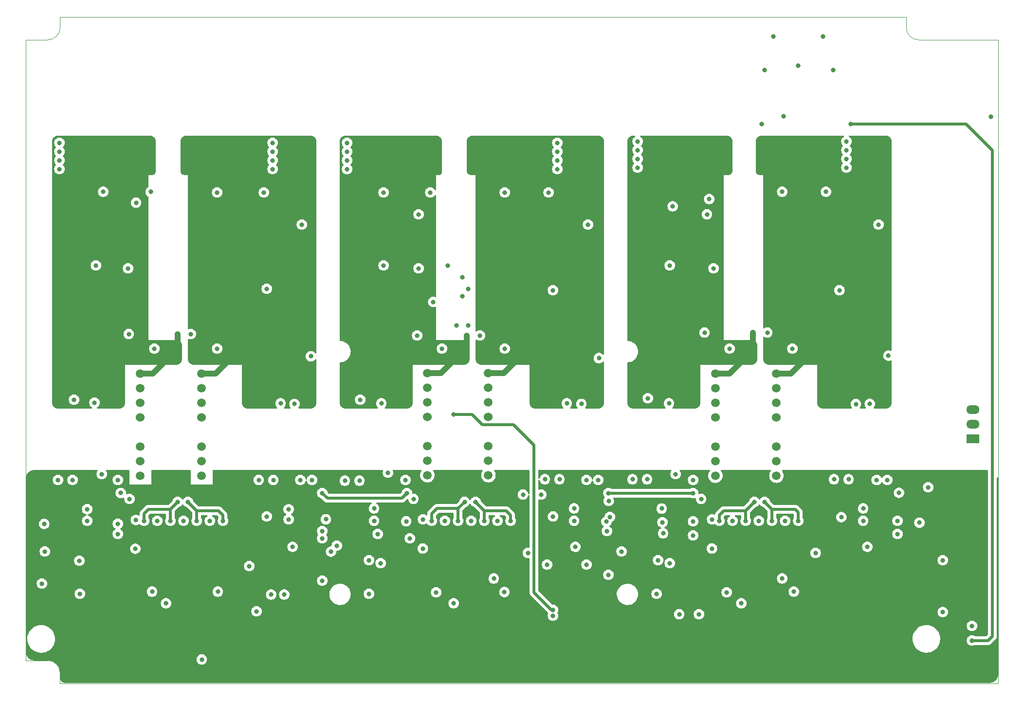
<source format=gbr>
%TF.GenerationSoftware,KiCad,Pcbnew,7.0.6*%
%TF.CreationDate,2023-08-17T16:08:44+03:00*%
%TF.ProjectId,Driver_SKiM459GD12E4 V2,44726976-6572-45f5-934b-694d34353947,rev?*%
%TF.SameCoordinates,Original*%
%TF.FileFunction,Copper,L3,Inr*%
%TF.FilePolarity,Positive*%
%FSLAX46Y46*%
G04 Gerber Fmt 4.6, Leading zero omitted, Abs format (unit mm)*
G04 Created by KiCad (PCBNEW 7.0.6) date 2023-08-17 16:08:44*
%MOMM*%
%LPD*%
G01*
G04 APERTURE LIST*
%TA.AperFunction,ComponentPad*%
%ADD10C,1.500000*%
%TD*%
%TA.AperFunction,ComponentPad*%
%ADD11C,1.524000*%
%TD*%
%TA.AperFunction,ComponentPad*%
%ADD12R,2.300000X1.500000*%
%TD*%
%TA.AperFunction,ComponentPad*%
%ADD13O,2.300000X1.500000*%
%TD*%
%TA.AperFunction,ViaPad*%
%ADD14C,0.800000*%
%TD*%
%TA.AperFunction,Conductor*%
%ADD15C,1.000000*%
%TD*%
%TA.AperFunction,Conductor*%
%ADD16C,0.500000*%
%TD*%
%TA.AperFunction,Profile*%
%ADD17C,0.100000*%
%TD*%
G04 APERTURE END LIST*
D10*
%TO.N,GND*%
%TO.C,D16*%
X90754000Y-114808000D03*
%TO.N,+15V*%
X90754000Y-112268000D03*
%TO.N,unconnected-(D16-Ctrl-Pad3)*%
X90754000Y-109728000D03*
D11*
%TO.N,N/C*%
X90754000Y-104648000D03*
D10*
%TO.N,+15V_H1*%
X90754000Y-102108000D03*
%TO.N,OUT1*%
X90754000Y-99568000D03*
%TO.N,-15V_H1*%
X90754000Y-97028000D03*
%TD*%
%TO.N,GND*%
%TO.C,D15*%
X80086000Y-114808000D03*
%TO.N,+15V*%
X80086000Y-112268000D03*
%TO.N,unconnected-(D15-Ctrl-Pad3)*%
X80086000Y-109728000D03*
D11*
%TO.N,N/C*%
X80086000Y-104648000D03*
D10*
%TO.N,+15V_L1*%
X80086000Y-102108000D03*
%TO.N,EL1*%
X80086000Y-99568000D03*
%TO.N,-15V_L1*%
X80086000Y-97028000D03*
%TD*%
%TO.N,GND*%
%TO.C,D31*%
X190782000Y-114808000D03*
%TO.N,+15V*%
X190782000Y-112268000D03*
%TO.N,unconnected-(D31-Ctrl-Pad3)*%
X190782000Y-109728000D03*
D11*
%TO.N,N/C*%
X190782000Y-104648000D03*
D10*
%TO.N,+15V_H3*%
X190782000Y-102108000D03*
%TO.N,OUT3*%
X190782000Y-99568000D03*
%TO.N,-15V_H3*%
X190782000Y-97028000D03*
%TD*%
%TO.N,GND*%
%TO.C,D32*%
X180162000Y-114808000D03*
%TO.N,+15V*%
X180162000Y-112268000D03*
%TO.N,unconnected-(D32-Ctrl-Pad3)*%
X180162000Y-109728000D03*
D11*
%TO.N,N/C*%
X180162000Y-104648000D03*
D10*
%TO.N,+15V_L3*%
X180162000Y-102108000D03*
%TO.N,EL3*%
X180162000Y-99568000D03*
%TO.N,-15V_L3*%
X180162000Y-97028000D03*
%TD*%
%TO.N,GND*%
%TO.C,D29*%
X130048000Y-114730000D03*
%TO.N,+15V*%
X130048000Y-112190000D03*
%TO.N,unconnected-(D29-Ctrl-Pad3)*%
X130048000Y-109650000D03*
D11*
%TO.N,N/C*%
X130048000Y-104570000D03*
D10*
%TO.N,+15V_L2*%
X130048000Y-102030000D03*
%TO.N,EL2*%
X130048000Y-99490000D03*
%TO.N,-15V_L2*%
X130048000Y-96950000D03*
%TD*%
%TO.N,GND*%
%TO.C,D30*%
X140668000Y-114730000D03*
%TO.N,+15V*%
X140668000Y-112190000D03*
%TO.N,unconnected-(D30-Ctrl-Pad3)*%
X140668000Y-109650000D03*
D11*
%TO.N,N/C*%
X140668000Y-104570000D03*
D10*
%TO.N,+15V_H2*%
X140668000Y-102030000D03*
%TO.N,OUT2*%
X140668000Y-99490000D03*
%TO.N,-15V_H2*%
X140668000Y-96950000D03*
%TD*%
D12*
%TO.N,+15V*%
%TO.C,U2*%
X224965500Y-108365000D03*
D13*
%TO.N,GND*%
X224965500Y-105825000D03*
%TO.N,+5VD*%
X224965500Y-103285000D03*
%TD*%
D14*
%TO.N,+15V_H1*%
X103124000Y-61468000D03*
%TO.N,GND*%
X141605000Y-132715000D03*
X191770000Y-132715000D03*
%TO.N,+5VD*%
X102108000Y-121920000D03*
X119888000Y-135382000D03*
X217170000Y-116840000D03*
X78232000Y-118872000D03*
X155800000Y-127200000D03*
X123190000Y-114300000D03*
X208200000Y-115570000D03*
X112400000Y-122400000D03*
X173228000Y-114554000D03*
X79340688Y-122520688D03*
X129286000Y-122428000D03*
X179578000Y-122428000D03*
X157734000Y-115570000D03*
X182118000Y-135128000D03*
X202073000Y-122031000D03*
X143445000Y-135063000D03*
X177673000Y-118872000D03*
X63400000Y-123200000D03*
X73406000Y-114554000D03*
X193802000Y-134998000D03*
X93602000Y-134998000D03*
X69596000Y-135382000D03*
X150876000Y-130302000D03*
X100330000Y-138430000D03*
X90805000Y-146812000D03*
X82166000Y-134998000D03*
X106600000Y-127200000D03*
X127635000Y-118872000D03*
X161800000Y-122000000D03*
X107950000Y-115570000D03*
X215646000Y-123000000D03*
X151908000Y-121920000D03*
X206600000Y-127200000D03*
X169926000Y-135382000D03*
X131572000Y-135128000D03*
%TO.N,GL1*%
X77978000Y-78740000D03*
%TO.N,PTC2_B*%
X135128000Y-88646000D03*
X136144000Y-80264000D03*
%TO.N,GH1*%
X102108000Y-82296000D03*
%TO.N,GL2*%
X128524000Y-78740000D03*
%TO.N,Net-(U3--)*%
X136144000Y-83566000D03*
%TO.N,GH2*%
X151892000Y-82550000D03*
%TO.N,GL3*%
X179832000Y-78740000D03*
%TO.N,GH3*%
X201740000Y-82550000D03*
%TO.N,RDY_H1*%
X83058000Y-122682000D03*
X105918000Y-122428000D03*
%TO.N,FLT_H1*%
X105913500Y-120654500D03*
%TO.N,+15V_H1*%
X103124000Y-59944000D03*
X88900000Y-90170000D03*
X104521000Y-102235000D03*
X103124000Y-58420000D03*
X103124000Y-56896000D03*
%TO.N,RST_H1*%
X176276000Y-117856000D03*
X161544000Y-117856000D03*
X126492000Y-117856000D03*
X76708000Y-117818500D03*
X111760000Y-117856000D03*
X149860000Y-118110000D03*
X212090000Y-117792500D03*
X146685000Y-118110000D03*
%TO.N,Net-(D2-A)*%
X108204000Y-71120000D03*
%TO.N,RDY_L1*%
X87630000Y-122682000D03*
X70866000Y-122682000D03*
%TO.N,FLT_L1*%
X70866000Y-120650000D03*
X92202000Y-122682000D03*
%TO.N,+15V_L1*%
X66040000Y-61468000D03*
X66040000Y-56896000D03*
X78105000Y-90170000D03*
X68580000Y-101600000D03*
X66040000Y-59944000D03*
X66040000Y-58420000D03*
%TO.N,Net-(D6-A)*%
X72390000Y-78232000D03*
%TO.N,Net-(U4-A)*%
X151892000Y-138176000D03*
X134620000Y-104140000D03*
%TO.N,Net-(D8-1A)*%
X79248000Y-127529500D03*
%TO.N,Net-(D10-A)*%
X76200000Y-123190000D03*
%TO.N,Net-(D11-A)*%
X76200000Y-124968000D03*
%TO.N,Net-(D12-A)*%
X111760000Y-124460000D03*
%TO.N,Net-(D13-A)*%
X111760000Y-125730000D03*
%TO.N,FAULT_1*%
X84582000Y-137033000D03*
%TO.N,+15V*%
X94526500Y-116625500D03*
X83858500Y-116625500D03*
X226352500Y-116840000D03*
X194602500Y-116625500D03*
X224917000Y-146177000D03*
X183934500Y-116625500D03*
X191989000Y-52289000D03*
X133858000Y-116625500D03*
X144310500Y-116625500D03*
X100330000Y-146812000D03*
%TO.N,-15V_H1*%
X87630000Y-61468000D03*
X100711000Y-102235000D03*
X87630000Y-56896000D03*
X87630000Y-59944000D03*
X87630000Y-58420000D03*
X97551464Y-90185464D03*
%TO.N,-15V_L1*%
X81915000Y-61595000D03*
X81915000Y-58420000D03*
X81915000Y-59944000D03*
X65786000Y-101600000D03*
X81915000Y-56896000D03*
X86614000Y-90170000D03*
%TO.N,Net-(Q1-E)*%
X93472000Y-65532000D03*
X101600000Y-65532000D03*
%TO.N,Net-(Q3-E)*%
X81915000Y-65405000D03*
X73660000Y-65405000D03*
X79375000Y-67310000D03*
%TO.N,Net-(D21-A)*%
X157988000Y-71120000D03*
%TO.N,Net-(D22-A)*%
X122428000Y-78232000D03*
%TO.N,Net-(Q5-E)*%
X143510000Y-65532000D03*
X151130000Y-65532000D03*
%TO.N,Net-(Q7-E)*%
X128524000Y-69342000D03*
X122428000Y-65532000D03*
X130556000Y-65532000D03*
%TO.N,Net-(D27-A)*%
X208534000Y-71120000D03*
%TO.N,Net-(D28-A)*%
X172212000Y-78232000D03*
%TO.N,Net-(Q10-E)*%
X191770000Y-65400000D03*
X199390000Y-65405000D03*
%TO.N,Net-(Q11-E)*%
X172720000Y-67945000D03*
X178689000Y-69342000D03*
X179070000Y-66675000D03*
%TO.N,Net-(D33-A)*%
X126365000Y-122769500D03*
%TO.N,Net-(D34-A)*%
X127000000Y-125730000D03*
%TO.N,Net-(D35-A)*%
X161200543Y-122799785D03*
%TO.N,Net-(D36-A)*%
X161290000Y-124460000D03*
%TO.N,Net-(D38-A)*%
X176276000Y-122769500D03*
%TO.N,Net-(D39-A)*%
X176276000Y-125222000D03*
%TO.N,Net-(D40-A)*%
X211836000Y-122682000D03*
%TO.N,Net-(D41-A)*%
X211836000Y-124968000D03*
%TO.N,Net-(D43-1A)*%
X129264500Y-127508000D03*
%TO.N,Net-(D45-1A)*%
X179556500Y-127508000D03*
%TO.N,+15V_H2*%
X152654000Y-61468000D03*
X152654000Y-58420000D03*
X139192000Y-90424000D03*
X152654000Y-56896000D03*
X154305000Y-102235000D03*
X152654000Y-59944000D03*
%TO.N,-15V_H2*%
X137414000Y-58420000D03*
X150495000Y-102235000D03*
X147574000Y-90424000D03*
X137414000Y-59944000D03*
X137414000Y-61468000D03*
X137414000Y-56896000D03*
%TO.N,+15V_L2*%
X116078000Y-58420000D03*
X131080000Y-84582000D03*
X116078000Y-59944000D03*
X128270000Y-90424000D03*
X118364000Y-101600000D03*
X116078000Y-61468000D03*
X116078000Y-56896000D03*
%TO.N,-15V_L2*%
X132080000Y-61468000D03*
X136906000Y-90424000D03*
X115570000Y-101600000D03*
X132080000Y-59944000D03*
X132080000Y-58420000D03*
X132080000Y-56896000D03*
%TO.N,RDY_L2*%
X120777000Y-122682000D03*
X137668000Y-122682000D03*
%TO.N,FLT_L2*%
X142240000Y-122682000D03*
X120777000Y-120523000D03*
%TO.N,RDY_H2*%
X155575000Y-122682000D03*
X133096000Y-122682000D03*
%TO.N,FLT_H2*%
X155575000Y-120523000D03*
%TO.N,+15V_H3*%
X202946000Y-61214000D03*
X202946000Y-59690000D03*
X189191500Y-89916000D03*
X204597000Y-102362000D03*
X202946000Y-56642000D03*
X202946000Y-58166000D03*
%TO.N,-15V_H3*%
X187706000Y-61214000D03*
X187706000Y-56642000D03*
X187706000Y-59690000D03*
X198374000Y-89916000D03*
X200787000Y-102362000D03*
X187706000Y-58166000D03*
%TO.N,+15V_L3*%
X168402000Y-101346000D03*
X166624000Y-56642000D03*
X178269500Y-89916000D03*
X166624000Y-61214000D03*
X166624000Y-58166000D03*
X166624000Y-59690000D03*
%TO.N,-15V_L3*%
X165608000Y-101346000D03*
X186690000Y-89916000D03*
X182372000Y-61214000D03*
X182372000Y-56642000D03*
X182372000Y-59690000D03*
X182372000Y-58166000D03*
%TO.N,RDY_L3*%
X170942000Y-122936000D03*
X187706000Y-122682000D03*
%TO.N,FLT_L3*%
X192278000Y-122682000D03*
X170815000Y-120532000D03*
%TO.N,RDY_H3*%
X205867000Y-122682000D03*
X183134000Y-122682000D03*
%TO.N,FLT_H3*%
X205867000Y-120523000D03*
%TO.N,Net-(U4-C)*%
X133604000Y-78232000D03*
X151892000Y-139192000D03*
%TO.N,FAULT_2*%
X134620000Y-137033000D03*
%TO.N,FAULT_3*%
X184658000Y-137033000D03*
%TO.N,GND*%
X203327000Y-115443000D03*
X200787000Y-115443000D03*
X121920000Y-130048000D03*
X89916000Y-122682000D03*
X168275000Y-115443000D03*
X172212000Y-130048000D03*
X180848000Y-122682000D03*
X118237000Y-115697000D03*
X105156000Y-135509000D03*
X103251000Y-115570000D03*
X126238000Y-115570000D03*
X228092000Y-52324000D03*
X210058000Y-115570000D03*
X144526000Y-122682000D03*
X219710000Y-138557000D03*
X115697000Y-115697000D03*
X121412000Y-124968000D03*
X109982000Y-115570000D03*
X88392000Y-119380000D03*
X80772000Y-122682000D03*
X86614000Y-119380000D03*
X65786000Y-115570000D03*
X157734000Y-130302000D03*
X161600000Y-119200000D03*
X185420000Y-122682000D03*
X113284000Y-128037500D03*
X130810000Y-122682000D03*
X177292000Y-138938000D03*
X194564000Y-122682000D03*
X171069000Y-124841000D03*
X176276000Y-115570000D03*
X76200000Y-115570000D03*
X194564000Y-43434000D03*
X85344000Y-122682000D03*
X100711000Y-115570000D03*
X173863000Y-138938000D03*
X153035000Y-115443000D03*
X189992000Y-122682000D03*
X150495000Y-115443000D03*
X102870000Y-135509000D03*
X139954000Y-122682000D03*
X186944000Y-119380000D03*
X68326000Y-115570000D03*
X135382000Y-122682000D03*
X159766000Y-115570000D03*
X188722000Y-119380000D03*
X136525000Y-119380000D03*
X94488000Y-122682000D03*
X138430000Y-119380000D03*
X165735000Y-115443000D03*
%TO.N,Net-(C86-Pad2)*%
X198882000Y-38354000D03*
X190246000Y-38354000D03*
%TO.N,Net-(U1A-+)*%
X200660000Y-44196000D03*
%TO.N,Net-(U1B-+)*%
X188722000Y-44196000D03*
%TO.N,DCLINK_N*%
X224790000Y-140970000D03*
X188214000Y-53594000D03*
%TO.N,DCLINK_P*%
X203708000Y-53594000D03*
X224790000Y-143510000D03*
%TO.N,OUT1*%
X93472000Y-92710000D03*
X106934756Y-102321403D03*
X109791500Y-94043500D03*
%TO.N,EL1*%
X82550000Y-92710000D03*
X72136000Y-102108000D03*
%TO.N,OUT2*%
X143510000Y-92710000D03*
X156842718Y-102320580D03*
X159893000Y-94361000D03*
%TO.N,EL2*%
X132588000Y-92710000D03*
X122047000Y-102235000D03*
X137160000Y-82296000D03*
X137160000Y-88646000D03*
%TO.N,OUT3*%
X210248500Y-93916500D03*
X193548000Y-92710000D03*
X207013296Y-102319528D03*
%TO.N,EL3*%
X182626000Y-92710000D03*
X172085000Y-102235000D03*
%TO.N,HB1_TOP*%
X62992000Y-133604000D03*
%TO.N,HB2_TOP*%
X111760000Y-133096000D03*
%TO.N,HB3_TOP*%
X161544000Y-132080000D03*
%TO.N,ERR*%
X219710000Y-129540000D03*
%TO.N,Net-(D7-A)*%
X99060000Y-130556000D03*
X69508497Y-129627503D03*
%TO.N,Net-(D7-B)*%
X63500000Y-128000000D03*
%TO.N,Net-(D9-A)*%
X147558000Y-128270000D03*
X119888000Y-129540000D03*
%TO.N,Net-(D9-B)*%
X114300000Y-127000000D03*
%TO.N,Net-(D44-A)*%
X197596000Y-128270000D03*
X170180000Y-129540000D03*
%TO.N,Net-(D44-B)*%
X163830000Y-128000000D03*
%TD*%
D15*
%TO.N,-15V_H3*%
X193294000Y-97028000D02*
X190782000Y-97028000D01*
X198374000Y-91948000D02*
X193294000Y-97028000D01*
X198374000Y-89916000D02*
X198374000Y-91948000D01*
%TO.N,-15V_L3*%
X182626000Y-97028000D02*
X180162000Y-97028000D01*
X186690000Y-92964000D02*
X182626000Y-97028000D01*
X186690000Y-89916000D02*
X186690000Y-92964000D01*
%TO.N,-15V_H2*%
X147574000Y-92710000D02*
X143334000Y-96950000D01*
X143334000Y-96950000D02*
X140668000Y-96950000D01*
X147574000Y-90424000D02*
X147574000Y-92710000D01*
%TO.N,-15V_L2*%
X136906000Y-92456000D02*
X132412000Y-96950000D01*
X136906000Y-90424000D02*
X136906000Y-92456000D01*
X132412000Y-96950000D02*
X130048000Y-96950000D01*
%TO.N,-15V_H1*%
X93218000Y-97028000D02*
X90754000Y-97028000D01*
X97551464Y-92694536D02*
X93218000Y-97028000D01*
X97551464Y-90185464D02*
X97551464Y-92694536D01*
%TO.N,-15V_L1*%
X82296000Y-97028000D02*
X80086000Y-97028000D01*
X86614000Y-90170000D02*
X86614000Y-92710000D01*
X86614000Y-92710000D02*
X82296000Y-97028000D01*
D16*
%TO.N,DCLINK_P*%
X223774000Y-53594000D02*
X203708000Y-53594000D01*
X228346000Y-142748000D02*
X228346000Y-58166000D01*
X228346000Y-58166000D02*
X223774000Y-53594000D01*
X227584000Y-143510000D02*
X228346000Y-142748000D01*
X224790000Y-143510000D02*
X227584000Y-143510000D01*
%TO.N,RST_H1*%
X111760000Y-117856000D02*
X112649000Y-118745000D01*
X161544000Y-117856000D02*
X176276000Y-117856000D01*
X125603000Y-118745000D02*
X126492000Y-117856000D01*
X112649000Y-118745000D02*
X125603000Y-118745000D01*
%TO.N,Net-(U4-A)*%
X137795000Y-104140000D02*
X134620000Y-104140000D01*
X151892000Y-138176000D02*
X151638000Y-138176000D01*
X145034000Y-105918000D02*
X139573000Y-105918000D01*
X148590000Y-109474000D02*
X145034000Y-105918000D01*
X148590000Y-135128000D02*
X148590000Y-109474000D01*
X151638000Y-138176000D02*
X148590000Y-135128000D01*
X139573000Y-105918000D02*
X137795000Y-104140000D01*
%TO.N,GND*%
X189992000Y-120650000D02*
X194056000Y-120650000D01*
X143764000Y-120904000D02*
X144526000Y-121666000D01*
X81534000Y-120650000D02*
X80772000Y-121412000D01*
X194564000Y-121158000D02*
X194564000Y-122682000D01*
X85344000Y-120650000D02*
X86614000Y-119380000D01*
X89916000Y-120904000D02*
X93726000Y-120904000D01*
X131699000Y-120523000D02*
X130810000Y-121412000D01*
X194056000Y-120650000D02*
X194564000Y-121158000D01*
X180848000Y-121666000D02*
X180848000Y-122682000D01*
X144526000Y-121666000D02*
X144526000Y-122682000D01*
X89916000Y-122682000D02*
X89916000Y-120904000D01*
X139954000Y-120904000D02*
X138430000Y-119380000D01*
X135382000Y-120523000D02*
X136525000Y-119380000D01*
X85344000Y-120650000D02*
X81534000Y-120650000D01*
X188722000Y-119380000D02*
X189992000Y-120650000D01*
X139954000Y-122682000D02*
X139954000Y-120904000D01*
X185420000Y-120904000D02*
X181610000Y-120904000D01*
X85344000Y-122682000D02*
X85344000Y-120650000D01*
X185420000Y-122682000D02*
X185420000Y-120904000D01*
X135382000Y-122682000D02*
X135382000Y-120523000D01*
X139954000Y-120904000D02*
X143764000Y-120904000D01*
X185420000Y-120904000D02*
X186944000Y-119380000D01*
X189992000Y-120650000D02*
X189992000Y-122682000D01*
X181610000Y-120904000D02*
X180848000Y-121666000D01*
X94488000Y-121666000D02*
X94488000Y-122682000D01*
X130810000Y-121412000D02*
X130810000Y-122682000D01*
X93726000Y-120904000D02*
X94488000Y-121666000D01*
X135382000Y-120523000D02*
X131699000Y-120523000D01*
X80772000Y-121412000D02*
X80772000Y-122682000D01*
X89916000Y-120904000D02*
X88392000Y-119380000D01*
%TD*%
%TA.AperFunction,Conductor*%
%TO.N,-15V_H1*%
G36*
X109747085Y-55626304D02*
G01*
X109804681Y-55631976D01*
X109926740Y-55643998D01*
X109950959Y-55648815D01*
X110114815Y-55698520D01*
X110137622Y-55707967D01*
X110263153Y-55775064D01*
X110288627Y-55788681D01*
X110309165Y-55802404D01*
X110441514Y-55911020D01*
X110458979Y-55928485D01*
X110567595Y-56060834D01*
X110581318Y-56081372D01*
X110636180Y-56184011D01*
X110653885Y-56217135D01*
X110662029Y-56232370D01*
X110671482Y-56255191D01*
X110721183Y-56419037D01*
X110726001Y-56443261D01*
X110743696Y-56622915D01*
X110744000Y-56629094D01*
X110744000Y-93415386D01*
X110723998Y-93483507D01*
X110670342Y-93530000D01*
X110600068Y-93540104D01*
X110535488Y-93510610D01*
X110524364Y-93499696D01*
X110402755Y-93364635D01*
X110248252Y-93252382D01*
X110073788Y-93174706D01*
X109886987Y-93135000D01*
X109696013Y-93135000D01*
X109509211Y-93174706D01*
X109334747Y-93252382D01*
X109180244Y-93364635D01*
X109052465Y-93506548D01*
X109052458Y-93506558D01*
X108956976Y-93671938D01*
X108956973Y-93671945D01*
X108897957Y-93853572D01*
X108877996Y-94043499D01*
X108897957Y-94233427D01*
X108928026Y-94325970D01*
X108956973Y-94415056D01*
X108956976Y-94415061D01*
X109052458Y-94580441D01*
X109052465Y-94580451D01*
X109180244Y-94722364D01*
X109241499Y-94766868D01*
X109334748Y-94834618D01*
X109509212Y-94912294D01*
X109696013Y-94952000D01*
X109886987Y-94952000D01*
X110073788Y-94912294D01*
X110248252Y-94834618D01*
X110402753Y-94722366D01*
X110524365Y-94587301D01*
X110584809Y-94550063D01*
X110655793Y-94551414D01*
X110714778Y-94590928D01*
X110743036Y-94656058D01*
X110744000Y-94671613D01*
X110744000Y-102120905D01*
X110743696Y-102127084D01*
X110726001Y-102306738D01*
X110721183Y-102330962D01*
X110671482Y-102494808D01*
X110662029Y-102517629D01*
X110581318Y-102668627D01*
X110567595Y-102689165D01*
X110458979Y-102821514D01*
X110441514Y-102838979D01*
X110309165Y-102947595D01*
X110288627Y-102961318D01*
X110137629Y-103042029D01*
X110114808Y-103051482D01*
X109950962Y-103101183D01*
X109926738Y-103106001D01*
X109747085Y-103123696D01*
X109740906Y-103124000D01*
X107717602Y-103124000D01*
X107649481Y-103103998D01*
X107602988Y-103050342D01*
X107592884Y-102980068D01*
X107622378Y-102915488D01*
X107623965Y-102913690D01*
X107624206Y-102913422D01*
X107673796Y-102858347D01*
X107769283Y-102692959D01*
X107828298Y-102511331D01*
X107848260Y-102321403D01*
X107828298Y-102131475D01*
X107769283Y-101949847D01*
X107673796Y-101784459D01*
X107673794Y-101784457D01*
X107673790Y-101784451D01*
X107546011Y-101642538D01*
X107391508Y-101530285D01*
X107217044Y-101452609D01*
X107030243Y-101412903D01*
X106839269Y-101412903D01*
X106652467Y-101452609D01*
X106478003Y-101530285D01*
X106323500Y-101642538D01*
X106195721Y-101784451D01*
X106195714Y-101784461D01*
X106100232Y-101949841D01*
X106100229Y-101949848D01*
X106041213Y-102131475D01*
X106021252Y-102321402D01*
X106041213Y-102511330D01*
X106063270Y-102579211D01*
X106100229Y-102692959D01*
X106100232Y-102692964D01*
X106195714Y-102858344D01*
X106195717Y-102858348D01*
X106245547Y-102913690D01*
X106276264Y-102977698D01*
X106267499Y-103048151D01*
X106222036Y-103102682D01*
X106154308Y-103123977D01*
X106151910Y-103124000D01*
X105226049Y-103124000D01*
X105157928Y-103103998D01*
X105111435Y-103050342D01*
X105101331Y-102980068D01*
X105130825Y-102915488D01*
X105132412Y-102913690D01*
X105173870Y-102867644D01*
X105260040Y-102771944D01*
X105355527Y-102606556D01*
X105414542Y-102424928D01*
X105434504Y-102235000D01*
X105414542Y-102045072D01*
X105355527Y-101863444D01*
X105260040Y-101698056D01*
X105260038Y-101698054D01*
X105260034Y-101698048D01*
X105132255Y-101556135D01*
X104977752Y-101443882D01*
X104803288Y-101366206D01*
X104616487Y-101326500D01*
X104425513Y-101326500D01*
X104238711Y-101366206D01*
X104064247Y-101443882D01*
X103909744Y-101556135D01*
X103781965Y-101698048D01*
X103781958Y-101698058D01*
X103686476Y-101863438D01*
X103686473Y-101863445D01*
X103627457Y-102045072D01*
X103607496Y-102235000D01*
X103627457Y-102424927D01*
X103650166Y-102494815D01*
X103686473Y-102606556D01*
X103686476Y-102606561D01*
X103781958Y-102771941D01*
X103781961Y-102771945D01*
X103909588Y-102913690D01*
X103940305Y-102977698D01*
X103931540Y-103048151D01*
X103886077Y-103102682D01*
X103818349Y-103123977D01*
X103815951Y-103124000D01*
X98793094Y-103124000D01*
X98786915Y-103123696D01*
X98607261Y-103106001D01*
X98583037Y-103101183D01*
X98419191Y-103051482D01*
X98396372Y-103042030D01*
X98276016Y-102977698D01*
X98245372Y-102961318D01*
X98224834Y-102947595D01*
X98092485Y-102838979D01*
X98075020Y-102821514D01*
X98034340Y-102771945D01*
X97966402Y-102689162D01*
X97952681Y-102668627D01*
X97919502Y-102606554D01*
X97871967Y-102517622D01*
X97862520Y-102494815D01*
X97812815Y-102330959D01*
X97807998Y-102306737D01*
X97790304Y-102127084D01*
X97790000Y-102120905D01*
X97790000Y-96504009D01*
X97790000Y-96504000D01*
X97790000Y-96503999D01*
X97790000Y-95504000D01*
X96790006Y-95504000D01*
X89395094Y-95504000D01*
X89388915Y-95503696D01*
X89209261Y-95486001D01*
X89185037Y-95481183D01*
X89021191Y-95431482D01*
X88998372Y-95422030D01*
X88950011Y-95396180D01*
X88847372Y-95341318D01*
X88826834Y-95327595D01*
X88694485Y-95218979D01*
X88677020Y-95201514D01*
X88568404Y-95069165D01*
X88554681Y-95048627D01*
X88541064Y-95023153D01*
X88473967Y-94897622D01*
X88464520Y-94874815D01*
X88414815Y-94710959D01*
X88409998Y-94686737D01*
X88408508Y-94671613D01*
X88392304Y-94507084D01*
X88392000Y-94500905D01*
X88392000Y-92709999D01*
X92558496Y-92709999D01*
X92578457Y-92899927D01*
X92608526Y-92992470D01*
X92637473Y-93081556D01*
X92651008Y-93105000D01*
X92732958Y-93246941D01*
X92732965Y-93246951D01*
X92860744Y-93388864D01*
X92921999Y-93433368D01*
X93015248Y-93501118D01*
X93189712Y-93578794D01*
X93376513Y-93618500D01*
X93567487Y-93618500D01*
X93754288Y-93578794D01*
X93928752Y-93501118D01*
X94083253Y-93388866D01*
X94211040Y-93246944D01*
X94306527Y-93081556D01*
X94365542Y-92899928D01*
X94385504Y-92710000D01*
X94365542Y-92520072D01*
X94306527Y-92338444D01*
X94211040Y-92173056D01*
X94211038Y-92173054D01*
X94211034Y-92173048D01*
X94083255Y-92031135D01*
X93928752Y-91918882D01*
X93754288Y-91841206D01*
X93567487Y-91801500D01*
X93376513Y-91801500D01*
X93189711Y-91841206D01*
X93015247Y-91918882D01*
X92860744Y-92031135D01*
X92732965Y-92173048D01*
X92732958Y-92173058D01*
X92637476Y-92338438D01*
X92637473Y-92338445D01*
X92578457Y-92520072D01*
X92558496Y-92709999D01*
X88392000Y-92709999D01*
X88392000Y-91132323D01*
X88412002Y-91064202D01*
X88465658Y-91017709D01*
X88535932Y-91007605D01*
X88569247Y-91017216D01*
X88596527Y-91029361D01*
X88617709Y-91038793D01*
X88617710Y-91038793D01*
X88617712Y-91038794D01*
X88804513Y-91078500D01*
X88995487Y-91078500D01*
X89182288Y-91038794D01*
X89356752Y-90961118D01*
X89511253Y-90848866D01*
X89639040Y-90706944D01*
X89734527Y-90541556D01*
X89793542Y-90359928D01*
X89813504Y-90170000D01*
X89793542Y-89980072D01*
X89734527Y-89798444D01*
X89639040Y-89633056D01*
X89639038Y-89633054D01*
X89639034Y-89633048D01*
X89511255Y-89491135D01*
X89356752Y-89378882D01*
X89182288Y-89301206D01*
X88995487Y-89261500D01*
X88804513Y-89261500D01*
X88617709Y-89301206D01*
X88569248Y-89322783D01*
X88498882Y-89332217D01*
X88434585Y-89302110D01*
X88396771Y-89242021D01*
X88392000Y-89207676D01*
X88392000Y-82295999D01*
X101194496Y-82295999D01*
X101214457Y-82485927D01*
X101244526Y-82578470D01*
X101273473Y-82667556D01*
X101273476Y-82667561D01*
X101368958Y-82832941D01*
X101368965Y-82832951D01*
X101496744Y-82974864D01*
X101496747Y-82974866D01*
X101651248Y-83087118D01*
X101825712Y-83164794D01*
X102012513Y-83204500D01*
X102203487Y-83204500D01*
X102390288Y-83164794D01*
X102564752Y-83087118D01*
X102719253Y-82974866D01*
X102847040Y-82832944D01*
X102942527Y-82667556D01*
X103001542Y-82485928D01*
X103021504Y-82296000D01*
X103001542Y-82106072D01*
X102942527Y-81924444D01*
X102847040Y-81759056D01*
X102847038Y-81759054D01*
X102847034Y-81759048D01*
X102719255Y-81617135D01*
X102564752Y-81504882D01*
X102390288Y-81427206D01*
X102203487Y-81387500D01*
X102012513Y-81387500D01*
X101825711Y-81427206D01*
X101651247Y-81504882D01*
X101496744Y-81617135D01*
X101368965Y-81759048D01*
X101368958Y-81759058D01*
X101273476Y-81924438D01*
X101273473Y-81924445D01*
X101214457Y-82106072D01*
X101194496Y-82295999D01*
X88392000Y-82295999D01*
X88392000Y-71120000D01*
X107290496Y-71120000D01*
X107310457Y-71309927D01*
X107340526Y-71402470D01*
X107369473Y-71491556D01*
X107369476Y-71491561D01*
X107464958Y-71656941D01*
X107464965Y-71656951D01*
X107592744Y-71798864D01*
X107592747Y-71798866D01*
X107747248Y-71911118D01*
X107921712Y-71988794D01*
X108108513Y-72028500D01*
X108299487Y-72028500D01*
X108486288Y-71988794D01*
X108660752Y-71911118D01*
X108815253Y-71798866D01*
X108943040Y-71656944D01*
X109038527Y-71491556D01*
X109097542Y-71309928D01*
X109117504Y-71120000D01*
X109097542Y-70930072D01*
X109038527Y-70748444D01*
X108943040Y-70583056D01*
X108943038Y-70583054D01*
X108943034Y-70583048D01*
X108815255Y-70441135D01*
X108660752Y-70328882D01*
X108486288Y-70251206D01*
X108299487Y-70211500D01*
X108108513Y-70211500D01*
X107921711Y-70251206D01*
X107747247Y-70328882D01*
X107592744Y-70441135D01*
X107464965Y-70583048D01*
X107464958Y-70583058D01*
X107369476Y-70748438D01*
X107369473Y-70748445D01*
X107310457Y-70930072D01*
X107290496Y-71120000D01*
X88392000Y-71120000D01*
X88392000Y-65532000D01*
X92558496Y-65532000D01*
X92578457Y-65721927D01*
X92606797Y-65809146D01*
X92637473Y-65903556D01*
X92637476Y-65903561D01*
X92732958Y-66068941D01*
X92732965Y-66068951D01*
X92860744Y-66210864D01*
X92860747Y-66210866D01*
X93015248Y-66323118D01*
X93189712Y-66400794D01*
X93376513Y-66440500D01*
X93567487Y-66440500D01*
X93754288Y-66400794D01*
X93928752Y-66323118D01*
X94083253Y-66210866D01*
X94211040Y-66068944D01*
X94306527Y-65903556D01*
X94365542Y-65721928D01*
X94385504Y-65532000D01*
X100686496Y-65532000D01*
X100706457Y-65721927D01*
X100734797Y-65809146D01*
X100765473Y-65903556D01*
X100765476Y-65903561D01*
X100860958Y-66068941D01*
X100860965Y-66068951D01*
X100988744Y-66210864D01*
X100988747Y-66210866D01*
X101143248Y-66323118D01*
X101317712Y-66400794D01*
X101504513Y-66440500D01*
X101695487Y-66440500D01*
X101882288Y-66400794D01*
X102056752Y-66323118D01*
X102211253Y-66210866D01*
X102339040Y-66068944D01*
X102434527Y-65903556D01*
X102493542Y-65721928D01*
X102513504Y-65532000D01*
X102493542Y-65342072D01*
X102434527Y-65160444D01*
X102339040Y-64995056D01*
X102339038Y-64995054D01*
X102339034Y-64995048D01*
X102211255Y-64853135D01*
X102056752Y-64740882D01*
X101882288Y-64663206D01*
X101695487Y-64623500D01*
X101504513Y-64623500D01*
X101317711Y-64663206D01*
X101143247Y-64740882D01*
X100988744Y-64853135D01*
X100860965Y-64995048D01*
X100860958Y-64995058D01*
X100765476Y-65160438D01*
X100765473Y-65160445D01*
X100706457Y-65342072D01*
X100686496Y-65532000D01*
X94385504Y-65532000D01*
X94365542Y-65342072D01*
X94306527Y-65160444D01*
X94211040Y-64995056D01*
X94211038Y-64995054D01*
X94211034Y-64995048D01*
X94083255Y-64853135D01*
X93928752Y-64740882D01*
X93754288Y-64663206D01*
X93567487Y-64623500D01*
X93376513Y-64623500D01*
X93189711Y-64663206D01*
X93015247Y-64740882D01*
X92860744Y-64853135D01*
X92732965Y-64995048D01*
X92732958Y-64995058D01*
X92637476Y-65160438D01*
X92637473Y-65160445D01*
X92578457Y-65342072D01*
X92558496Y-65532000D01*
X88392000Y-65532000D01*
X88392000Y-63119006D01*
X88392000Y-63119000D01*
X88392000Y-63118999D01*
X88392000Y-62484000D01*
X87757000Y-62484000D01*
X87609097Y-62464528D01*
X87577325Y-62456015D01*
X87454826Y-62405274D01*
X87426340Y-62388828D01*
X87321147Y-62308111D01*
X87297888Y-62284852D01*
X87217171Y-62179659D01*
X87200725Y-62151173D01*
X87149984Y-62028674D01*
X87141472Y-61996906D01*
X87122540Y-61853098D01*
X87122000Y-61844867D01*
X87122000Y-61467999D01*
X102210496Y-61467999D01*
X102230457Y-61657927D01*
X102244602Y-61701458D01*
X102289473Y-61839556D01*
X102297395Y-61853277D01*
X102384958Y-62004941D01*
X102384965Y-62004951D01*
X102512744Y-62146864D01*
X102573999Y-62191368D01*
X102667248Y-62259118D01*
X102841712Y-62336794D01*
X103028513Y-62376500D01*
X103219487Y-62376500D01*
X103406288Y-62336794D01*
X103580752Y-62259118D01*
X103735253Y-62146866D01*
X103794925Y-62080594D01*
X103863034Y-62004951D01*
X103863035Y-62004949D01*
X103863040Y-62004944D01*
X103958527Y-61839556D01*
X104017542Y-61657928D01*
X104037504Y-61468000D01*
X104017542Y-61278072D01*
X103958527Y-61096444D01*
X103863040Y-60931056D01*
X103842441Y-60908179D01*
X103736312Y-60790309D01*
X103705595Y-60726301D01*
X103714360Y-60655848D01*
X103736311Y-60621690D01*
X103863040Y-60480944D01*
X103958527Y-60315556D01*
X104017542Y-60133928D01*
X104037504Y-59944000D01*
X104017542Y-59754072D01*
X103958527Y-59572444D01*
X103863040Y-59407056D01*
X103842441Y-59384179D01*
X103736312Y-59266309D01*
X103705595Y-59202301D01*
X103714360Y-59131848D01*
X103736311Y-59097690D01*
X103863040Y-58956944D01*
X103958527Y-58791556D01*
X104017542Y-58609928D01*
X104037504Y-58420000D01*
X104017542Y-58230072D01*
X103958527Y-58048444D01*
X103863040Y-57883056D01*
X103842441Y-57860179D01*
X103736312Y-57742309D01*
X103705595Y-57678301D01*
X103714360Y-57607848D01*
X103736311Y-57573690D01*
X103863040Y-57432944D01*
X103958527Y-57267556D01*
X104017542Y-57085928D01*
X104037504Y-56896000D01*
X104017542Y-56706072D01*
X103958527Y-56524444D01*
X103863040Y-56359056D01*
X103863038Y-56359054D01*
X103863034Y-56359048D01*
X103735255Y-56217135D01*
X103580752Y-56104882D01*
X103406288Y-56027206D01*
X103219487Y-55987500D01*
X103028513Y-55987500D01*
X102841711Y-56027206D01*
X102667247Y-56104882D01*
X102512744Y-56217135D01*
X102384965Y-56359048D01*
X102384958Y-56359058D01*
X102289476Y-56524438D01*
X102289473Y-56524445D01*
X102230457Y-56706072D01*
X102210496Y-56896000D01*
X102230457Y-57085927D01*
X102244600Y-57129452D01*
X102289473Y-57267556D01*
X102289476Y-57267561D01*
X102384958Y-57432941D01*
X102384961Y-57432945D01*
X102511687Y-57573690D01*
X102542404Y-57637698D01*
X102533639Y-57708151D01*
X102511687Y-57742310D01*
X102384961Y-57883054D01*
X102384958Y-57883058D01*
X102289476Y-58048438D01*
X102289473Y-58048445D01*
X102230457Y-58230072D01*
X102210496Y-58419999D01*
X102230457Y-58609927D01*
X102244600Y-58653452D01*
X102289473Y-58791556D01*
X102289476Y-58791561D01*
X102384958Y-58956941D01*
X102384961Y-58956945D01*
X102511687Y-59097690D01*
X102542404Y-59161698D01*
X102533639Y-59232151D01*
X102511687Y-59266310D01*
X102384961Y-59407054D01*
X102384958Y-59407058D01*
X102289476Y-59572438D01*
X102289473Y-59572445D01*
X102230457Y-59754072D01*
X102210496Y-59943999D01*
X102230457Y-60133927D01*
X102244600Y-60177452D01*
X102289473Y-60315556D01*
X102289476Y-60315561D01*
X102384958Y-60480941D01*
X102384961Y-60480945D01*
X102511687Y-60621690D01*
X102542404Y-60685698D01*
X102533639Y-60756151D01*
X102511687Y-60790310D01*
X102384961Y-60931054D01*
X102384958Y-60931058D01*
X102289476Y-61096438D01*
X102289473Y-61096445D01*
X102230457Y-61278072D01*
X102210496Y-61467999D01*
X87122000Y-61467999D01*
X87122000Y-56629094D01*
X87122304Y-56622915D01*
X87139998Y-56443262D01*
X87139999Y-56443261D01*
X87139998Y-56443257D01*
X87144814Y-56419042D01*
X87194521Y-56255181D01*
X87203965Y-56232380D01*
X87284682Y-56081369D01*
X87298398Y-56060842D01*
X87407025Y-55928479D01*
X87424479Y-55911025D01*
X87556842Y-55802398D01*
X87577369Y-55788682D01*
X87728380Y-55707965D01*
X87751181Y-55698521D01*
X87915042Y-55648814D01*
X87939257Y-55643998D01*
X88071385Y-55630985D01*
X88118915Y-55626304D01*
X88125094Y-55626000D01*
X109740906Y-55626000D01*
X109747085Y-55626304D01*
G37*
%TD.AperFunction*%
%TD*%
%TA.AperFunction,Conductor*%
%TO.N,+15V*%
G36*
X72654722Y-113812002D02*
G01*
X72701215Y-113865658D01*
X72711319Y-113935932D01*
X72681825Y-114000512D01*
X72680236Y-114002311D01*
X72666965Y-114017048D01*
X72666958Y-114017058D01*
X72571476Y-114182438D01*
X72571473Y-114182445D01*
X72512457Y-114364072D01*
X72492496Y-114554000D01*
X72512457Y-114743927D01*
X72523815Y-114778882D01*
X72571473Y-114925556D01*
X72571476Y-114925561D01*
X72666958Y-115090941D01*
X72666965Y-115090951D01*
X72794744Y-115232864D01*
X72855999Y-115277368D01*
X72949248Y-115345118D01*
X73123712Y-115422794D01*
X73310513Y-115462500D01*
X73501487Y-115462500D01*
X73688288Y-115422794D01*
X73862752Y-115345118D01*
X74017253Y-115232866D01*
X74017255Y-115232864D01*
X74145034Y-115090951D01*
X74145035Y-115090949D01*
X74145040Y-115090944D01*
X74240527Y-114925556D01*
X74299542Y-114743928D01*
X74319504Y-114554000D01*
X74299542Y-114364072D01*
X74240527Y-114182444D01*
X74145040Y-114017056D01*
X74145038Y-114017054D01*
X74145034Y-114017048D01*
X74131764Y-114002311D01*
X74101046Y-113938304D01*
X74109809Y-113867850D01*
X74155271Y-113813319D01*
X74222999Y-113792023D01*
X74225399Y-113792000D01*
X78106000Y-113792000D01*
X78174121Y-113812002D01*
X78220614Y-113865658D01*
X78232000Y-113918000D01*
X78232000Y-116332000D01*
X82042000Y-116332000D01*
X82042000Y-113918000D01*
X82062002Y-113849879D01*
X82115658Y-113803386D01*
X82168000Y-113792000D01*
X88774000Y-113792000D01*
X88842121Y-113812002D01*
X88888614Y-113865658D01*
X88900000Y-113918000D01*
X88900000Y-116332000D01*
X92710000Y-116332000D01*
X92710000Y-115570000D01*
X99797496Y-115570000D01*
X99817457Y-115759927D01*
X99838295Y-115824057D01*
X99876473Y-115941556D01*
X99895270Y-115974114D01*
X99971958Y-116106941D01*
X99971965Y-116106951D01*
X100099744Y-116248864D01*
X100099747Y-116248866D01*
X100254248Y-116361118D01*
X100428712Y-116438794D01*
X100615513Y-116478500D01*
X100806487Y-116478500D01*
X100993288Y-116438794D01*
X101167752Y-116361118D01*
X101322253Y-116248866D01*
X101335692Y-116233941D01*
X101450034Y-116106951D01*
X101450035Y-116106949D01*
X101450040Y-116106944D01*
X101545527Y-115941556D01*
X101604542Y-115759928D01*
X101624504Y-115570000D01*
X102337496Y-115570000D01*
X102357457Y-115759927D01*
X102378295Y-115824057D01*
X102416473Y-115941556D01*
X102435270Y-115974114D01*
X102511958Y-116106941D01*
X102511965Y-116106951D01*
X102639744Y-116248864D01*
X102639747Y-116248866D01*
X102794248Y-116361118D01*
X102968712Y-116438794D01*
X103155513Y-116478500D01*
X103346487Y-116478500D01*
X103533288Y-116438794D01*
X103707752Y-116361118D01*
X103862253Y-116248866D01*
X103875692Y-116233941D01*
X103990034Y-116106951D01*
X103990035Y-116106949D01*
X103990040Y-116106944D01*
X104085527Y-115941556D01*
X104144542Y-115759928D01*
X104164504Y-115570000D01*
X107036496Y-115570000D01*
X107056457Y-115759927D01*
X107077295Y-115824057D01*
X107115473Y-115941556D01*
X107134270Y-115974114D01*
X107210958Y-116106941D01*
X107210965Y-116106951D01*
X107338744Y-116248864D01*
X107338747Y-116248866D01*
X107493248Y-116361118D01*
X107667712Y-116438794D01*
X107854513Y-116478500D01*
X108045487Y-116478500D01*
X108232288Y-116438794D01*
X108406752Y-116361118D01*
X108561253Y-116248866D01*
X108574692Y-116233941D01*
X108689034Y-116106951D01*
X108689035Y-116106949D01*
X108689040Y-116106944D01*
X108784527Y-115941556D01*
X108843542Y-115759928D01*
X108843542Y-115759927D01*
X108845583Y-115753647D01*
X108847765Y-115754356D01*
X108876478Y-115701169D01*
X108938627Y-115666845D01*
X109009466Y-115671570D01*
X109066505Y-115713844D01*
X109084906Y-115754137D01*
X109086417Y-115753647D01*
X109088458Y-115759927D01*
X109088458Y-115759928D01*
X109147473Y-115941556D01*
X109166270Y-115974114D01*
X109242958Y-116106941D01*
X109242965Y-116106951D01*
X109370744Y-116248864D01*
X109370747Y-116248866D01*
X109525248Y-116361118D01*
X109699712Y-116438794D01*
X109886513Y-116478500D01*
X110077487Y-116478500D01*
X110264288Y-116438794D01*
X110438752Y-116361118D01*
X110593253Y-116248866D01*
X110606692Y-116233941D01*
X110721034Y-116106951D01*
X110721035Y-116106949D01*
X110721040Y-116106944D01*
X110816527Y-115941556D01*
X110875542Y-115759928D01*
X110882156Y-115696999D01*
X114783496Y-115696999D01*
X114803457Y-115886927D01*
X114813267Y-115917118D01*
X114862473Y-116068556D01*
X114862476Y-116068561D01*
X114957958Y-116233941D01*
X114957965Y-116233951D01*
X115085744Y-116375864D01*
X115085747Y-116375866D01*
X115240248Y-116488118D01*
X115414712Y-116565794D01*
X115601513Y-116605500D01*
X115792487Y-116605500D01*
X115979288Y-116565794D01*
X116153752Y-116488118D01*
X116308253Y-116375866D01*
X116373810Y-116303058D01*
X116436034Y-116233951D01*
X116436035Y-116233949D01*
X116436040Y-116233944D01*
X116531527Y-116068556D01*
X116590542Y-115886928D01*
X116610504Y-115697000D01*
X116610504Y-115696999D01*
X117323496Y-115696999D01*
X117343457Y-115886927D01*
X117353267Y-115917118D01*
X117402473Y-116068556D01*
X117402476Y-116068561D01*
X117497958Y-116233941D01*
X117497965Y-116233951D01*
X117625744Y-116375864D01*
X117625747Y-116375866D01*
X117780248Y-116488118D01*
X117954712Y-116565794D01*
X118141513Y-116605500D01*
X118332487Y-116605500D01*
X118519288Y-116565794D01*
X118693752Y-116488118D01*
X118848253Y-116375866D01*
X118913810Y-116303058D01*
X118976034Y-116233951D01*
X118976035Y-116233949D01*
X118976040Y-116233944D01*
X119071527Y-116068556D01*
X119130542Y-115886928D01*
X119150504Y-115697000D01*
X119137156Y-115569999D01*
X125324496Y-115569999D01*
X125344457Y-115759927D01*
X125365295Y-115824057D01*
X125403473Y-115941556D01*
X125422270Y-115974114D01*
X125498958Y-116106941D01*
X125498965Y-116106951D01*
X125626744Y-116248864D01*
X125626747Y-116248866D01*
X125781248Y-116361118D01*
X125955712Y-116438794D01*
X126142513Y-116478500D01*
X126333487Y-116478500D01*
X126520288Y-116438794D01*
X126694752Y-116361118D01*
X126849253Y-116248866D01*
X126862692Y-116233941D01*
X126977034Y-116106951D01*
X126977035Y-116106949D01*
X126977040Y-116106944D01*
X127072527Y-115941556D01*
X127131542Y-115759928D01*
X127151504Y-115570000D01*
X127131542Y-115380072D01*
X127072527Y-115198444D01*
X126977040Y-115033056D01*
X126977038Y-115033054D01*
X126977034Y-115033048D01*
X126849255Y-114891135D01*
X126694752Y-114778882D01*
X126520288Y-114701206D01*
X126333487Y-114661500D01*
X126142513Y-114661500D01*
X125955711Y-114701206D01*
X125781247Y-114778882D01*
X125626744Y-114891135D01*
X125498965Y-115033048D01*
X125498958Y-115033058D01*
X125403476Y-115198438D01*
X125403473Y-115198445D01*
X125344457Y-115380072D01*
X125324496Y-115569999D01*
X119137156Y-115569999D01*
X119130542Y-115507072D01*
X119071527Y-115325444D01*
X118976040Y-115160056D01*
X118976038Y-115160054D01*
X118976034Y-115160048D01*
X118848255Y-115018135D01*
X118693752Y-114905882D01*
X118519288Y-114828206D01*
X118332487Y-114788500D01*
X118141513Y-114788500D01*
X117954711Y-114828206D01*
X117780247Y-114905882D01*
X117625744Y-115018135D01*
X117497965Y-115160048D01*
X117497958Y-115160058D01*
X117402476Y-115325438D01*
X117402473Y-115325444D01*
X117390709Y-115361650D01*
X117343457Y-115507072D01*
X117323496Y-115696999D01*
X116610504Y-115696999D01*
X116590542Y-115507072D01*
X116531527Y-115325444D01*
X116436040Y-115160056D01*
X116436038Y-115160054D01*
X116436034Y-115160048D01*
X116308255Y-115018135D01*
X116153752Y-114905882D01*
X115979288Y-114828206D01*
X115792487Y-114788500D01*
X115601513Y-114788500D01*
X115414711Y-114828206D01*
X115240247Y-114905882D01*
X115085744Y-115018135D01*
X114957965Y-115160048D01*
X114957958Y-115160058D01*
X114862476Y-115325438D01*
X114862473Y-115325444D01*
X114850709Y-115361650D01*
X114803457Y-115507072D01*
X114783496Y-115696999D01*
X110882156Y-115696999D01*
X110895504Y-115570000D01*
X110875542Y-115380072D01*
X110816527Y-115198444D01*
X110721040Y-115033056D01*
X110721038Y-115033054D01*
X110721034Y-115033048D01*
X110593255Y-114891135D01*
X110438752Y-114778882D01*
X110264288Y-114701206D01*
X110077487Y-114661500D01*
X109886513Y-114661500D01*
X109699711Y-114701206D01*
X109525247Y-114778882D01*
X109370744Y-114891135D01*
X109242965Y-115033048D01*
X109242958Y-115033058D01*
X109147476Y-115198438D01*
X109147473Y-115198444D01*
X109106780Y-115323680D01*
X109086417Y-115386353D01*
X109084235Y-115385644D01*
X109055515Y-115438837D01*
X108993364Y-115473156D01*
X108922526Y-115468425D01*
X108865490Y-115426148D01*
X108847091Y-115385862D01*
X108845583Y-115386353D01*
X108837556Y-115361650D01*
X108784527Y-115198444D01*
X108689040Y-115033056D01*
X108689038Y-115033054D01*
X108689034Y-115033048D01*
X108561255Y-114891135D01*
X108406752Y-114778882D01*
X108232288Y-114701206D01*
X108045487Y-114661500D01*
X107854513Y-114661500D01*
X107667711Y-114701206D01*
X107493247Y-114778882D01*
X107338744Y-114891135D01*
X107210965Y-115033048D01*
X107210958Y-115033058D01*
X107115476Y-115198438D01*
X107115473Y-115198445D01*
X107056457Y-115380072D01*
X107036496Y-115570000D01*
X104164504Y-115570000D01*
X104144542Y-115380072D01*
X104085527Y-115198444D01*
X103990040Y-115033056D01*
X103990038Y-115033054D01*
X103990034Y-115033048D01*
X103862255Y-114891135D01*
X103707752Y-114778882D01*
X103533288Y-114701206D01*
X103346487Y-114661500D01*
X103155513Y-114661500D01*
X102968711Y-114701206D01*
X102794247Y-114778882D01*
X102639744Y-114891135D01*
X102511965Y-115033048D01*
X102511958Y-115033058D01*
X102416476Y-115198438D01*
X102416473Y-115198445D01*
X102357457Y-115380072D01*
X102337496Y-115570000D01*
X101624504Y-115570000D01*
X101604542Y-115380072D01*
X101545527Y-115198444D01*
X101450040Y-115033056D01*
X101450038Y-115033054D01*
X101450034Y-115033048D01*
X101322255Y-114891135D01*
X101167752Y-114778882D01*
X100993288Y-114701206D01*
X100806487Y-114661500D01*
X100615513Y-114661500D01*
X100428711Y-114701206D01*
X100254247Y-114778882D01*
X100099744Y-114891135D01*
X99971965Y-115033048D01*
X99971958Y-115033058D01*
X99876476Y-115198438D01*
X99876473Y-115198445D01*
X99817457Y-115380072D01*
X99797496Y-115570000D01*
X92710000Y-115570000D01*
X92710000Y-113918000D01*
X92730002Y-113849879D01*
X92783658Y-113803386D01*
X92836000Y-113792000D01*
X122226382Y-113792000D01*
X122294503Y-113812002D01*
X122340996Y-113865658D01*
X122351100Y-113935932D01*
X122346215Y-113956937D01*
X122296457Y-114110072D01*
X122276496Y-114299999D01*
X122296457Y-114489927D01*
X122303184Y-114510629D01*
X122355473Y-114671556D01*
X122383841Y-114720691D01*
X122450958Y-114836941D01*
X122450965Y-114836951D01*
X122578744Y-114978864D01*
X122578747Y-114978866D01*
X122733248Y-115091118D01*
X122907712Y-115168794D01*
X123094513Y-115208500D01*
X123285487Y-115208500D01*
X123472288Y-115168794D01*
X123646752Y-115091118D01*
X123801253Y-114978866D01*
X123801255Y-114978864D01*
X123929034Y-114836951D01*
X123929035Y-114836949D01*
X123929040Y-114836944D01*
X124024527Y-114671556D01*
X124083542Y-114489928D01*
X124103504Y-114300000D01*
X124083542Y-114110072D01*
X124033784Y-113956936D01*
X124031757Y-113885969D01*
X124068420Y-113825171D01*
X124132132Y-113793845D01*
X124153618Y-113792000D01*
X128926407Y-113792000D01*
X128994528Y-113812002D01*
X129041021Y-113865658D01*
X129051125Y-113935932D01*
X129029620Y-113990271D01*
X128953944Y-114098346D01*
X128860881Y-114297920D01*
X128860879Y-114297926D01*
X128839979Y-114375926D01*
X128803885Y-114510629D01*
X128784693Y-114730000D01*
X128785912Y-114743927D01*
X128803885Y-114949370D01*
X128860879Y-115162073D01*
X128860881Y-115162079D01*
X128941238Y-115334406D01*
X128953944Y-115361654D01*
X129061883Y-115515806D01*
X129080251Y-115542038D01*
X129080254Y-115542042D01*
X129235957Y-115697745D01*
X129235961Y-115697748D01*
X129235962Y-115697749D01*
X129416346Y-115824056D01*
X129615924Y-115917120D01*
X129828629Y-115974115D01*
X130048000Y-115993307D01*
X130267371Y-115974115D01*
X130480076Y-115917120D01*
X130679654Y-115824056D01*
X130860038Y-115697749D01*
X131015749Y-115542038D01*
X131142056Y-115361654D01*
X131235120Y-115162076D01*
X131292115Y-114949371D01*
X131311307Y-114730000D01*
X131292115Y-114510629D01*
X131235120Y-114297924D01*
X131142056Y-114098347D01*
X131066379Y-113990270D01*
X131043692Y-113922997D01*
X131060977Y-113854137D01*
X131112746Y-113805552D01*
X131169593Y-113792000D01*
X139546407Y-113792000D01*
X139614528Y-113812002D01*
X139661021Y-113865658D01*
X139671125Y-113935932D01*
X139649620Y-113990271D01*
X139573944Y-114098346D01*
X139480881Y-114297920D01*
X139480879Y-114297926D01*
X139423885Y-114510629D01*
X139404693Y-114730000D01*
X139423885Y-114949370D01*
X139480879Y-115162073D01*
X139480881Y-115162079D01*
X139561238Y-115334406D01*
X139573944Y-115361654D01*
X139681883Y-115515806D01*
X139700251Y-115542038D01*
X139700254Y-115542042D01*
X139855957Y-115697745D01*
X139855961Y-115697748D01*
X139855962Y-115697749D01*
X140036346Y-115824056D01*
X140235924Y-115917120D01*
X140448629Y-115974115D01*
X140668000Y-115993307D01*
X140887371Y-115974115D01*
X141100076Y-115917120D01*
X141299654Y-115824056D01*
X141480038Y-115697749D01*
X141635749Y-115542038D01*
X141762056Y-115361654D01*
X141855120Y-115162076D01*
X141912115Y-114949371D01*
X141931307Y-114730000D01*
X141912115Y-114510629D01*
X141855120Y-114297924D01*
X141762056Y-114098347D01*
X141686379Y-113990270D01*
X141663692Y-113922997D01*
X141680977Y-113854137D01*
X141732746Y-113805552D01*
X141789593Y-113792000D01*
X147705500Y-113792000D01*
X147773621Y-113812002D01*
X147820114Y-113865658D01*
X147831500Y-113918000D01*
X147831500Y-117922579D01*
X147811498Y-117990700D01*
X147757842Y-118037193D01*
X147687568Y-118047297D01*
X147622988Y-118017803D01*
X147584604Y-117958077D01*
X147580190Y-117935749D01*
X147578542Y-117920072D01*
X147567916Y-117887369D01*
X147519527Y-117738444D01*
X147424040Y-117573056D01*
X147424038Y-117573054D01*
X147424034Y-117573048D01*
X147296255Y-117431135D01*
X147141752Y-117318882D01*
X146967288Y-117241206D01*
X146780487Y-117201500D01*
X146589513Y-117201500D01*
X146402711Y-117241206D01*
X146228247Y-117318882D01*
X146073744Y-117431135D01*
X145945965Y-117573048D01*
X145945958Y-117573058D01*
X145850476Y-117738438D01*
X145850473Y-117738445D01*
X145791457Y-117920072D01*
X145771496Y-118110000D01*
X145791457Y-118299927D01*
X145821526Y-118392470D01*
X145850473Y-118481556D01*
X145878841Y-118530691D01*
X145945958Y-118646941D01*
X145945965Y-118646951D01*
X146073744Y-118788864D01*
X146128213Y-118828438D01*
X146228248Y-118901118D01*
X146402712Y-118978794D01*
X146589513Y-119018500D01*
X146780487Y-119018500D01*
X146967288Y-118978794D01*
X147141752Y-118901118D01*
X147296253Y-118788866D01*
X147318192Y-118764500D01*
X147424034Y-118646951D01*
X147424035Y-118646949D01*
X147424040Y-118646944D01*
X147519527Y-118481556D01*
X147578542Y-118299928D01*
X147580189Y-118284250D01*
X147607203Y-118218593D01*
X147665424Y-118177963D01*
X147736369Y-118175260D01*
X147797514Y-118211341D01*
X147829444Y-118274752D01*
X147831500Y-118297420D01*
X147831500Y-127243740D01*
X147811498Y-127311861D01*
X147757842Y-127358354D01*
X147687568Y-127368458D01*
X147679304Y-127366987D01*
X147653489Y-127361500D01*
X147653487Y-127361500D01*
X147462513Y-127361500D01*
X147275711Y-127401206D01*
X147101247Y-127478882D01*
X146946744Y-127591135D01*
X146818965Y-127733048D01*
X146818958Y-127733058D01*
X146734776Y-127878866D01*
X146723473Y-127898444D01*
X146722623Y-127901061D01*
X146664457Y-128080072D01*
X146644496Y-128269999D01*
X146664457Y-128459927D01*
X146689481Y-128536941D01*
X146723473Y-128641556D01*
X146745013Y-128678864D01*
X146818958Y-128806941D01*
X146818965Y-128806951D01*
X146946744Y-128948864D01*
X146946747Y-128948866D01*
X147101248Y-129061118D01*
X147275712Y-129138794D01*
X147462513Y-129178500D01*
X147653484Y-129178500D01*
X147653487Y-129178500D01*
X147679303Y-129173012D01*
X147750091Y-129178412D01*
X147806725Y-129221228D01*
X147831220Y-129287865D01*
X147831500Y-129296258D01*
X147831500Y-135063559D01*
X147830170Y-135081819D01*
X147826659Y-135105786D01*
X147826659Y-135105794D01*
X147831260Y-135158372D01*
X147831500Y-135163866D01*
X147831500Y-135172182D01*
X147835347Y-135205094D01*
X147842112Y-135282419D01*
X147843596Y-135289606D01*
X147843531Y-135289619D01*
X147845165Y-135296989D01*
X147845229Y-135296975D01*
X147846921Y-135304116D01*
X147866835Y-135358826D01*
X147873473Y-135377065D01*
X147885571Y-135413575D01*
X147897885Y-135450736D01*
X147900987Y-135457388D01*
X147900926Y-135457416D01*
X147904211Y-135464202D01*
X147904270Y-135464173D01*
X147907560Y-135470724D01*
X147907564Y-135470731D01*
X147907565Y-135470732D01*
X147947707Y-135531765D01*
X147950233Y-135535605D01*
X147990967Y-135601648D01*
X147995522Y-135607408D01*
X147995468Y-135607450D01*
X148000228Y-135613292D01*
X148000279Y-135613250D01*
X148004993Y-135618868D01*
X148061482Y-135672163D01*
X151044849Y-138655530D01*
X151078875Y-138717842D01*
X151073810Y-138788657D01*
X151064876Y-138807621D01*
X151057472Y-138820445D01*
X151057470Y-138820449D01*
X150998457Y-139002071D01*
X150978496Y-139192000D01*
X150998457Y-139381927D01*
X151012711Y-139425794D01*
X151057473Y-139563556D01*
X151057476Y-139563561D01*
X151152958Y-139728941D01*
X151152965Y-139728951D01*
X151280744Y-139870864D01*
X151280747Y-139870866D01*
X151435248Y-139983118D01*
X151609712Y-140060794D01*
X151796513Y-140100500D01*
X151987487Y-140100500D01*
X152174288Y-140060794D01*
X152348752Y-139983118D01*
X152503253Y-139870866D01*
X152560945Y-139806793D01*
X152631034Y-139728951D01*
X152631035Y-139728949D01*
X152631040Y-139728944D01*
X152726527Y-139563556D01*
X152785542Y-139381928D01*
X152805504Y-139192000D01*
X152785542Y-139002072D01*
X152764724Y-138938000D01*
X172949496Y-138938000D01*
X172969457Y-139127927D01*
X172990276Y-139192000D01*
X173028473Y-139309556D01*
X173028476Y-139309561D01*
X173123958Y-139474941D01*
X173123965Y-139474951D01*
X173251744Y-139616864D01*
X173251747Y-139616866D01*
X173406248Y-139729118D01*
X173580712Y-139806794D01*
X173767513Y-139846500D01*
X173958487Y-139846500D01*
X174145288Y-139806794D01*
X174319752Y-139729118D01*
X174474253Y-139616866D01*
X174522249Y-139563561D01*
X174602034Y-139474951D01*
X174602035Y-139474949D01*
X174602040Y-139474944D01*
X174697527Y-139309556D01*
X174756542Y-139127928D01*
X174776504Y-138938000D01*
X176378496Y-138938000D01*
X176398457Y-139127927D01*
X176419276Y-139192000D01*
X176457473Y-139309556D01*
X176457476Y-139309561D01*
X176552958Y-139474941D01*
X176552965Y-139474951D01*
X176680744Y-139616864D01*
X176680747Y-139616866D01*
X176835248Y-139729118D01*
X177009712Y-139806794D01*
X177196513Y-139846500D01*
X177387487Y-139846500D01*
X177574288Y-139806794D01*
X177748752Y-139729118D01*
X177903253Y-139616866D01*
X177951249Y-139563561D01*
X178031034Y-139474951D01*
X178031035Y-139474949D01*
X178031040Y-139474944D01*
X178126527Y-139309556D01*
X178185542Y-139127928D01*
X178205504Y-138938000D01*
X178185542Y-138748072D01*
X178126527Y-138566444D01*
X178121074Y-138556999D01*
X218796496Y-138556999D01*
X218816457Y-138746927D01*
X218846526Y-138839470D01*
X218875473Y-138928556D01*
X218875476Y-138928561D01*
X218970958Y-139093941D01*
X218970965Y-139093951D01*
X219098744Y-139235864D01*
X219098747Y-139235866D01*
X219253248Y-139348118D01*
X219427712Y-139425794D01*
X219614513Y-139465500D01*
X219805487Y-139465500D01*
X219992288Y-139425794D01*
X220166752Y-139348118D01*
X220321253Y-139235866D01*
X220449040Y-139093944D01*
X220544527Y-138928556D01*
X220603542Y-138746928D01*
X220623504Y-138557000D01*
X220603542Y-138367072D01*
X220544527Y-138185444D01*
X220449040Y-138020056D01*
X220449038Y-138020054D01*
X220449034Y-138020048D01*
X220321255Y-137878135D01*
X220166752Y-137765882D01*
X219992288Y-137688206D01*
X219805487Y-137648500D01*
X219614513Y-137648500D01*
X219427711Y-137688206D01*
X219253247Y-137765882D01*
X219098744Y-137878135D01*
X218970965Y-138020048D01*
X218970958Y-138020058D01*
X218875476Y-138185438D01*
X218875473Y-138185445D01*
X218816457Y-138367072D01*
X218796496Y-138556999D01*
X178121074Y-138556999D01*
X178031040Y-138401056D01*
X178031038Y-138401054D01*
X178031034Y-138401048D01*
X177903255Y-138259135D01*
X177748752Y-138146882D01*
X177574288Y-138069206D01*
X177387487Y-138029500D01*
X177196513Y-138029500D01*
X177009711Y-138069206D01*
X176835247Y-138146882D01*
X176680744Y-138259135D01*
X176552965Y-138401048D01*
X176552958Y-138401058D01*
X176457476Y-138566438D01*
X176457473Y-138566445D01*
X176398457Y-138748072D01*
X176378496Y-138938000D01*
X174776504Y-138938000D01*
X174756542Y-138748072D01*
X174697527Y-138566444D01*
X174602040Y-138401056D01*
X174602038Y-138401054D01*
X174602034Y-138401048D01*
X174474255Y-138259135D01*
X174319752Y-138146882D01*
X174145288Y-138069206D01*
X173958487Y-138029500D01*
X173767513Y-138029500D01*
X173580711Y-138069206D01*
X173406247Y-138146882D01*
X173251744Y-138259135D01*
X173123965Y-138401048D01*
X173123958Y-138401058D01*
X173028476Y-138566438D01*
X173028473Y-138566445D01*
X172969457Y-138748072D01*
X172949496Y-138938000D01*
X152764724Y-138938000D01*
X152726527Y-138820444D01*
X152726526Y-138820442D01*
X152726525Y-138820439D01*
X152684124Y-138746999D01*
X152667386Y-138678004D01*
X152684125Y-138620998D01*
X152726524Y-138547561D01*
X152726523Y-138547561D01*
X152726527Y-138547556D01*
X152785542Y-138365928D01*
X152805504Y-138176000D01*
X152785542Y-137986072D01*
X152726527Y-137804444D01*
X152631040Y-137639056D01*
X152631038Y-137639054D01*
X152631034Y-137639048D01*
X152503255Y-137497135D01*
X152348752Y-137384882D01*
X152174288Y-137307206D01*
X151987487Y-137267500D01*
X151854371Y-137267500D01*
X151786250Y-137247498D01*
X151765276Y-137230595D01*
X150066446Y-135531765D01*
X163007788Y-135531765D01*
X163037412Y-135801014D01*
X163105928Y-136063090D01*
X163211869Y-136312389D01*
X163211870Y-136312390D01*
X163352982Y-136543610D01*
X163526255Y-136751820D01*
X163526257Y-136751822D01*
X163526259Y-136751824D01*
X163631236Y-136845883D01*
X163727998Y-136932582D01*
X163953910Y-137082044D01*
X164199176Y-137197020D01*
X164458569Y-137275060D01*
X164458572Y-137275060D01*
X164458574Y-137275061D01*
X164726557Y-137314500D01*
X164726561Y-137314500D01*
X164929633Y-137314500D01*
X164964363Y-137311957D01*
X165132156Y-137299677D01*
X165132160Y-137299676D01*
X165132161Y-137299676D01*
X165276603Y-137267500D01*
X165396553Y-137240780D01*
X165649558Y-137144014D01*
X165847363Y-137033000D01*
X183744496Y-137033000D01*
X183764457Y-137222927D01*
X183770259Y-137240782D01*
X183823473Y-137404556D01*
X183823476Y-137404561D01*
X183918958Y-137569941D01*
X183918965Y-137569951D01*
X184046744Y-137711864D01*
X184046747Y-137711866D01*
X184201248Y-137824118D01*
X184375712Y-137901794D01*
X184562513Y-137941500D01*
X184753487Y-137941500D01*
X184940288Y-137901794D01*
X185114752Y-137824118D01*
X185269253Y-137711866D01*
X185334810Y-137639058D01*
X185397034Y-137569951D01*
X185397035Y-137569949D01*
X185397040Y-137569944D01*
X185492527Y-137404556D01*
X185551542Y-137222928D01*
X185571504Y-137033000D01*
X185551542Y-136843072D01*
X185492527Y-136661444D01*
X185397040Y-136496056D01*
X185397038Y-136496054D01*
X185397034Y-136496048D01*
X185269255Y-136354135D01*
X185114752Y-136241882D01*
X184940288Y-136164206D01*
X184753487Y-136124500D01*
X184562513Y-136124500D01*
X184375711Y-136164206D01*
X184201247Y-136241882D01*
X184046744Y-136354135D01*
X183918965Y-136496048D01*
X183918958Y-136496058D01*
X183823476Y-136661438D01*
X183823473Y-136661445D01*
X183764457Y-136843072D01*
X183744496Y-137033000D01*
X165847363Y-137033000D01*
X165885777Y-137011441D01*
X166100177Y-136845888D01*
X166288186Y-136650881D01*
X166445799Y-136430579D01*
X166452524Y-136417500D01*
X166569656Y-136189675D01*
X166569657Y-136189672D01*
X166570274Y-136187864D01*
X166657118Y-135933305D01*
X166681718Y-135800119D01*
X166706318Y-135666941D01*
X166706319Y-135666930D01*
X166708075Y-135618874D01*
X166716212Y-135396235D01*
X166714646Y-135381999D01*
X169012496Y-135381999D01*
X169032457Y-135571927D01*
X169062526Y-135664470D01*
X169091473Y-135753556D01*
X169091476Y-135753561D01*
X169186958Y-135918941D01*
X169186965Y-135918951D01*
X169314744Y-136060864D01*
X169314747Y-136060866D01*
X169469248Y-136173118D01*
X169643712Y-136250794D01*
X169830513Y-136290500D01*
X170021487Y-136290500D01*
X170208288Y-136250794D01*
X170382752Y-136173118D01*
X170537253Y-136060866D01*
X170594945Y-135996793D01*
X170665034Y-135918951D01*
X170665035Y-135918949D01*
X170665040Y-135918944D01*
X170760527Y-135753556D01*
X170819542Y-135571928D01*
X170839504Y-135382000D01*
X170819542Y-135192072D01*
X170798724Y-135128000D01*
X181204496Y-135128000D01*
X181224457Y-135317927D01*
X181243673Y-135377065D01*
X181283473Y-135499556D01*
X181283476Y-135499561D01*
X181378958Y-135664941D01*
X181378965Y-135664951D01*
X181506744Y-135806864D01*
X181506747Y-135806866D01*
X181661248Y-135919118D01*
X181835712Y-135996794D01*
X182022513Y-136036500D01*
X182213487Y-136036500D01*
X182400288Y-135996794D01*
X182574752Y-135919118D01*
X182729253Y-135806866D01*
X182734522Y-135801014D01*
X182857034Y-135664951D01*
X182857035Y-135664949D01*
X182857040Y-135664944D01*
X182952527Y-135499556D01*
X183011542Y-135317928D01*
X183031504Y-135128000D01*
X183017841Y-134997999D01*
X192888496Y-134997999D01*
X192908457Y-135187927D01*
X192932222Y-135261067D01*
X192967473Y-135369556D01*
X192967476Y-135369561D01*
X193062958Y-135534941D01*
X193062965Y-135534951D01*
X193190744Y-135676864D01*
X193251999Y-135721368D01*
X193345248Y-135789118D01*
X193519712Y-135866794D01*
X193706513Y-135906500D01*
X193897487Y-135906500D01*
X194084288Y-135866794D01*
X194258752Y-135789118D01*
X194413253Y-135676866D01*
X194422197Y-135666933D01*
X194541034Y-135534951D01*
X194541035Y-135534949D01*
X194541040Y-135534944D01*
X194636527Y-135369556D01*
X194695542Y-135187928D01*
X194715504Y-134998000D01*
X194695542Y-134808072D01*
X194636527Y-134626444D01*
X194541040Y-134461056D01*
X194541038Y-134461054D01*
X194541034Y-134461048D01*
X194413255Y-134319135D01*
X194258752Y-134206882D01*
X194084288Y-134129206D01*
X193897487Y-134089500D01*
X193706513Y-134089500D01*
X193519711Y-134129206D01*
X193345247Y-134206882D01*
X193190744Y-134319135D01*
X193062965Y-134461048D01*
X193062958Y-134461058D01*
X192973728Y-134615610D01*
X192967473Y-134626444D01*
X192952999Y-134670986D01*
X192908457Y-134808072D01*
X192888496Y-134997999D01*
X183017841Y-134997999D01*
X183011542Y-134938072D01*
X182952527Y-134756444D01*
X182857040Y-134591056D01*
X182857038Y-134591054D01*
X182857034Y-134591048D01*
X182729255Y-134449135D01*
X182574752Y-134336882D01*
X182400288Y-134259206D01*
X182213487Y-134219500D01*
X182022513Y-134219500D01*
X181835711Y-134259206D01*
X181661247Y-134336882D01*
X181506744Y-134449135D01*
X181378965Y-134591048D01*
X181378958Y-134591058D01*
X181283476Y-134756438D01*
X181283473Y-134756444D01*
X181273086Y-134788412D01*
X181224457Y-134938072D01*
X181204496Y-135128000D01*
X170798724Y-135128000D01*
X170760527Y-135010444D01*
X170665040Y-134845056D01*
X170665038Y-134845054D01*
X170665034Y-134845048D01*
X170537255Y-134703135D01*
X170382752Y-134590882D01*
X170208288Y-134513206D01*
X170021487Y-134473500D01*
X169830513Y-134473500D01*
X169643711Y-134513206D01*
X169469247Y-134590882D01*
X169314744Y-134703135D01*
X169186965Y-134845048D01*
X169186958Y-134845058D01*
X169091476Y-135010438D01*
X169091473Y-135010445D01*
X169032457Y-135192072D01*
X169012496Y-135381999D01*
X166714646Y-135381999D01*
X166693292Y-135187927D01*
X166686587Y-135126985D01*
X166646081Y-134972048D01*
X166618072Y-134864912D01*
X166603293Y-134830135D01*
X166512130Y-134615610D01*
X166457477Y-134526058D01*
X166371018Y-134384390D01*
X166197745Y-134176180D01*
X166197741Y-134176177D01*
X166197740Y-134176175D01*
X165996012Y-133995427D01*
X165996002Y-133995418D01*
X165770090Y-133845956D01*
X165524824Y-133730980D01*
X165367392Y-133683615D01*
X165265425Y-133652938D01*
X164997442Y-133613500D01*
X164997439Y-133613500D01*
X164794369Y-133613500D01*
X164794367Y-133613500D01*
X164591839Y-133628323D01*
X164591838Y-133628323D01*
X164327456Y-133687217D01*
X164327441Y-133687222D01*
X164074441Y-133783986D01*
X163838229Y-133916555D01*
X163838225Y-133916557D01*
X163623818Y-134082116D01*
X163435815Y-134277117D01*
X163435810Y-134277123D01*
X163278203Y-134497417D01*
X163278196Y-134497427D01*
X163154343Y-134738324D01*
X163154342Y-134738327D01*
X163066883Y-134994689D01*
X163066880Y-134994702D01*
X163017681Y-135261058D01*
X163017680Y-135261069D01*
X163007788Y-135531765D01*
X150066446Y-135531765D01*
X149385405Y-134850724D01*
X149351379Y-134788412D01*
X149348500Y-134761629D01*
X149348500Y-132080000D01*
X160630496Y-132080000D01*
X160650457Y-132269927D01*
X160661815Y-132304882D01*
X160709473Y-132451556D01*
X160709476Y-132451561D01*
X160804958Y-132616941D01*
X160804965Y-132616951D01*
X160932744Y-132758864D01*
X160932747Y-132758866D01*
X161087248Y-132871118D01*
X161261712Y-132948794D01*
X161448513Y-132988500D01*
X161639487Y-132988500D01*
X161826288Y-132948794D01*
X162000752Y-132871118D01*
X162155253Y-132758866D01*
X162194751Y-132714999D01*
X190856496Y-132714999D01*
X190876457Y-132904927D01*
X190890711Y-132948794D01*
X190935473Y-133086556D01*
X190935476Y-133086561D01*
X191030958Y-133251941D01*
X191030965Y-133251951D01*
X191158744Y-133393864D01*
X191158747Y-133393866D01*
X191313248Y-133506118D01*
X191487712Y-133583794D01*
X191674513Y-133623500D01*
X191865487Y-133623500D01*
X192052288Y-133583794D01*
X192226752Y-133506118D01*
X192381253Y-133393866D01*
X192509040Y-133251944D01*
X192604527Y-133086556D01*
X192663542Y-132904928D01*
X192683504Y-132715000D01*
X192663542Y-132525072D01*
X192604527Y-132343444D01*
X192509040Y-132178056D01*
X192509038Y-132178054D01*
X192509034Y-132178048D01*
X192381255Y-132036135D01*
X192226752Y-131923882D01*
X192052288Y-131846206D01*
X191865487Y-131806500D01*
X191674513Y-131806500D01*
X191487711Y-131846206D01*
X191313247Y-131923882D01*
X191158744Y-132036135D01*
X191030965Y-132178048D01*
X191030958Y-132178058D01*
X190935476Y-132343438D01*
X190935473Y-132343445D01*
X190876457Y-132525072D01*
X190856496Y-132714999D01*
X162194751Y-132714999D01*
X162283040Y-132616944D01*
X162378527Y-132451556D01*
X162437542Y-132269928D01*
X162457504Y-132080000D01*
X162437542Y-131890072D01*
X162378527Y-131708444D01*
X162283040Y-131543056D01*
X162283038Y-131543054D01*
X162283034Y-131543048D01*
X162155255Y-131401135D01*
X162000752Y-131288882D01*
X161826288Y-131211206D01*
X161639487Y-131171500D01*
X161448513Y-131171500D01*
X161261711Y-131211206D01*
X161087247Y-131288882D01*
X160932744Y-131401135D01*
X160804965Y-131543048D01*
X160804958Y-131543058D01*
X160709476Y-131708438D01*
X160709473Y-131708445D01*
X160650457Y-131890072D01*
X160630496Y-132080000D01*
X149348500Y-132080000D01*
X149348500Y-130302000D01*
X149962496Y-130302000D01*
X149982457Y-130491927D01*
X149996779Y-130536003D01*
X150041473Y-130673556D01*
X150041476Y-130673561D01*
X150136958Y-130838941D01*
X150136965Y-130838951D01*
X150264744Y-130980864D01*
X150264747Y-130980866D01*
X150419248Y-131093118D01*
X150593712Y-131170794D01*
X150780513Y-131210500D01*
X150971487Y-131210500D01*
X151158288Y-131170794D01*
X151332752Y-131093118D01*
X151487253Y-130980866D01*
X151535249Y-130927561D01*
X151615034Y-130838951D01*
X151615035Y-130838949D01*
X151615040Y-130838944D01*
X151710527Y-130673556D01*
X151769542Y-130491928D01*
X151789504Y-130302000D01*
X156820496Y-130302000D01*
X156840457Y-130491927D01*
X156854779Y-130536003D01*
X156899473Y-130673556D01*
X156899476Y-130673561D01*
X156994958Y-130838941D01*
X156994965Y-130838951D01*
X157122744Y-130980864D01*
X157122747Y-130980866D01*
X157277248Y-131093118D01*
X157451712Y-131170794D01*
X157638513Y-131210500D01*
X157829487Y-131210500D01*
X158016288Y-131170794D01*
X158190752Y-131093118D01*
X158345253Y-130980866D01*
X158393249Y-130927561D01*
X158473034Y-130838951D01*
X158473035Y-130838949D01*
X158473040Y-130838944D01*
X158568527Y-130673556D01*
X158627542Y-130491928D01*
X158647504Y-130302000D01*
X158627542Y-130112072D01*
X158568527Y-129930444D01*
X158473040Y-129765056D01*
X158473038Y-129765054D01*
X158473034Y-129765048D01*
X158345255Y-129623135D01*
X158230828Y-129539999D01*
X169266496Y-129539999D01*
X169286457Y-129729927D01*
X169314889Y-129817430D01*
X169345473Y-129911556D01*
X169345476Y-129911561D01*
X169440958Y-130076941D01*
X169440965Y-130076951D01*
X169568744Y-130218864D01*
X169568747Y-130218866D01*
X169723248Y-130331118D01*
X169897712Y-130408794D01*
X170084513Y-130448500D01*
X170275487Y-130448500D01*
X170462288Y-130408794D01*
X170636752Y-130331118D01*
X170791253Y-130218866D01*
X170919040Y-130076944D01*
X170935751Y-130048000D01*
X171298496Y-130048000D01*
X171318457Y-130237927D01*
X171339276Y-130301999D01*
X171377473Y-130419556D01*
X171377476Y-130419561D01*
X171472958Y-130584941D01*
X171472965Y-130584951D01*
X171600744Y-130726864D01*
X171600747Y-130726866D01*
X171755248Y-130839118D01*
X171929712Y-130916794D01*
X172116513Y-130956500D01*
X172307487Y-130956500D01*
X172494288Y-130916794D01*
X172668752Y-130839118D01*
X172823253Y-130726866D01*
X172871249Y-130673561D01*
X172951034Y-130584951D01*
X172951035Y-130584949D01*
X172951040Y-130584944D01*
X173046527Y-130419556D01*
X173105542Y-130237928D01*
X173125504Y-130048000D01*
X173105542Y-129858072D01*
X173046527Y-129676444D01*
X172967751Y-129540000D01*
X218796496Y-129540000D01*
X218816457Y-129729927D01*
X218844889Y-129817430D01*
X218875473Y-129911556D01*
X218875476Y-129911561D01*
X218970958Y-130076941D01*
X218970965Y-130076951D01*
X219098744Y-130218864D01*
X219098747Y-130218866D01*
X219253248Y-130331118D01*
X219427712Y-130408794D01*
X219614513Y-130448500D01*
X219805487Y-130448500D01*
X219992288Y-130408794D01*
X220166752Y-130331118D01*
X220321253Y-130218866D01*
X220449040Y-130076944D01*
X220544527Y-129911556D01*
X220603542Y-129729928D01*
X220623504Y-129540000D01*
X220603542Y-129350072D01*
X220544527Y-129168444D01*
X220449040Y-129003056D01*
X220449038Y-129003054D01*
X220449034Y-129003048D01*
X220321255Y-128861135D01*
X220166752Y-128748882D01*
X219992288Y-128671206D01*
X219805487Y-128631500D01*
X219614513Y-128631500D01*
X219427711Y-128671206D01*
X219253247Y-128748882D01*
X219098744Y-128861135D01*
X218970965Y-129003048D01*
X218970958Y-129003058D01*
X218875476Y-129168438D01*
X218875473Y-129168445D01*
X218816457Y-129350072D01*
X218796496Y-129540000D01*
X172967751Y-129540000D01*
X172951040Y-129511056D01*
X172951038Y-129511054D01*
X172951034Y-129511048D01*
X172823255Y-129369135D01*
X172668752Y-129256882D01*
X172494288Y-129179206D01*
X172307487Y-129139500D01*
X172116513Y-129139500D01*
X171929711Y-129179206D01*
X171755247Y-129256882D01*
X171600744Y-129369135D01*
X171472965Y-129511048D01*
X171472958Y-129511058D01*
X171377476Y-129676438D01*
X171377473Y-129676445D01*
X171318457Y-129858072D01*
X171298496Y-130048000D01*
X170935751Y-130048000D01*
X171014527Y-129911556D01*
X171073542Y-129729928D01*
X171093504Y-129540000D01*
X171073542Y-129350072D01*
X171014527Y-129168444D01*
X170919040Y-129003056D01*
X170919038Y-129003054D01*
X170919034Y-129003048D01*
X170791255Y-128861135D01*
X170636752Y-128748882D01*
X170462288Y-128671206D01*
X170275487Y-128631500D01*
X170084513Y-128631500D01*
X169897711Y-128671206D01*
X169723247Y-128748882D01*
X169568744Y-128861135D01*
X169440965Y-129003048D01*
X169440958Y-129003058D01*
X169345476Y-129168438D01*
X169345473Y-129168445D01*
X169286457Y-129350072D01*
X169266496Y-129539999D01*
X158230828Y-129539999D01*
X158190752Y-129510882D01*
X158016288Y-129433206D01*
X157829487Y-129393500D01*
X157638513Y-129393500D01*
X157451711Y-129433206D01*
X157277247Y-129510882D01*
X157122744Y-129623135D01*
X156994965Y-129765048D01*
X156994958Y-129765058D01*
X156899476Y-129930438D01*
X156899473Y-129930445D01*
X156840457Y-130112072D01*
X156820496Y-130302000D01*
X151789504Y-130302000D01*
X151769542Y-130112072D01*
X151710527Y-129930444D01*
X151615040Y-129765056D01*
X151615038Y-129765054D01*
X151615034Y-129765048D01*
X151487255Y-129623135D01*
X151332752Y-129510882D01*
X151158288Y-129433206D01*
X150971487Y-129393500D01*
X150780513Y-129393500D01*
X150593711Y-129433206D01*
X150419247Y-129510882D01*
X150264744Y-129623135D01*
X150136965Y-129765048D01*
X150136958Y-129765058D01*
X150041476Y-129930438D01*
X150041473Y-129930445D01*
X149982457Y-130112072D01*
X149962496Y-130302000D01*
X149348500Y-130302000D01*
X149348500Y-127200000D01*
X154886496Y-127200000D01*
X154906457Y-127389927D01*
X154935361Y-127478882D01*
X154965473Y-127571556D01*
X154965476Y-127571561D01*
X155060958Y-127736941D01*
X155060965Y-127736951D01*
X155188744Y-127878864D01*
X155245206Y-127919886D01*
X155343248Y-127991118D01*
X155517712Y-128068794D01*
X155704513Y-128108500D01*
X155895487Y-128108500D01*
X156082288Y-128068794D01*
X156236803Y-128000000D01*
X162916496Y-128000000D01*
X162936457Y-128189927D01*
X162962475Y-128269999D01*
X162995473Y-128371556D01*
X162995476Y-128371561D01*
X163090958Y-128536941D01*
X163090965Y-128536951D01*
X163218744Y-128678864D01*
X163218747Y-128678866D01*
X163373248Y-128791118D01*
X163547712Y-128868794D01*
X163734513Y-128908500D01*
X163925487Y-128908500D01*
X164112288Y-128868794D01*
X164286752Y-128791118D01*
X164441253Y-128678866D01*
X164474849Y-128641554D01*
X164569034Y-128536951D01*
X164569035Y-128536949D01*
X164569040Y-128536944D01*
X164664527Y-128371556D01*
X164723542Y-128189928D01*
X164743504Y-128000000D01*
X164723542Y-127810072D01*
X164664527Y-127628444D01*
X164594988Y-127507999D01*
X178642996Y-127507999D01*
X178662957Y-127697927D01*
X178675634Y-127736941D01*
X178721973Y-127879556D01*
X178721976Y-127879561D01*
X178817458Y-128044941D01*
X178817465Y-128044951D01*
X178945244Y-128186864D01*
X178945247Y-128186866D01*
X179099748Y-128299118D01*
X179274212Y-128376794D01*
X179461013Y-128416500D01*
X179651987Y-128416500D01*
X179838788Y-128376794D01*
X180013252Y-128299118D01*
X180053331Y-128269999D01*
X196682496Y-128269999D01*
X196702457Y-128459927D01*
X196727481Y-128536941D01*
X196761473Y-128641556D01*
X196783013Y-128678864D01*
X196856958Y-128806941D01*
X196856965Y-128806951D01*
X196984744Y-128948864D01*
X196984747Y-128948866D01*
X197139248Y-129061118D01*
X197313712Y-129138794D01*
X197500513Y-129178500D01*
X197691487Y-129178500D01*
X197878288Y-129138794D01*
X198052752Y-129061118D01*
X198207253Y-128948866D01*
X198279351Y-128868793D01*
X198335034Y-128806951D01*
X198335035Y-128806949D01*
X198335040Y-128806944D01*
X198430527Y-128641556D01*
X198489542Y-128459928D01*
X198509504Y-128270000D01*
X198489542Y-128080072D01*
X198430527Y-127898444D01*
X198335040Y-127733056D01*
X198335038Y-127733054D01*
X198335034Y-127733048D01*
X198207255Y-127591135D01*
X198052752Y-127478882D01*
X197878288Y-127401206D01*
X197691487Y-127361500D01*
X197500513Y-127361500D01*
X197313711Y-127401206D01*
X197139247Y-127478882D01*
X196984744Y-127591135D01*
X196856965Y-127733048D01*
X196856958Y-127733058D01*
X196772776Y-127878866D01*
X196761473Y-127898444D01*
X196760623Y-127901061D01*
X196702457Y-128080072D01*
X196682496Y-128269999D01*
X180053331Y-128269999D01*
X180167753Y-128186866D01*
X180263911Y-128080072D01*
X180295534Y-128044951D01*
X180295535Y-128044949D01*
X180295540Y-128044944D01*
X180391027Y-127879556D01*
X180450042Y-127697928D01*
X180470004Y-127508000D01*
X180450042Y-127318072D01*
X180411678Y-127200000D01*
X205686496Y-127200000D01*
X205706457Y-127389927D01*
X205735361Y-127478882D01*
X205765473Y-127571556D01*
X205765476Y-127571561D01*
X205860958Y-127736941D01*
X205860965Y-127736951D01*
X205988744Y-127878864D01*
X206045206Y-127919886D01*
X206143248Y-127991118D01*
X206317712Y-128068794D01*
X206504513Y-128108500D01*
X206695487Y-128108500D01*
X206882288Y-128068794D01*
X207056752Y-127991118D01*
X207211253Y-127878866D01*
X207239430Y-127847572D01*
X207339034Y-127736951D01*
X207339035Y-127736949D01*
X207339040Y-127736944D01*
X207434527Y-127571556D01*
X207493542Y-127389928D01*
X207513504Y-127200000D01*
X207493542Y-127010072D01*
X207434527Y-126828444D01*
X207339040Y-126663056D01*
X207339038Y-126663054D01*
X207339034Y-126663048D01*
X207211255Y-126521135D01*
X207056752Y-126408882D01*
X206882288Y-126331206D01*
X206695487Y-126291500D01*
X206504513Y-126291500D01*
X206317711Y-126331206D01*
X206143247Y-126408882D01*
X205988744Y-126521135D01*
X205860965Y-126663048D01*
X205860958Y-126663058D01*
X205829883Y-126716882D01*
X205765473Y-126828444D01*
X205758263Y-126850634D01*
X205706457Y-127010072D01*
X205686496Y-127200000D01*
X180411678Y-127200000D01*
X180391027Y-127136444D01*
X180295540Y-126971056D01*
X180295538Y-126971054D01*
X180295534Y-126971048D01*
X180167755Y-126829135D01*
X180013252Y-126716882D01*
X179838788Y-126639206D01*
X179651987Y-126599500D01*
X179461013Y-126599500D01*
X179274211Y-126639206D01*
X179099747Y-126716882D01*
X178945244Y-126829135D01*
X178817465Y-126971048D01*
X178817458Y-126971058D01*
X178721976Y-127136438D01*
X178721973Y-127136445D01*
X178662957Y-127318072D01*
X178642996Y-127507999D01*
X164594988Y-127507999D01*
X164569040Y-127463056D01*
X164569038Y-127463054D01*
X164569034Y-127463048D01*
X164441255Y-127321135D01*
X164286752Y-127208882D01*
X164112288Y-127131206D01*
X163925487Y-127091500D01*
X163734513Y-127091500D01*
X163547711Y-127131206D01*
X163373247Y-127208882D01*
X163218744Y-127321135D01*
X163090965Y-127463048D01*
X163090958Y-127463058D01*
X162995476Y-127628438D01*
X162995473Y-127628445D01*
X162936457Y-127810072D01*
X162916496Y-128000000D01*
X156236803Y-128000000D01*
X156256752Y-127991118D01*
X156411253Y-127878866D01*
X156439430Y-127847572D01*
X156539034Y-127736951D01*
X156539035Y-127736949D01*
X156539040Y-127736944D01*
X156634527Y-127571556D01*
X156693542Y-127389928D01*
X156713504Y-127200000D01*
X156693542Y-127010072D01*
X156634527Y-126828444D01*
X156539040Y-126663056D01*
X156539038Y-126663054D01*
X156539034Y-126663048D01*
X156411255Y-126521135D01*
X156256752Y-126408882D01*
X156082288Y-126331206D01*
X155895487Y-126291500D01*
X155704513Y-126291500D01*
X155517711Y-126331206D01*
X155343247Y-126408882D01*
X155188744Y-126521135D01*
X155060965Y-126663048D01*
X155060958Y-126663058D01*
X155029883Y-126716882D01*
X154965473Y-126828444D01*
X154958263Y-126850634D01*
X154906457Y-127010072D01*
X154886496Y-127200000D01*
X149348500Y-127200000D01*
X149348500Y-121920000D01*
X150994496Y-121920000D01*
X151014457Y-122109927D01*
X151036823Y-122178761D01*
X151073473Y-122291556D01*
X151096365Y-122331206D01*
X151168958Y-122456941D01*
X151168965Y-122456951D01*
X151296744Y-122598864D01*
X151296747Y-122598866D01*
X151451248Y-122711118D01*
X151625712Y-122788794D01*
X151812513Y-122828500D01*
X152003487Y-122828500D01*
X152190288Y-122788794D01*
X152364752Y-122711118D01*
X152404829Y-122682000D01*
X154661496Y-122682000D01*
X154681457Y-122871927D01*
X154709888Y-122959427D01*
X154740473Y-123053556D01*
X154740476Y-123053561D01*
X154835958Y-123218941D01*
X154835965Y-123218951D01*
X154963744Y-123360864D01*
X154963747Y-123360866D01*
X155118248Y-123473118D01*
X155292712Y-123550794D01*
X155479513Y-123590500D01*
X155670487Y-123590500D01*
X155857288Y-123550794D01*
X156031752Y-123473118D01*
X156186253Y-123360866D01*
X156234249Y-123307561D01*
X156314034Y-123218951D01*
X156314035Y-123218949D01*
X156314040Y-123218944D01*
X156409527Y-123053556D01*
X156468542Y-122871928D01*
X156476124Y-122799785D01*
X160287039Y-122799785D01*
X160307000Y-122989712D01*
X160335968Y-123078864D01*
X160366016Y-123171341D01*
X160366019Y-123171346D01*
X160461501Y-123336726D01*
X160461508Y-123336736D01*
X160589285Y-123478647D01*
X160589289Y-123478649D01*
X160589290Y-123478651D01*
X160612423Y-123495458D01*
X160701881Y-123560454D01*
X160745234Y-123616677D01*
X160751309Y-123687413D01*
X160718177Y-123750205D01*
X160701882Y-123764325D01*
X160678743Y-123781136D01*
X160550965Y-123923048D01*
X160550958Y-123923058D01*
X160455476Y-124088438D01*
X160455473Y-124088444D01*
X160443688Y-124124714D01*
X160396457Y-124270072D01*
X160376496Y-124459999D01*
X160396457Y-124649927D01*
X160426526Y-124742470D01*
X160455473Y-124831556D01*
X160483841Y-124880691D01*
X160550958Y-124996941D01*
X160550965Y-124996951D01*
X160678744Y-125138864D01*
X160678747Y-125138866D01*
X160833248Y-125251118D01*
X161007712Y-125328794D01*
X161194513Y-125368500D01*
X161385487Y-125368500D01*
X161572288Y-125328794D01*
X161746752Y-125251118D01*
X161901253Y-125138866D01*
X161959030Y-125074698D01*
X162029034Y-124996951D01*
X162029035Y-124996949D01*
X162029040Y-124996944D01*
X162124527Y-124831556D01*
X162183542Y-124649928D01*
X162203504Y-124460000D01*
X162183542Y-124270072D01*
X162124527Y-124088444D01*
X162029040Y-123923056D01*
X162029038Y-123923054D01*
X162029034Y-123923048D01*
X161901255Y-123781135D01*
X161788661Y-123699331D01*
X161745307Y-123643109D01*
X161739232Y-123572373D01*
X161772363Y-123509581D01*
X161788663Y-123495458D01*
X161811797Y-123478650D01*
X161811798Y-123478649D01*
X161939577Y-123336736D01*
X161939578Y-123336734D01*
X161939583Y-123336729D01*
X162035070Y-123171341D01*
X162094085Y-122989713D01*
X162099729Y-122936000D01*
X170028496Y-122936000D01*
X170048457Y-123125927D01*
X170072380Y-123199552D01*
X170107473Y-123307556D01*
X170107476Y-123307561D01*
X170202958Y-123472941D01*
X170202965Y-123472951D01*
X170330744Y-123614864D01*
X170362991Y-123638293D01*
X170485248Y-123727118D01*
X170537103Y-123750205D01*
X170652684Y-123801665D01*
X170706780Y-123847645D01*
X170727429Y-123915573D01*
X170708077Y-123983881D01*
X170654866Y-124030882D01*
X170652699Y-124031871D01*
X170641058Y-124037054D01*
X170612247Y-124049882D01*
X170457744Y-124162135D01*
X170329965Y-124304048D01*
X170329958Y-124304058D01*
X170234476Y-124469438D01*
X170234473Y-124469445D01*
X170175457Y-124651072D01*
X170155496Y-124841000D01*
X170175457Y-125030927D01*
X170196276Y-125094999D01*
X170234473Y-125212556D01*
X170234476Y-125212561D01*
X170329958Y-125377941D01*
X170329965Y-125377951D01*
X170457744Y-125519864D01*
X170457747Y-125519866D01*
X170612248Y-125632118D01*
X170786712Y-125709794D01*
X170973513Y-125749500D01*
X171164487Y-125749500D01*
X171351288Y-125709794D01*
X171525752Y-125632118D01*
X171680253Y-125519866D01*
X171808040Y-125377944D01*
X171898075Y-125221999D01*
X175362496Y-125221999D01*
X175382457Y-125411927D01*
X175412526Y-125504470D01*
X175441473Y-125593556D01*
X175441476Y-125593561D01*
X175536958Y-125758941D01*
X175536965Y-125758951D01*
X175664744Y-125900864D01*
X175664747Y-125900866D01*
X175819248Y-126013118D01*
X175993712Y-126090794D01*
X176180513Y-126130500D01*
X176371487Y-126130500D01*
X176558288Y-126090794D01*
X176732752Y-126013118D01*
X176887253Y-125900866D01*
X176944945Y-125836793D01*
X177015034Y-125758951D01*
X177015035Y-125758949D01*
X177015040Y-125758944D01*
X177110527Y-125593556D01*
X177169542Y-125411928D01*
X177189504Y-125222000D01*
X177169542Y-125032072D01*
X177148724Y-124968000D01*
X210922496Y-124968000D01*
X210942457Y-125157927D01*
X210960207Y-125212554D01*
X211001473Y-125339556D01*
X211001476Y-125339561D01*
X211096958Y-125504941D01*
X211096965Y-125504951D01*
X211224744Y-125646864D01*
X211224747Y-125646866D01*
X211379248Y-125759118D01*
X211553712Y-125836794D01*
X211740513Y-125876500D01*
X211931487Y-125876500D01*
X212118288Y-125836794D01*
X212292752Y-125759118D01*
X212447253Y-125646866D01*
X212495249Y-125593561D01*
X212575034Y-125504951D01*
X212575035Y-125504949D01*
X212575040Y-125504944D01*
X212670527Y-125339556D01*
X212729542Y-125157928D01*
X212749504Y-124968000D01*
X212729542Y-124778072D01*
X212670527Y-124596444D01*
X212575040Y-124431056D01*
X212575038Y-124431054D01*
X212575034Y-124431048D01*
X212447255Y-124289135D01*
X212292752Y-124176882D01*
X212118288Y-124099206D01*
X211931487Y-124059500D01*
X211740513Y-124059500D01*
X211553711Y-124099206D01*
X211379247Y-124176882D01*
X211224744Y-124289135D01*
X211096965Y-124431048D01*
X211096958Y-124431058D01*
X211001476Y-124596438D01*
X211001473Y-124596445D01*
X210942457Y-124778072D01*
X210922496Y-124968000D01*
X177148724Y-124968000D01*
X177110527Y-124850444D01*
X177015040Y-124685056D01*
X177015038Y-124685054D01*
X177015034Y-124685048D01*
X176887255Y-124543135D01*
X176732752Y-124430882D01*
X176558288Y-124353206D01*
X176371487Y-124313500D01*
X176180513Y-124313500D01*
X175993711Y-124353206D01*
X175819247Y-124430882D01*
X175664744Y-124543135D01*
X175536965Y-124685048D01*
X175536958Y-124685058D01*
X175441476Y-124850438D01*
X175441473Y-124850445D01*
X175382457Y-125032072D01*
X175362496Y-125221999D01*
X171898075Y-125221999D01*
X171903527Y-125212556D01*
X171962542Y-125030928D01*
X171982504Y-124841000D01*
X171962542Y-124651072D01*
X171903527Y-124469444D01*
X171808040Y-124304056D01*
X171808038Y-124304054D01*
X171808034Y-124304048D01*
X171680255Y-124162135D01*
X171525752Y-124049882D01*
X171358315Y-123975334D01*
X171304219Y-123929353D01*
X171283570Y-123861426D01*
X171302923Y-123793118D01*
X171356133Y-123746117D01*
X171358206Y-123745170D01*
X171398752Y-123727118D01*
X171553253Y-123614866D01*
X171574557Y-123591206D01*
X171681034Y-123472951D01*
X171681035Y-123472949D01*
X171681040Y-123472944D01*
X171776527Y-123307556D01*
X171835542Y-123125928D01*
X171855504Y-122936000D01*
X171838004Y-122769500D01*
X175362496Y-122769500D01*
X175382457Y-122959427D01*
X175395664Y-123000072D01*
X175441473Y-123141056D01*
X175458957Y-123171339D01*
X175536958Y-123306441D01*
X175536965Y-123306451D01*
X175664744Y-123448364D01*
X175725999Y-123492868D01*
X175819248Y-123560618D01*
X175993712Y-123638294D01*
X176180513Y-123678000D01*
X176371487Y-123678000D01*
X176558288Y-123638294D01*
X176732752Y-123560618D01*
X176887253Y-123448366D01*
X176939872Y-123389927D01*
X177015034Y-123306451D01*
X177015035Y-123306449D01*
X177015040Y-123306444D01*
X177110527Y-123141056D01*
X177169542Y-122959428D01*
X177189504Y-122769500D01*
X177169542Y-122579572D01*
X177120293Y-122428000D01*
X178664496Y-122428000D01*
X178664520Y-122428229D01*
X178684457Y-122617927D01*
X178704257Y-122678864D01*
X178743473Y-122799556D01*
X178760148Y-122828438D01*
X178838958Y-122964941D01*
X178838965Y-122964951D01*
X178966744Y-123106864D01*
X179013805Y-123141056D01*
X179121248Y-123219118D01*
X179295712Y-123296794D01*
X179482513Y-123336500D01*
X179673487Y-123336500D01*
X179860288Y-123296794D01*
X179860288Y-123296793D01*
X179860292Y-123296793D01*
X179961039Y-123251936D01*
X180004206Y-123232717D01*
X180074571Y-123223283D01*
X180138869Y-123253389D01*
X180149090Y-123263514D01*
X180236744Y-123360864D01*
X180236747Y-123360866D01*
X180391248Y-123473118D01*
X180565712Y-123550794D01*
X180752513Y-123590500D01*
X180943487Y-123590500D01*
X181130288Y-123550794D01*
X181304752Y-123473118D01*
X181459253Y-123360866D01*
X181507249Y-123307561D01*
X181587034Y-123218951D01*
X181587035Y-123218949D01*
X181587040Y-123218944D01*
X181682527Y-123053556D01*
X181741542Y-122871928D01*
X181761504Y-122682000D01*
X181741542Y-122492072D01*
X181682527Y-122310444D01*
X181637560Y-122232558D01*
X181623381Y-122207999D01*
X181606500Y-122144999D01*
X181606500Y-122032371D01*
X181626502Y-121964250D01*
X181643405Y-121943276D01*
X181887276Y-121699405D01*
X181949588Y-121665379D01*
X181976371Y-121662500D01*
X182603801Y-121662500D01*
X182671922Y-121682502D01*
X182718415Y-121736158D01*
X182728519Y-121806432D01*
X182699025Y-121871012D01*
X182677862Y-121890436D01*
X182522744Y-122003135D01*
X182394965Y-122145048D01*
X182394958Y-122145058D01*
X182310410Y-122291500D01*
X182299473Y-122310444D01*
X182295976Y-122321206D01*
X182240457Y-122492072D01*
X182220496Y-122682000D01*
X182240457Y-122871927D01*
X182268888Y-122959427D01*
X182299473Y-123053556D01*
X182299476Y-123053561D01*
X182394958Y-123218941D01*
X182394965Y-123218951D01*
X182522744Y-123360864D01*
X182522747Y-123360866D01*
X182677248Y-123473118D01*
X182851712Y-123550794D01*
X183038513Y-123590500D01*
X183229487Y-123590500D01*
X183416288Y-123550794D01*
X183590752Y-123473118D01*
X183745253Y-123360866D01*
X183793249Y-123307561D01*
X183873034Y-123218951D01*
X183873035Y-123218949D01*
X183873040Y-123218944D01*
X183968527Y-123053556D01*
X184027542Y-122871928D01*
X184047504Y-122682000D01*
X184027542Y-122492072D01*
X183968527Y-122310444D01*
X183873040Y-122145056D01*
X183873038Y-122145054D01*
X183873034Y-122145048D01*
X183745255Y-122003135D01*
X183617327Y-121910190D01*
X183590752Y-121890882D01*
X183590751Y-121890881D01*
X183590138Y-121890436D01*
X183546784Y-121834214D01*
X183540709Y-121763478D01*
X183573840Y-121700686D01*
X183635660Y-121665774D01*
X183664199Y-121662500D01*
X184535500Y-121662500D01*
X184603621Y-121682502D01*
X184650114Y-121736158D01*
X184661500Y-121788500D01*
X184661500Y-122144999D01*
X184644619Y-122207999D01*
X184596375Y-122291561D01*
X184585473Y-122310444D01*
X184581976Y-122321206D01*
X184526457Y-122492072D01*
X184506496Y-122682000D01*
X184526457Y-122871927D01*
X184554888Y-122959427D01*
X184585473Y-123053556D01*
X184585476Y-123053561D01*
X184680958Y-123218941D01*
X184680965Y-123218951D01*
X184808744Y-123360864D01*
X184808747Y-123360866D01*
X184963248Y-123473118D01*
X185137712Y-123550794D01*
X185324513Y-123590500D01*
X185515487Y-123590500D01*
X185702288Y-123550794D01*
X185876752Y-123473118D01*
X186031253Y-123360866D01*
X186079249Y-123307561D01*
X186159034Y-123218951D01*
X186159035Y-123218949D01*
X186159040Y-123218944D01*
X186254527Y-123053556D01*
X186313542Y-122871928D01*
X186333504Y-122682000D01*
X186792496Y-122682000D01*
X186812457Y-122871927D01*
X186840888Y-122959427D01*
X186871473Y-123053556D01*
X186871476Y-123053561D01*
X186966958Y-123218941D01*
X186966965Y-123218951D01*
X187094744Y-123360864D01*
X187094747Y-123360866D01*
X187249248Y-123473118D01*
X187423712Y-123550794D01*
X187610513Y-123590500D01*
X187801487Y-123590500D01*
X187988288Y-123550794D01*
X188162752Y-123473118D01*
X188317253Y-123360866D01*
X188365249Y-123307561D01*
X188445034Y-123218951D01*
X188445035Y-123218949D01*
X188445040Y-123218944D01*
X188540527Y-123053556D01*
X188599542Y-122871928D01*
X188619504Y-122682000D01*
X188599542Y-122492072D01*
X188540527Y-122310444D01*
X188445040Y-122145056D01*
X188445038Y-122145054D01*
X188445034Y-122145048D01*
X188317255Y-122003135D01*
X188162752Y-121890882D01*
X187988288Y-121813206D01*
X187801487Y-121773500D01*
X187610513Y-121773500D01*
X187423711Y-121813206D01*
X187249247Y-121890882D01*
X187094744Y-122003135D01*
X186966965Y-122145048D01*
X186966958Y-122145058D01*
X186882410Y-122291500D01*
X186871473Y-122310444D01*
X186867976Y-122321206D01*
X186812457Y-122492072D01*
X186792496Y-122682000D01*
X186333504Y-122682000D01*
X186313542Y-122492072D01*
X186254527Y-122310444D01*
X186209560Y-122232558D01*
X186195381Y-122207999D01*
X186178500Y-122144999D01*
X186178500Y-121270371D01*
X186198502Y-121202250D01*
X186215400Y-121181280D01*
X187100332Y-120296347D01*
X187162643Y-120262324D01*
X187163159Y-120262212D01*
X187226288Y-120248794D01*
X187400752Y-120171118D01*
X187555253Y-120058866D01*
X187562363Y-120050970D01*
X187683034Y-119916951D01*
X187683035Y-119916949D01*
X187683040Y-119916944D01*
X187723881Y-119846204D01*
X187775263Y-119797212D01*
X187844977Y-119783776D01*
X187910888Y-119810162D01*
X187942118Y-119846204D01*
X187946119Y-119853134D01*
X187982958Y-119916941D01*
X187982965Y-119916951D01*
X188110744Y-120058864D01*
X188143166Y-120082420D01*
X188265248Y-120171118D01*
X188439712Y-120248794D01*
X188502769Y-120262197D01*
X188565242Y-120295925D01*
X188565667Y-120296348D01*
X188883156Y-120613837D01*
X189196595Y-120927275D01*
X189230620Y-120989588D01*
X189233500Y-121016371D01*
X189233500Y-122144999D01*
X189216619Y-122207999D01*
X189168375Y-122291561D01*
X189157473Y-122310444D01*
X189153976Y-122321206D01*
X189098457Y-122492072D01*
X189078496Y-122682000D01*
X189098457Y-122871927D01*
X189126888Y-122959427D01*
X189157473Y-123053556D01*
X189157476Y-123053561D01*
X189252958Y-123218941D01*
X189252965Y-123218951D01*
X189380744Y-123360864D01*
X189380747Y-123360866D01*
X189535248Y-123473118D01*
X189709712Y-123550794D01*
X189896513Y-123590500D01*
X190087487Y-123590500D01*
X190274288Y-123550794D01*
X190448752Y-123473118D01*
X190603253Y-123360866D01*
X190651249Y-123307561D01*
X190731034Y-123218951D01*
X190731035Y-123218949D01*
X190731040Y-123218944D01*
X190826527Y-123053556D01*
X190885542Y-122871928D01*
X190905504Y-122682000D01*
X191364496Y-122682000D01*
X191384457Y-122871927D01*
X191412888Y-122959427D01*
X191443473Y-123053556D01*
X191443476Y-123053561D01*
X191538958Y-123218941D01*
X191538965Y-123218951D01*
X191666744Y-123360864D01*
X191666747Y-123360866D01*
X191821248Y-123473118D01*
X191995712Y-123550794D01*
X192182513Y-123590500D01*
X192373487Y-123590500D01*
X192560288Y-123550794D01*
X192734752Y-123473118D01*
X192889253Y-123360866D01*
X192937249Y-123307561D01*
X193017034Y-123218951D01*
X193017035Y-123218949D01*
X193017040Y-123218944D01*
X193112527Y-123053556D01*
X193171542Y-122871928D01*
X193191504Y-122682000D01*
X193171542Y-122492072D01*
X193112527Y-122310444D01*
X193017040Y-122145056D01*
X193017038Y-122145054D01*
X193017034Y-122145048D01*
X192889255Y-122003135D01*
X192734752Y-121890882D01*
X192560288Y-121813206D01*
X192373487Y-121773500D01*
X192182513Y-121773500D01*
X191995711Y-121813206D01*
X191821247Y-121890882D01*
X191666744Y-122003135D01*
X191538965Y-122145048D01*
X191538958Y-122145058D01*
X191454410Y-122291500D01*
X191443473Y-122310444D01*
X191439976Y-122321206D01*
X191384457Y-122492072D01*
X191364496Y-122682000D01*
X190905504Y-122682000D01*
X190885542Y-122492072D01*
X190826527Y-122310444D01*
X190781560Y-122232558D01*
X190767381Y-122207999D01*
X190750500Y-122144999D01*
X190750500Y-121534500D01*
X190770502Y-121466379D01*
X190824158Y-121419886D01*
X190876500Y-121408500D01*
X193679500Y-121408500D01*
X193747621Y-121428502D01*
X193794114Y-121482158D01*
X193805500Y-121534500D01*
X193805499Y-122144999D01*
X193788619Y-122207998D01*
X193729474Y-122310440D01*
X193729473Y-122310443D01*
X193729473Y-122310444D01*
X193725976Y-122321206D01*
X193670457Y-122492072D01*
X193650496Y-122682000D01*
X193670457Y-122871927D01*
X193698888Y-122959427D01*
X193729473Y-123053556D01*
X193729476Y-123053561D01*
X193824958Y-123218941D01*
X193824965Y-123218951D01*
X193952744Y-123360864D01*
X193952747Y-123360866D01*
X194107248Y-123473118D01*
X194281712Y-123550794D01*
X194468513Y-123590500D01*
X194659487Y-123590500D01*
X194846288Y-123550794D01*
X195020752Y-123473118D01*
X195175253Y-123360866D01*
X195223249Y-123307561D01*
X195303034Y-123218951D01*
X195303035Y-123218949D01*
X195303040Y-123218944D01*
X195398527Y-123053556D01*
X195457542Y-122871928D01*
X195477504Y-122682000D01*
X195457542Y-122492072D01*
X195398527Y-122310444D01*
X195353560Y-122232558D01*
X195339381Y-122207999D01*
X195322500Y-122144999D01*
X195322500Y-122031000D01*
X201159496Y-122031000D01*
X201179457Y-122220927D01*
X201202408Y-122291561D01*
X201238473Y-122402556D01*
X201238476Y-122402561D01*
X201333958Y-122567941D01*
X201333965Y-122567951D01*
X201461744Y-122709864D01*
X201461747Y-122709866D01*
X201616248Y-122822118D01*
X201790712Y-122899794D01*
X201977513Y-122939500D01*
X202168487Y-122939500D01*
X202355288Y-122899794D01*
X202529752Y-122822118D01*
X202684253Y-122709866D01*
X202709344Y-122682000D01*
X204953496Y-122682000D01*
X204973457Y-122871927D01*
X205001888Y-122959427D01*
X205032473Y-123053556D01*
X205032476Y-123053561D01*
X205127958Y-123218941D01*
X205127965Y-123218951D01*
X205255744Y-123360864D01*
X205255747Y-123360866D01*
X205410248Y-123473118D01*
X205584712Y-123550794D01*
X205771513Y-123590500D01*
X205962487Y-123590500D01*
X206149288Y-123550794D01*
X206323752Y-123473118D01*
X206478253Y-123360866D01*
X206526249Y-123307561D01*
X206606034Y-123218951D01*
X206606035Y-123218949D01*
X206606040Y-123218944D01*
X206701527Y-123053556D01*
X206760542Y-122871928D01*
X206780504Y-122682000D01*
X206780504Y-122681999D01*
X210922496Y-122681999D01*
X210942457Y-122871927D01*
X210970888Y-122959427D01*
X211001473Y-123053556D01*
X211001476Y-123053561D01*
X211096958Y-123218941D01*
X211096965Y-123218951D01*
X211224744Y-123360864D01*
X211224747Y-123360866D01*
X211379248Y-123473118D01*
X211553712Y-123550794D01*
X211740513Y-123590500D01*
X211931487Y-123590500D01*
X212118288Y-123550794D01*
X212292752Y-123473118D01*
X212447253Y-123360866D01*
X212495249Y-123307561D01*
X212575034Y-123218951D01*
X212575035Y-123218949D01*
X212575040Y-123218944D01*
X212670527Y-123053556D01*
X212687929Y-122999999D01*
X214732496Y-122999999D01*
X214752457Y-123189927D01*
X214766361Y-123232718D01*
X214811473Y-123371556D01*
X214811476Y-123371561D01*
X214906958Y-123536941D01*
X214906965Y-123536951D01*
X215034744Y-123678864D01*
X215095999Y-123723368D01*
X215189248Y-123791118D01*
X215363712Y-123868794D01*
X215550513Y-123908500D01*
X215741487Y-123908500D01*
X215928288Y-123868794D01*
X216102752Y-123791118D01*
X216257253Y-123678866D01*
X216319280Y-123609978D01*
X216385034Y-123536951D01*
X216385035Y-123536949D01*
X216385040Y-123536944D01*
X216480527Y-123371556D01*
X216539542Y-123189928D01*
X216559504Y-123000000D01*
X216539542Y-122810072D01*
X216480527Y-122628444D01*
X216385040Y-122463056D01*
X216385038Y-122463054D01*
X216385034Y-122463048D01*
X216257255Y-122321135D01*
X216102752Y-122208882D01*
X215928288Y-122131206D01*
X215741487Y-122091500D01*
X215550513Y-122091500D01*
X215363711Y-122131206D01*
X215189247Y-122208882D01*
X215034744Y-122321135D01*
X214906965Y-122463048D01*
X214906958Y-122463058D01*
X214822204Y-122609857D01*
X214811473Y-122628444D01*
X214800229Y-122663048D01*
X214752457Y-122810072D01*
X214732496Y-122999999D01*
X212687929Y-122999999D01*
X212729542Y-122871928D01*
X212749504Y-122682000D01*
X212729542Y-122492072D01*
X212670527Y-122310444D01*
X212575040Y-122145056D01*
X212575038Y-122145054D01*
X212575034Y-122145048D01*
X212447255Y-122003135D01*
X212292752Y-121890882D01*
X212118288Y-121813206D01*
X211931487Y-121773500D01*
X211740513Y-121773500D01*
X211553711Y-121813206D01*
X211379247Y-121890882D01*
X211224744Y-122003135D01*
X211096965Y-122145048D01*
X211096958Y-122145058D01*
X211012410Y-122291500D01*
X211001473Y-122310444D01*
X210997976Y-122321206D01*
X210942457Y-122492072D01*
X210922496Y-122681999D01*
X206780504Y-122681999D01*
X206760542Y-122492072D01*
X206701527Y-122310444D01*
X206606040Y-122145056D01*
X206606038Y-122145054D01*
X206606034Y-122145048D01*
X206478255Y-122003135D01*
X206323752Y-121890882D01*
X206149288Y-121813206D01*
X205962487Y-121773500D01*
X205771513Y-121773500D01*
X205584711Y-121813206D01*
X205410247Y-121890882D01*
X205255744Y-122003135D01*
X205127965Y-122145048D01*
X205127958Y-122145058D01*
X205043410Y-122291500D01*
X205032473Y-122310444D01*
X205028976Y-122321206D01*
X204973457Y-122492072D01*
X204953496Y-122682000D01*
X202709344Y-122682000D01*
X202709345Y-122681999D01*
X202812034Y-122567951D01*
X202812035Y-122567949D01*
X202812040Y-122567944D01*
X202907527Y-122402556D01*
X202966542Y-122220928D01*
X202986504Y-122031000D01*
X202966542Y-121841072D01*
X202907527Y-121659444D01*
X202812040Y-121494056D01*
X202812038Y-121494054D01*
X202812034Y-121494048D01*
X202684255Y-121352135D01*
X202529752Y-121239882D01*
X202355288Y-121162206D01*
X202168487Y-121122500D01*
X201977513Y-121122500D01*
X201790711Y-121162206D01*
X201616247Y-121239882D01*
X201461744Y-121352135D01*
X201333965Y-121494048D01*
X201333958Y-121494058D01*
X201246916Y-121644820D01*
X201238473Y-121659444D01*
X201232883Y-121676649D01*
X201179457Y-121841072D01*
X201159496Y-122031000D01*
X195322500Y-122031000D01*
X195322500Y-121222435D01*
X195323831Y-121204172D01*
X195325696Y-121191441D01*
X195327341Y-121180211D01*
X195322738Y-121127616D01*
X195322499Y-121122123D01*
X195322499Y-121121836D01*
X195322500Y-121113820D01*
X195318652Y-121080905D01*
X195311887Y-121003573D01*
X195311886Y-121003570D01*
X195311886Y-121003568D01*
X195310403Y-120996387D01*
X195310469Y-120996373D01*
X195308839Y-120989019D01*
X195308773Y-120989035D01*
X195307079Y-120981893D01*
X195307079Y-120981887D01*
X195280530Y-120908944D01*
X195256114Y-120835261D01*
X195256110Y-120835255D01*
X195253014Y-120828615D01*
X195253076Y-120828586D01*
X195249791Y-120821800D01*
X195249731Y-120821831D01*
X195246437Y-120815272D01*
X195246435Y-120815270D01*
X195246435Y-120815268D01*
X195203767Y-120750395D01*
X195163029Y-120684348D01*
X195163028Y-120684347D01*
X195158476Y-120678590D01*
X195158529Y-120678547D01*
X195153766Y-120672700D01*
X195153715Y-120672744D01*
X195148998Y-120667122D01*
X195092518Y-120613837D01*
X195001680Y-120522999D01*
X204953496Y-120522999D01*
X204973457Y-120712927D01*
X205001839Y-120800274D01*
X205032473Y-120894556D01*
X205032476Y-120894561D01*
X205127958Y-121059941D01*
X205127965Y-121059951D01*
X205255744Y-121201864D01*
X205284058Y-121222435D01*
X205410248Y-121314118D01*
X205584712Y-121391794D01*
X205771513Y-121431500D01*
X205962487Y-121431500D01*
X206149288Y-121391794D01*
X206323752Y-121314118D01*
X206478253Y-121201866D01*
X206478255Y-121201864D01*
X206606034Y-121059951D01*
X206606035Y-121059949D01*
X206606040Y-121059944D01*
X206701527Y-120894556D01*
X206760542Y-120712928D01*
X206780504Y-120523000D01*
X206760542Y-120333072D01*
X206701527Y-120151444D01*
X206606040Y-119986056D01*
X206606038Y-119986054D01*
X206606034Y-119986048D01*
X206478255Y-119844135D01*
X206323752Y-119731882D01*
X206149288Y-119654206D01*
X205962487Y-119614500D01*
X205771513Y-119614500D01*
X205584711Y-119654206D01*
X205410247Y-119731882D01*
X205255744Y-119844135D01*
X205127965Y-119986048D01*
X205127958Y-119986058D01*
X205032476Y-120151438D01*
X205032473Y-120151444D01*
X205023488Y-120179097D01*
X204973457Y-120333072D01*
X204953496Y-120522999D01*
X195001680Y-120522999D01*
X194878056Y-120399375D01*
X194637901Y-120159220D01*
X194625936Y-120145375D01*
X194611469Y-120125942D01*
X194606154Y-120121482D01*
X194571024Y-120092003D01*
X194566970Y-120088289D01*
X194561107Y-120082425D01*
X194535104Y-120061864D01*
X194531525Y-120058861D01*
X194475640Y-120011968D01*
X194475638Y-120011967D01*
X194475636Y-120011965D01*
X194469506Y-120007933D01*
X194469541Y-120007878D01*
X194463187Y-120003829D01*
X194463153Y-120003886D01*
X194456906Y-120000033D01*
X194386540Y-119967220D01*
X194380554Y-119964214D01*
X194317188Y-119932391D01*
X194317186Y-119932390D01*
X194317183Y-119932389D01*
X194310289Y-119929880D01*
X194310311Y-119929817D01*
X194303189Y-119927341D01*
X194303169Y-119927404D01*
X194296209Y-119925097D01*
X194220150Y-119909392D01*
X194144652Y-119891499D01*
X194137367Y-119890648D01*
X194137374Y-119890580D01*
X194129877Y-119889814D01*
X194129872Y-119889881D01*
X194122559Y-119889241D01*
X194122558Y-119889241D01*
X194044920Y-119891500D01*
X190358371Y-119891500D01*
X190290250Y-119871498D01*
X190269276Y-119854595D01*
X189642125Y-119227444D01*
X189611387Y-119177285D01*
X189611386Y-119177283D01*
X189556527Y-119008444D01*
X189461040Y-118843056D01*
X189461038Y-118843054D01*
X189461034Y-118843048D01*
X189333255Y-118701135D01*
X189178752Y-118588882D01*
X189004288Y-118511206D01*
X188817487Y-118471500D01*
X188626513Y-118471500D01*
X188439711Y-118511206D01*
X188265247Y-118588882D01*
X188110744Y-118701135D01*
X187982965Y-118843048D01*
X187982961Y-118843054D01*
X187982960Y-118843056D01*
X187949438Y-118901118D01*
X187942119Y-118913795D01*
X187890736Y-118962788D01*
X187821022Y-118976223D01*
X187755111Y-118949836D01*
X187723881Y-118913795D01*
X187716562Y-118901118D01*
X187683040Y-118843056D01*
X187683036Y-118843051D01*
X187683034Y-118843048D01*
X187555255Y-118701135D01*
X187400752Y-118588882D01*
X187226288Y-118511206D01*
X187039487Y-118471500D01*
X186848513Y-118471500D01*
X186661711Y-118511206D01*
X186487247Y-118588882D01*
X186332744Y-118701135D01*
X186204965Y-118843048D01*
X186204958Y-118843058D01*
X186109476Y-119008438D01*
X186109473Y-119008445D01*
X186054613Y-119177283D01*
X186023876Y-119227441D01*
X185142724Y-120108595D01*
X185080411Y-120142620D01*
X185053628Y-120145500D01*
X181674441Y-120145500D01*
X181656182Y-120144170D01*
X181632212Y-120140659D01*
X181632211Y-120140659D01*
X181625773Y-120141222D01*
X181579615Y-120145260D01*
X181574122Y-120145500D01*
X181565817Y-120145500D01*
X181532904Y-120149347D01*
X181455574Y-120156112D01*
X181448389Y-120157596D01*
X181448376Y-120157533D01*
X181441003Y-120159168D01*
X181441018Y-120159231D01*
X181433881Y-120160922D01*
X181383947Y-120179097D01*
X181360934Y-120187473D01*
X181324098Y-120199679D01*
X181287261Y-120211886D01*
X181280612Y-120214987D01*
X181280583Y-120214926D01*
X181273792Y-120218214D01*
X181273822Y-120218273D01*
X181267269Y-120221563D01*
X181202394Y-120264232D01*
X181136351Y-120304968D01*
X181130588Y-120309525D01*
X181130547Y-120309473D01*
X181124704Y-120314233D01*
X181124746Y-120314283D01*
X181119128Y-120318996D01*
X181065836Y-120375482D01*
X180357225Y-121084092D01*
X180343376Y-121096062D01*
X180323943Y-121110530D01*
X180290007Y-121150971D01*
X180286300Y-121155017D01*
X180280421Y-121160897D01*
X180280412Y-121160907D01*
X180260137Y-121186549D01*
X180259863Y-121186896D01*
X180214353Y-121241135D01*
X180209965Y-121246364D01*
X180205935Y-121252491D01*
X180205880Y-121252455D01*
X180201825Y-121258820D01*
X180201882Y-121258855D01*
X180198028Y-121265101D01*
X180165220Y-121335458D01*
X180130391Y-121404812D01*
X180127882Y-121411707D01*
X180127820Y-121411684D01*
X180125343Y-121418810D01*
X180125404Y-121418831D01*
X180123097Y-121425790D01*
X180107391Y-121501855D01*
X180106549Y-121505406D01*
X180071371Y-121567075D01*
X180008437Y-121599935D01*
X179937728Y-121593554D01*
X179932700Y-121591445D01*
X179860290Y-121559206D01*
X179673487Y-121519500D01*
X179482513Y-121519500D01*
X179295711Y-121559206D01*
X179121247Y-121636882D01*
X178966744Y-121749135D01*
X178838965Y-121891048D01*
X178838958Y-121891058D01*
X178743476Y-122056438D01*
X178743473Y-122056445D01*
X178684457Y-122238072D01*
X178666505Y-122408882D01*
X178664496Y-122428000D01*
X177120293Y-122428000D01*
X177110527Y-122397944D01*
X177015040Y-122232556D01*
X177015038Y-122232554D01*
X177015034Y-122232548D01*
X176887255Y-122090635D01*
X176732752Y-121978382D01*
X176558288Y-121900706D01*
X176371487Y-121861000D01*
X176180513Y-121861000D01*
X175993711Y-121900706D01*
X175819247Y-121978382D01*
X175664744Y-122090635D01*
X175536965Y-122232548D01*
X175536958Y-122232558D01*
X175480004Y-122331206D01*
X175441473Y-122397944D01*
X175426999Y-122442486D01*
X175382457Y-122579572D01*
X175362496Y-122769500D01*
X171838004Y-122769500D01*
X171835542Y-122746072D01*
X171776527Y-122564444D01*
X171681040Y-122399056D01*
X171681038Y-122399054D01*
X171681034Y-122399048D01*
X171553255Y-122257135D01*
X171398752Y-122144882D01*
X171224288Y-122067206D01*
X171037487Y-122027500D01*
X170846513Y-122027500D01*
X170659711Y-122067206D01*
X170485247Y-122144882D01*
X170330744Y-122257135D01*
X170202965Y-122399048D01*
X170202958Y-122399058D01*
X170123350Y-122536944D01*
X170107473Y-122564444D01*
X170102558Y-122579572D01*
X170048457Y-122746072D01*
X170028496Y-122936000D01*
X162099729Y-122936000D01*
X162100392Y-122929695D01*
X162127404Y-122864040D01*
X162174455Y-122827758D01*
X162187123Y-122822118D01*
X162256752Y-122791118D01*
X162411253Y-122678866D01*
X162425487Y-122663058D01*
X162539034Y-122536951D01*
X162539035Y-122536949D01*
X162539040Y-122536944D01*
X162634527Y-122371556D01*
X162693542Y-122189928D01*
X162713504Y-122000000D01*
X162693542Y-121810072D01*
X162634527Y-121628444D01*
X162539040Y-121463056D01*
X162539038Y-121463054D01*
X162539034Y-121463048D01*
X162411255Y-121321135D01*
X162256752Y-121208882D01*
X162082288Y-121131206D01*
X161895487Y-121091500D01*
X161704513Y-121091500D01*
X161517711Y-121131206D01*
X161343247Y-121208882D01*
X161188744Y-121321135D01*
X161060965Y-121463048D01*
X161060958Y-121463058D01*
X160965476Y-121628438D01*
X160965473Y-121628444D01*
X160953472Y-121665379D01*
X160906457Y-121810072D01*
X160900149Y-121870090D01*
X160873135Y-121935746D01*
X160826089Y-121972024D01*
X160743794Y-122008665D01*
X160743791Y-122008667D01*
X160589287Y-122120920D01*
X160461508Y-122262833D01*
X160461501Y-122262843D01*
X160366019Y-122428223D01*
X160366016Y-122428230D01*
X160307000Y-122609857D01*
X160287039Y-122799785D01*
X156476124Y-122799785D01*
X156488504Y-122682000D01*
X156468542Y-122492072D01*
X156409527Y-122310444D01*
X156314040Y-122145056D01*
X156314038Y-122145054D01*
X156314034Y-122145048D01*
X156186255Y-122003135D01*
X156031752Y-121890882D01*
X155857288Y-121813206D01*
X155670487Y-121773500D01*
X155479513Y-121773500D01*
X155292711Y-121813206D01*
X155118247Y-121890882D01*
X154963744Y-122003135D01*
X154835965Y-122145048D01*
X154835958Y-122145058D01*
X154751410Y-122291500D01*
X154740473Y-122310444D01*
X154736976Y-122321206D01*
X154681457Y-122492072D01*
X154661496Y-122682000D01*
X152404829Y-122682000D01*
X152519253Y-122598866D01*
X152527302Y-122589927D01*
X152647034Y-122456951D01*
X152647035Y-122456949D01*
X152647040Y-122456944D01*
X152742527Y-122291556D01*
X152801542Y-122109928D01*
X152821504Y-121920000D01*
X152801542Y-121730072D01*
X152742527Y-121548444D01*
X152647040Y-121383056D01*
X152647038Y-121383054D01*
X152647034Y-121383048D01*
X152519255Y-121241135D01*
X152364752Y-121128882D01*
X152190288Y-121051206D01*
X152003487Y-121011500D01*
X151812513Y-121011500D01*
X151625711Y-121051206D01*
X151451247Y-121128882D01*
X151296744Y-121241135D01*
X151168965Y-121383048D01*
X151168958Y-121383058D01*
X151073476Y-121548438D01*
X151073473Y-121548444D01*
X151064363Y-121576482D01*
X151014457Y-121730072D01*
X150994496Y-121920000D01*
X149348500Y-121920000D01*
X149348500Y-120523000D01*
X154661496Y-120523000D01*
X154681457Y-120712927D01*
X154709839Y-120800274D01*
X154740473Y-120894556D01*
X154740476Y-120894561D01*
X154835958Y-121059941D01*
X154835965Y-121059951D01*
X154963744Y-121201864D01*
X154992058Y-121222435D01*
X155118248Y-121314118D01*
X155292712Y-121391794D01*
X155479513Y-121431500D01*
X155670487Y-121431500D01*
X155857288Y-121391794D01*
X156031752Y-121314118D01*
X156186253Y-121201866D01*
X156186255Y-121201864D01*
X156314034Y-121059951D01*
X156314035Y-121059949D01*
X156314040Y-121059944D01*
X156409527Y-120894556D01*
X156468542Y-120712928D01*
X156487558Y-120531999D01*
X169901496Y-120531999D01*
X169921457Y-120721927D01*
X169946914Y-120800274D01*
X169980473Y-120903556D01*
X170006276Y-120948248D01*
X170075958Y-121068941D01*
X170075965Y-121068951D01*
X170203744Y-121210864D01*
X170254651Y-121247850D01*
X170358248Y-121323118D01*
X170532712Y-121400794D01*
X170719513Y-121440500D01*
X170910487Y-121440500D01*
X171097288Y-121400794D01*
X171271752Y-121323118D01*
X171426253Y-121210866D01*
X171426255Y-121210864D01*
X171554034Y-121068951D01*
X171554035Y-121068949D01*
X171554040Y-121068944D01*
X171649527Y-120903556D01*
X171708542Y-120721928D01*
X171728504Y-120532000D01*
X171708542Y-120342072D01*
X171649527Y-120160444D01*
X171554040Y-119995056D01*
X171554038Y-119995054D01*
X171554034Y-119995048D01*
X171426255Y-119853135D01*
X171271752Y-119740882D01*
X171097288Y-119663206D01*
X170910487Y-119623500D01*
X170719513Y-119623500D01*
X170532711Y-119663206D01*
X170358247Y-119740882D01*
X170203744Y-119853135D01*
X170075965Y-119995048D01*
X170075958Y-119995058D01*
X169980476Y-120160438D01*
X169980473Y-120160445D01*
X169921457Y-120342072D01*
X169901496Y-120531999D01*
X156487558Y-120531999D01*
X156488504Y-120523000D01*
X156468542Y-120333072D01*
X156409527Y-120151444D01*
X156314040Y-119986056D01*
X156314038Y-119986054D01*
X156314034Y-119986048D01*
X156186255Y-119844135D01*
X156031752Y-119731882D01*
X155857288Y-119654206D01*
X155670487Y-119614500D01*
X155479513Y-119614500D01*
X155292711Y-119654206D01*
X155118247Y-119731882D01*
X154963744Y-119844135D01*
X154835965Y-119986048D01*
X154835958Y-119986058D01*
X154740476Y-120151438D01*
X154740473Y-120151444D01*
X154731488Y-120179097D01*
X154681457Y-120333072D01*
X154661496Y-120523000D01*
X149348500Y-120523000D01*
X149348500Y-119070765D01*
X149368502Y-119002644D01*
X149422158Y-118956151D01*
X149492432Y-118946047D01*
X149525750Y-118955659D01*
X149577709Y-118978793D01*
X149577710Y-118978793D01*
X149577712Y-118978794D01*
X149764513Y-119018500D01*
X149955487Y-119018500D01*
X150142288Y-118978794D01*
X150316752Y-118901118D01*
X150471253Y-118788866D01*
X150493192Y-118764500D01*
X150599034Y-118646951D01*
X150599035Y-118646949D01*
X150599040Y-118646944D01*
X150694527Y-118481556D01*
X150753542Y-118299928D01*
X150773504Y-118110000D01*
X150753542Y-117920072D01*
X150732724Y-117856000D01*
X160630496Y-117856000D01*
X160650457Y-118045927D01*
X160661815Y-118080882D01*
X160709473Y-118227556D01*
X160709476Y-118227561D01*
X160804958Y-118392941D01*
X160804961Y-118392945D01*
X160878651Y-118474787D01*
X160909368Y-118538795D01*
X160900603Y-118609248D01*
X160878653Y-118643405D01*
X160860957Y-118663059D01*
X160765476Y-118828438D01*
X160765473Y-118828444D01*
X160760728Y-118843048D01*
X160706457Y-119010072D01*
X160686496Y-119200000D01*
X160706457Y-119389927D01*
X160732444Y-119469903D01*
X160765473Y-119571556D01*
X160765476Y-119571561D01*
X160860958Y-119736941D01*
X160860965Y-119736951D01*
X160988744Y-119878864D01*
X161041157Y-119916944D01*
X161143248Y-119991118D01*
X161317712Y-120068794D01*
X161504513Y-120108500D01*
X161695487Y-120108500D01*
X161882288Y-120068794D01*
X162056752Y-119991118D01*
X162211253Y-119878866D01*
X162242526Y-119844134D01*
X162339034Y-119736951D01*
X162339035Y-119736949D01*
X162339040Y-119736944D01*
X162434527Y-119571556D01*
X162493542Y-119389928D01*
X162513504Y-119200000D01*
X162493542Y-119010072D01*
X162434527Y-118828444D01*
X162420125Y-118803499D01*
X162403388Y-118734504D01*
X162426609Y-118667412D01*
X162482416Y-118623525D01*
X162529245Y-118614500D01*
X175733413Y-118614500D01*
X175801534Y-118634502D01*
X175807476Y-118638565D01*
X175819008Y-118646944D01*
X175819248Y-118647118D01*
X175993712Y-118724794D01*
X176180513Y-118764500D01*
X176371487Y-118764500D01*
X176558288Y-118724794D01*
X176586233Y-118712351D01*
X176656599Y-118702917D01*
X176720897Y-118733022D01*
X176758711Y-118793111D01*
X176762793Y-118840627D01*
X176759496Y-118871999D01*
X176779457Y-119061927D01*
X176788242Y-119088963D01*
X176838473Y-119243556D01*
X176838476Y-119243561D01*
X176933958Y-119408941D01*
X176933965Y-119408951D01*
X177061744Y-119550864D01*
X177061747Y-119550866D01*
X177216248Y-119663118D01*
X177390712Y-119740794D01*
X177577513Y-119780500D01*
X177768487Y-119780500D01*
X177955288Y-119740794D01*
X178129752Y-119663118D01*
X178284253Y-119550866D01*
X178323954Y-119506774D01*
X178412034Y-119408951D01*
X178412035Y-119408949D01*
X178412040Y-119408944D01*
X178507527Y-119243556D01*
X178566542Y-119061928D01*
X178586504Y-118872000D01*
X178566542Y-118682072D01*
X178507527Y-118500444D01*
X178412040Y-118335056D01*
X178412038Y-118335054D01*
X178412034Y-118335048D01*
X178284255Y-118193135D01*
X178129752Y-118080882D01*
X177955288Y-118003206D01*
X177768487Y-117963500D01*
X177577513Y-117963500D01*
X177390709Y-118003206D01*
X177362762Y-118015649D01*
X177292395Y-118025082D01*
X177228099Y-117994974D01*
X177190287Y-117934884D01*
X177186206Y-117887374D01*
X177189504Y-117856000D01*
X177182830Y-117792500D01*
X211176496Y-117792500D01*
X211196457Y-117982427D01*
X211217535Y-118047297D01*
X211255473Y-118164056D01*
X211255476Y-118164061D01*
X211350958Y-118329441D01*
X211350965Y-118329451D01*
X211478744Y-118471364D01*
X211492772Y-118481556D01*
X211633248Y-118583618D01*
X211807712Y-118661294D01*
X211994513Y-118701000D01*
X212185487Y-118701000D01*
X212372288Y-118661294D01*
X212546752Y-118583618D01*
X212701253Y-118471366D01*
X212771864Y-118392945D01*
X212829034Y-118329451D01*
X212829035Y-118329449D01*
X212829040Y-118329444D01*
X212924527Y-118164056D01*
X212983542Y-117982428D01*
X213003504Y-117792500D01*
X212983542Y-117602572D01*
X212924527Y-117420944D01*
X212829040Y-117255556D01*
X212829038Y-117255554D01*
X212829034Y-117255548D01*
X212701255Y-117113635D01*
X212546752Y-117001382D01*
X212372288Y-116923706D01*
X212185487Y-116884000D01*
X211994513Y-116884000D01*
X211807711Y-116923706D01*
X211633247Y-117001382D01*
X211478744Y-117113635D01*
X211350965Y-117255548D01*
X211350958Y-117255558D01*
X211255476Y-117420938D01*
X211255473Y-117420945D01*
X211196457Y-117602572D01*
X211176496Y-117792500D01*
X177182830Y-117792500D01*
X177169542Y-117666072D01*
X177110527Y-117484444D01*
X177015040Y-117319056D01*
X177015038Y-117319054D01*
X177015034Y-117319048D01*
X176887255Y-117177135D01*
X176732752Y-117064882D01*
X176558288Y-116987206D01*
X176371487Y-116947500D01*
X176180513Y-116947500D01*
X175993711Y-116987206D01*
X175819245Y-117064883D01*
X175807476Y-117073435D01*
X175740609Y-117097294D01*
X175733413Y-117097500D01*
X162086587Y-117097500D01*
X162018466Y-117077498D01*
X162012524Y-117073435D01*
X162000754Y-117064883D01*
X161826288Y-116987206D01*
X161639487Y-116947500D01*
X161448513Y-116947500D01*
X161261711Y-116987206D01*
X161087247Y-117064882D01*
X160932744Y-117177135D01*
X160804965Y-117319048D01*
X160804958Y-117319058D01*
X160709476Y-117484438D01*
X160709473Y-117484445D01*
X160650457Y-117666072D01*
X160630496Y-117856000D01*
X150732724Y-117856000D01*
X150694527Y-117738444D01*
X150599040Y-117573056D01*
X150599038Y-117573054D01*
X150599034Y-117573048D01*
X150471255Y-117431135D01*
X150316752Y-117318882D01*
X150142288Y-117241206D01*
X149955487Y-117201500D01*
X149764513Y-117201500D01*
X149577709Y-117241206D01*
X149525748Y-117264341D01*
X149455381Y-117273775D01*
X149391084Y-117243668D01*
X149353271Y-117183579D01*
X149348500Y-117149234D01*
X149348500Y-116839999D01*
X216256496Y-116839999D01*
X216276457Y-117029927D01*
X216303656Y-117113634D01*
X216335473Y-117211556D01*
X216354013Y-117243668D01*
X216430958Y-117376941D01*
X216430965Y-117376951D01*
X216558744Y-117518864D01*
X216558747Y-117518866D01*
X216713248Y-117631118D01*
X216887712Y-117708794D01*
X217074513Y-117748500D01*
X217265487Y-117748500D01*
X217452288Y-117708794D01*
X217626752Y-117631118D01*
X217781253Y-117518866D01*
X217846017Y-117446938D01*
X217909034Y-117376951D01*
X217909035Y-117376949D01*
X217909040Y-117376944D01*
X218004527Y-117211556D01*
X218063542Y-117029928D01*
X218083504Y-116840000D01*
X218063542Y-116650072D01*
X218004527Y-116468444D01*
X217909040Y-116303056D01*
X217909038Y-116303054D01*
X217909034Y-116303048D01*
X217781255Y-116161135D01*
X217626752Y-116048882D01*
X217452288Y-115971206D01*
X217265487Y-115931500D01*
X217074513Y-115931500D01*
X216887711Y-115971206D01*
X216713247Y-116048882D01*
X216558744Y-116161135D01*
X216430965Y-116303048D01*
X216430958Y-116303058D01*
X216352592Y-116438793D01*
X216335473Y-116468444D01*
X216320999Y-116512986D01*
X216276457Y-116650072D01*
X216256496Y-116839999D01*
X149348500Y-116839999D01*
X149348500Y-115630420D01*
X149368502Y-115562299D01*
X149422158Y-115515806D01*
X149492432Y-115505702D01*
X149557012Y-115535196D01*
X149595396Y-115594922D01*
X149599810Y-115617250D01*
X149601457Y-115632927D01*
X149622276Y-115696999D01*
X149660473Y-115814556D01*
X149688841Y-115863691D01*
X149755958Y-115979941D01*
X149755965Y-115979951D01*
X149883744Y-116121864D01*
X149883747Y-116121866D01*
X150038248Y-116234118D01*
X150212712Y-116311794D01*
X150399513Y-116351500D01*
X150590487Y-116351500D01*
X150777288Y-116311794D01*
X150951752Y-116234118D01*
X151106253Y-116121866D01*
X151119692Y-116106941D01*
X151234034Y-115979951D01*
X151234035Y-115979949D01*
X151234040Y-115979944D01*
X151329527Y-115814556D01*
X151388542Y-115632928D01*
X151408504Y-115443000D01*
X152121496Y-115443000D01*
X152141457Y-115632927D01*
X152162276Y-115696999D01*
X152200473Y-115814556D01*
X152228841Y-115863691D01*
X152295958Y-115979941D01*
X152295965Y-115979951D01*
X152423744Y-116121864D01*
X152423747Y-116121866D01*
X152578248Y-116234118D01*
X152752712Y-116311794D01*
X152939513Y-116351500D01*
X153130487Y-116351500D01*
X153317288Y-116311794D01*
X153491752Y-116234118D01*
X153646253Y-116121866D01*
X153659692Y-116106941D01*
X153774034Y-115979951D01*
X153774035Y-115979949D01*
X153774040Y-115979944D01*
X153869527Y-115814556D01*
X153928542Y-115632928D01*
X153935156Y-115570000D01*
X156820496Y-115570000D01*
X156840457Y-115759927D01*
X156861295Y-115824057D01*
X156899473Y-115941556D01*
X156918270Y-115974114D01*
X156994958Y-116106941D01*
X156994965Y-116106951D01*
X157122744Y-116248864D01*
X157122747Y-116248866D01*
X157277248Y-116361118D01*
X157451712Y-116438794D01*
X157638513Y-116478500D01*
X157829487Y-116478500D01*
X158016288Y-116438794D01*
X158190752Y-116361118D01*
X158345253Y-116248866D01*
X158358692Y-116233941D01*
X158473034Y-116106951D01*
X158473035Y-116106949D01*
X158473040Y-116106944D01*
X158568527Y-115941556D01*
X158627542Y-115759928D01*
X158627542Y-115759927D01*
X158629583Y-115753647D01*
X158631765Y-115754356D01*
X158660478Y-115701169D01*
X158722627Y-115666845D01*
X158793466Y-115671570D01*
X158850505Y-115713844D01*
X158868906Y-115754137D01*
X158870417Y-115753647D01*
X158872458Y-115759927D01*
X158872458Y-115759928D01*
X158931473Y-115941556D01*
X158950270Y-115974114D01*
X159026958Y-116106941D01*
X159026965Y-116106951D01*
X159154744Y-116248864D01*
X159154747Y-116248866D01*
X159309248Y-116361118D01*
X159483712Y-116438794D01*
X159670513Y-116478500D01*
X159861487Y-116478500D01*
X160048288Y-116438794D01*
X160222752Y-116361118D01*
X160377253Y-116248866D01*
X160390692Y-116233941D01*
X160505034Y-116106951D01*
X160505035Y-116106949D01*
X160505040Y-116106944D01*
X160600527Y-115941556D01*
X160659542Y-115759928D01*
X160679504Y-115570000D01*
X160666156Y-115443000D01*
X164821496Y-115443000D01*
X164841457Y-115632927D01*
X164862276Y-115696999D01*
X164900473Y-115814556D01*
X164928841Y-115863691D01*
X164995958Y-115979941D01*
X164995965Y-115979951D01*
X165123744Y-116121864D01*
X165123747Y-116121866D01*
X165278248Y-116234118D01*
X165452712Y-116311794D01*
X165639513Y-116351500D01*
X165830487Y-116351500D01*
X166017288Y-116311794D01*
X166191752Y-116234118D01*
X166346253Y-116121866D01*
X166359692Y-116106941D01*
X166474034Y-115979951D01*
X166474035Y-115979949D01*
X166474040Y-115979944D01*
X166569527Y-115814556D01*
X166628542Y-115632928D01*
X166648504Y-115443000D01*
X167361496Y-115443000D01*
X167381457Y-115632927D01*
X167402276Y-115696999D01*
X167440473Y-115814556D01*
X167468841Y-115863691D01*
X167535958Y-115979941D01*
X167535965Y-115979951D01*
X167663744Y-116121864D01*
X167663747Y-116121866D01*
X167818248Y-116234118D01*
X167992712Y-116311794D01*
X168179513Y-116351500D01*
X168370487Y-116351500D01*
X168557288Y-116311794D01*
X168731752Y-116234118D01*
X168886253Y-116121866D01*
X168899692Y-116106941D01*
X169014034Y-115979951D01*
X169014035Y-115979949D01*
X169014040Y-115979944D01*
X169109527Y-115814556D01*
X169168542Y-115632928D01*
X169175156Y-115569999D01*
X175362496Y-115569999D01*
X175382457Y-115759927D01*
X175403295Y-115824057D01*
X175441473Y-115941556D01*
X175460270Y-115974114D01*
X175536958Y-116106941D01*
X175536965Y-116106951D01*
X175664744Y-116248864D01*
X175664747Y-116248866D01*
X175819248Y-116361118D01*
X175993712Y-116438794D01*
X176180513Y-116478500D01*
X176371487Y-116478500D01*
X176558288Y-116438794D01*
X176732752Y-116361118D01*
X176887253Y-116248866D01*
X176900692Y-116233941D01*
X177015034Y-116106951D01*
X177015035Y-116106949D01*
X177015040Y-116106944D01*
X177110527Y-115941556D01*
X177169542Y-115759928D01*
X177189504Y-115570000D01*
X177169542Y-115380072D01*
X177110527Y-115198444D01*
X177015040Y-115033056D01*
X177015038Y-115033054D01*
X177015034Y-115033048D01*
X176887255Y-114891135D01*
X176732752Y-114778882D01*
X176558288Y-114701206D01*
X176371487Y-114661500D01*
X176180513Y-114661500D01*
X175993711Y-114701206D01*
X175819247Y-114778882D01*
X175664744Y-114891135D01*
X175536965Y-115033048D01*
X175536958Y-115033058D01*
X175441476Y-115198438D01*
X175441473Y-115198445D01*
X175382457Y-115380072D01*
X175362496Y-115569999D01*
X169175156Y-115569999D01*
X169188504Y-115443000D01*
X169168542Y-115253072D01*
X169109527Y-115071444D01*
X169014040Y-114906056D01*
X169014038Y-114906054D01*
X169014034Y-114906048D01*
X168886255Y-114764135D01*
X168731752Y-114651882D01*
X168557288Y-114574206D01*
X168370487Y-114534500D01*
X168179513Y-114534500D01*
X167992711Y-114574206D01*
X167818247Y-114651882D01*
X167663744Y-114764135D01*
X167535965Y-114906048D01*
X167535958Y-114906058D01*
X167442904Y-115067233D01*
X167440473Y-115071444D01*
X167430435Y-115102338D01*
X167381457Y-115253072D01*
X167361496Y-115443000D01*
X166648504Y-115443000D01*
X166628542Y-115253072D01*
X166569527Y-115071444D01*
X166474040Y-114906056D01*
X166474038Y-114906054D01*
X166474034Y-114906048D01*
X166346255Y-114764135D01*
X166191752Y-114651882D01*
X166017288Y-114574206D01*
X165830487Y-114534500D01*
X165639513Y-114534500D01*
X165452711Y-114574206D01*
X165278247Y-114651882D01*
X165123744Y-114764135D01*
X164995965Y-114906048D01*
X164995958Y-114906058D01*
X164902904Y-115067233D01*
X164900473Y-115071444D01*
X164890435Y-115102338D01*
X164841457Y-115253072D01*
X164821496Y-115443000D01*
X160666156Y-115443000D01*
X160659542Y-115380072D01*
X160600527Y-115198444D01*
X160505040Y-115033056D01*
X160505038Y-115033054D01*
X160505034Y-115033048D01*
X160377255Y-114891135D01*
X160222752Y-114778882D01*
X160048288Y-114701206D01*
X159861487Y-114661500D01*
X159670513Y-114661500D01*
X159483711Y-114701206D01*
X159309247Y-114778882D01*
X159154744Y-114891135D01*
X159026965Y-115033048D01*
X159026958Y-115033058D01*
X158931476Y-115198438D01*
X158931473Y-115198444D01*
X158890780Y-115323680D01*
X158870417Y-115386353D01*
X158868235Y-115385644D01*
X158839515Y-115438837D01*
X158777364Y-115473156D01*
X158706526Y-115468425D01*
X158649490Y-115426148D01*
X158631091Y-115385862D01*
X158629583Y-115386353D01*
X158621556Y-115361650D01*
X158568527Y-115198444D01*
X158473040Y-115033056D01*
X158473038Y-115033054D01*
X158473034Y-115033048D01*
X158345255Y-114891135D01*
X158190752Y-114778882D01*
X158016288Y-114701206D01*
X157829487Y-114661500D01*
X157638513Y-114661500D01*
X157451711Y-114701206D01*
X157277247Y-114778882D01*
X157122744Y-114891135D01*
X156994965Y-115033048D01*
X156994958Y-115033058D01*
X156899476Y-115198438D01*
X156899473Y-115198445D01*
X156840457Y-115380072D01*
X156820496Y-115570000D01*
X153935156Y-115570000D01*
X153948504Y-115443000D01*
X153928542Y-115253072D01*
X153869527Y-115071444D01*
X153774040Y-114906056D01*
X153774038Y-114906054D01*
X153774034Y-114906048D01*
X153646255Y-114764135D01*
X153491752Y-114651882D01*
X153317288Y-114574206D01*
X153130487Y-114534500D01*
X152939513Y-114534500D01*
X152752711Y-114574206D01*
X152578247Y-114651882D01*
X152423744Y-114764135D01*
X152295965Y-114906048D01*
X152295958Y-114906058D01*
X152202904Y-115067233D01*
X152200473Y-115071444D01*
X152190435Y-115102338D01*
X152141457Y-115253072D01*
X152121496Y-115443000D01*
X151408504Y-115443000D01*
X151388542Y-115253072D01*
X151329527Y-115071444D01*
X151234040Y-114906056D01*
X151234038Y-114906054D01*
X151234034Y-114906048D01*
X151106255Y-114764135D01*
X150951752Y-114651882D01*
X150777288Y-114574206D01*
X150590487Y-114534500D01*
X150399513Y-114534500D01*
X150212711Y-114574206D01*
X150038247Y-114651882D01*
X149883744Y-114764135D01*
X149755965Y-114906048D01*
X149755958Y-114906058D01*
X149662904Y-115067233D01*
X149660473Y-115071444D01*
X149650435Y-115102338D01*
X149601457Y-115253072D01*
X149599810Y-115268749D01*
X149572797Y-115334406D01*
X149514575Y-115375036D01*
X149443630Y-115377739D01*
X149382486Y-115341657D01*
X149350556Y-115278246D01*
X149348500Y-115255579D01*
X149348500Y-113918000D01*
X149368502Y-113849879D01*
X149422158Y-113803386D01*
X149474500Y-113792000D01*
X172408601Y-113792000D01*
X172476722Y-113812002D01*
X172523215Y-113865658D01*
X172533319Y-113935932D01*
X172503825Y-114000512D01*
X172502236Y-114002311D01*
X172488965Y-114017048D01*
X172488958Y-114017058D01*
X172393476Y-114182438D01*
X172393473Y-114182445D01*
X172334457Y-114364072D01*
X172314496Y-114554000D01*
X172334457Y-114743927D01*
X172345815Y-114778882D01*
X172393473Y-114925556D01*
X172393476Y-114925561D01*
X172488958Y-115090941D01*
X172488965Y-115090951D01*
X172616744Y-115232864D01*
X172677999Y-115277368D01*
X172771248Y-115345118D01*
X172945712Y-115422794D01*
X173132513Y-115462500D01*
X173323487Y-115462500D01*
X173510288Y-115422794D01*
X173684752Y-115345118D01*
X173839253Y-115232866D01*
X173839255Y-115232864D01*
X173967034Y-115090951D01*
X173967035Y-115090949D01*
X173967040Y-115090944D01*
X174062527Y-114925556D01*
X174121542Y-114743928D01*
X174141504Y-114554000D01*
X174121542Y-114364072D01*
X174062527Y-114182444D01*
X173967040Y-114017056D01*
X173967038Y-114017054D01*
X173967034Y-114017048D01*
X173953764Y-114002311D01*
X173923046Y-113938304D01*
X173931809Y-113867850D01*
X173977271Y-113813319D01*
X174044999Y-113792023D01*
X174047399Y-113792000D01*
X179095187Y-113792000D01*
X179163308Y-113812002D01*
X179209801Y-113865658D01*
X179219905Y-113935932D01*
X179195637Y-113990217D01*
X179197406Y-113991456D01*
X179067944Y-114176346D01*
X178974881Y-114375920D01*
X178974879Y-114375926D01*
X178944332Y-114489928D01*
X178917885Y-114588629D01*
X178898693Y-114808000D01*
X178917885Y-115027371D01*
X178934966Y-115091117D01*
X178974879Y-115240073D01*
X178974881Y-115240079D01*
X179060082Y-115422794D01*
X179067944Y-115439654D01*
X179192299Y-115617250D01*
X179194251Y-115620038D01*
X179194254Y-115620042D01*
X179349957Y-115775745D01*
X179349961Y-115775748D01*
X179349962Y-115775749D01*
X179530346Y-115902056D01*
X179729924Y-115995120D01*
X179942629Y-116052115D01*
X180162000Y-116071307D01*
X180381371Y-116052115D01*
X180594076Y-115995120D01*
X180793654Y-115902056D01*
X180974038Y-115775749D01*
X181129749Y-115620038D01*
X181256056Y-115439654D01*
X181349120Y-115240076D01*
X181406115Y-115027371D01*
X181425307Y-114808000D01*
X181406115Y-114588629D01*
X181349120Y-114375924D01*
X181256056Y-114176347D01*
X181129749Y-113995962D01*
X181126594Y-113991456D01*
X181128427Y-113990172D01*
X181103824Y-113933930D01*
X181115053Y-113863827D01*
X181162400Y-113810924D01*
X181228813Y-113792000D01*
X189715187Y-113792000D01*
X189783308Y-113812002D01*
X189829801Y-113865658D01*
X189839905Y-113935932D01*
X189815637Y-113990217D01*
X189817406Y-113991456D01*
X189687944Y-114176346D01*
X189594881Y-114375920D01*
X189594879Y-114375926D01*
X189537885Y-114588629D01*
X189524299Y-114743927D01*
X189518693Y-114808000D01*
X189537885Y-115027371D01*
X189554966Y-115091117D01*
X189594879Y-115240073D01*
X189594881Y-115240079D01*
X189680082Y-115422794D01*
X189687944Y-115439654D01*
X189812299Y-115617250D01*
X189814251Y-115620038D01*
X189814254Y-115620042D01*
X189969957Y-115775745D01*
X189969961Y-115775748D01*
X189969962Y-115775749D01*
X190150346Y-115902056D01*
X190349924Y-115995120D01*
X190562629Y-116052115D01*
X190782000Y-116071307D01*
X191001371Y-116052115D01*
X191214076Y-115995120D01*
X191413654Y-115902056D01*
X191594038Y-115775749D01*
X191749749Y-115620038D01*
X191873713Y-115443000D01*
X199873496Y-115443000D01*
X199893457Y-115632927D01*
X199914276Y-115696999D01*
X199952473Y-115814556D01*
X199980841Y-115863691D01*
X200047958Y-115979941D01*
X200047965Y-115979951D01*
X200175744Y-116121864D01*
X200175747Y-116121866D01*
X200330248Y-116234118D01*
X200504712Y-116311794D01*
X200691513Y-116351500D01*
X200882487Y-116351500D01*
X201069288Y-116311794D01*
X201243752Y-116234118D01*
X201398253Y-116121866D01*
X201411692Y-116106941D01*
X201526034Y-115979951D01*
X201526035Y-115979949D01*
X201526040Y-115979944D01*
X201621527Y-115814556D01*
X201680542Y-115632928D01*
X201700504Y-115443000D01*
X202413496Y-115443000D01*
X202433457Y-115632927D01*
X202454276Y-115696999D01*
X202492473Y-115814556D01*
X202520841Y-115863691D01*
X202587958Y-115979941D01*
X202587965Y-115979951D01*
X202715744Y-116121864D01*
X202715747Y-116121866D01*
X202870248Y-116234118D01*
X203044712Y-116311794D01*
X203231513Y-116351500D01*
X203422487Y-116351500D01*
X203609288Y-116311794D01*
X203783752Y-116234118D01*
X203938253Y-116121866D01*
X203951692Y-116106941D01*
X204066034Y-115979951D01*
X204066035Y-115979949D01*
X204066040Y-115979944D01*
X204161527Y-115814556D01*
X204220542Y-115632928D01*
X204227156Y-115570000D01*
X207286496Y-115570000D01*
X207306457Y-115759927D01*
X207327295Y-115824057D01*
X207365473Y-115941556D01*
X207384270Y-115974114D01*
X207460958Y-116106941D01*
X207460965Y-116106951D01*
X207588744Y-116248864D01*
X207588747Y-116248866D01*
X207743248Y-116361118D01*
X207917712Y-116438794D01*
X208104513Y-116478500D01*
X208295487Y-116478500D01*
X208482288Y-116438794D01*
X208656752Y-116361118D01*
X208811253Y-116248866D01*
X208824692Y-116233941D01*
X208939034Y-116106951D01*
X208939035Y-116106949D01*
X208939040Y-116106944D01*
X209019881Y-115966922D01*
X209071263Y-115917930D01*
X209140977Y-115904494D01*
X209206888Y-115930880D01*
X209238118Y-115966921D01*
X209253351Y-115993306D01*
X209318958Y-116106941D01*
X209318965Y-116106951D01*
X209446744Y-116248864D01*
X209446747Y-116248866D01*
X209601248Y-116361118D01*
X209775712Y-116438794D01*
X209962513Y-116478500D01*
X210153487Y-116478500D01*
X210340288Y-116438794D01*
X210514752Y-116361118D01*
X210669253Y-116248866D01*
X210682692Y-116233941D01*
X210797034Y-116106951D01*
X210797035Y-116106949D01*
X210797040Y-116106944D01*
X210892527Y-115941556D01*
X210951542Y-115759928D01*
X210971504Y-115570000D01*
X210951542Y-115380072D01*
X210892527Y-115198444D01*
X210797040Y-115033056D01*
X210797038Y-115033054D01*
X210797034Y-115033048D01*
X210669255Y-114891135D01*
X210514752Y-114778882D01*
X210340288Y-114701206D01*
X210153487Y-114661500D01*
X209962513Y-114661500D01*
X209775711Y-114701206D01*
X209601247Y-114778882D01*
X209446744Y-114891135D01*
X209318965Y-115033048D01*
X209318958Y-115033058D01*
X209238119Y-115173076D01*
X209186736Y-115222069D01*
X209117023Y-115235505D01*
X209051112Y-115209118D01*
X209019881Y-115173076D01*
X208939041Y-115033058D01*
X208939034Y-115033048D01*
X208811255Y-114891135D01*
X208656752Y-114778882D01*
X208482288Y-114701206D01*
X208295487Y-114661500D01*
X208104513Y-114661500D01*
X207917711Y-114701206D01*
X207743247Y-114778882D01*
X207588744Y-114891135D01*
X207460965Y-115033048D01*
X207460958Y-115033058D01*
X207365476Y-115198438D01*
X207365473Y-115198445D01*
X207306457Y-115380072D01*
X207286496Y-115570000D01*
X204227156Y-115570000D01*
X204240504Y-115443000D01*
X204220542Y-115253072D01*
X204161527Y-115071444D01*
X204066040Y-114906056D01*
X204066038Y-114906054D01*
X204066034Y-114906048D01*
X203938255Y-114764135D01*
X203783752Y-114651882D01*
X203609288Y-114574206D01*
X203422487Y-114534500D01*
X203231513Y-114534500D01*
X203044711Y-114574206D01*
X202870247Y-114651882D01*
X202715744Y-114764135D01*
X202587965Y-114906048D01*
X202587958Y-114906058D01*
X202494904Y-115067233D01*
X202492473Y-115071444D01*
X202482435Y-115102338D01*
X202433457Y-115253072D01*
X202413496Y-115443000D01*
X201700504Y-115443000D01*
X201680542Y-115253072D01*
X201621527Y-115071444D01*
X201526040Y-114906056D01*
X201526038Y-114906054D01*
X201526034Y-114906048D01*
X201398255Y-114764135D01*
X201243752Y-114651882D01*
X201069288Y-114574206D01*
X200882487Y-114534500D01*
X200691513Y-114534500D01*
X200504711Y-114574206D01*
X200330247Y-114651882D01*
X200175744Y-114764135D01*
X200047965Y-114906048D01*
X200047958Y-114906058D01*
X199954904Y-115067233D01*
X199952473Y-115071444D01*
X199942435Y-115102338D01*
X199893457Y-115253072D01*
X199873496Y-115443000D01*
X191873713Y-115443000D01*
X191876056Y-115439654D01*
X191969120Y-115240076D01*
X192026115Y-115027371D01*
X192045307Y-114808000D01*
X192026115Y-114588629D01*
X191969120Y-114375924D01*
X191876056Y-114176347D01*
X191749749Y-113995962D01*
X191746594Y-113991456D01*
X191748427Y-113990172D01*
X191723824Y-113933930D01*
X191735053Y-113863827D01*
X191782400Y-113810924D01*
X191848813Y-113792000D01*
X227461500Y-113792000D01*
X227529621Y-113812002D01*
X227576114Y-113865658D01*
X227587500Y-113918000D01*
X227587500Y-142381629D01*
X227567498Y-142449750D01*
X227550595Y-142470724D01*
X227306724Y-142714595D01*
X227244412Y-142748621D01*
X227217629Y-142751500D01*
X225332587Y-142751500D01*
X225264466Y-142731498D01*
X225258524Y-142727435D01*
X225246754Y-142718883D01*
X225072288Y-142641206D01*
X224885487Y-142601500D01*
X224694513Y-142601500D01*
X224507711Y-142641206D01*
X224333247Y-142718882D01*
X224178744Y-142831135D01*
X224050965Y-142973048D01*
X224050958Y-142973058D01*
X223955476Y-143138438D01*
X223955473Y-143138445D01*
X223896457Y-143320072D01*
X223876496Y-143509999D01*
X223896457Y-143699927D01*
X223912487Y-143749261D01*
X223955473Y-143881556D01*
X223955476Y-143881561D01*
X224050958Y-144046941D01*
X224050965Y-144046951D01*
X224178744Y-144188864D01*
X224230581Y-144226526D01*
X224333248Y-144301118D01*
X224507712Y-144378794D01*
X224694513Y-144418500D01*
X224885487Y-144418500D01*
X225072288Y-144378794D01*
X225246752Y-144301118D01*
X225258524Y-144292564D01*
X225325391Y-144268706D01*
X225332587Y-144268500D01*
X227519559Y-144268500D01*
X227537819Y-144269830D01*
X227542715Y-144270547D01*
X227561789Y-144273341D01*
X227595146Y-144270422D01*
X227614385Y-144268740D01*
X227619878Y-144268500D01*
X227628176Y-144268500D01*
X227628180Y-144268500D01*
X227654512Y-144265421D01*
X227661096Y-144264652D01*
X227667860Y-144264060D01*
X227738426Y-144257887D01*
X227738432Y-144257884D01*
X227745618Y-144256402D01*
X227745631Y-144256468D01*
X227752987Y-144254836D01*
X227752972Y-144254771D01*
X227760104Y-144253079D01*
X227760113Y-144253079D01*
X227833065Y-144226526D01*
X227906738Y-144202114D01*
X227906740Y-144202112D01*
X227913389Y-144199012D01*
X227913418Y-144199074D01*
X227920203Y-144195789D01*
X227920173Y-144195729D01*
X227926728Y-144192436D01*
X227926732Y-144192435D01*
X227991605Y-144149766D01*
X228057651Y-144109030D01*
X228057660Y-144109020D01*
X228063408Y-144104477D01*
X228063450Y-144104531D01*
X228069289Y-144099775D01*
X228069246Y-144099723D01*
X228074865Y-144095006D01*
X228074874Y-144095001D01*
X228128163Y-144038517D01*
X228836784Y-143329895D01*
X228850617Y-143317941D01*
X228870058Y-143303469D01*
X228904001Y-143263015D01*
X228907700Y-143258979D01*
X228913581Y-143253100D01*
X228923547Y-143240494D01*
X228934135Y-143227105D01*
X228956481Y-143200472D01*
X228984032Y-143167640D01*
X228984033Y-143167636D01*
X228984036Y-143167634D01*
X228988070Y-143161502D01*
X228988127Y-143161539D01*
X228992171Y-143155191D01*
X228992112Y-143155155D01*
X228995961Y-143148912D01*
X228995967Y-143148905D01*
X229028775Y-143078547D01*
X229063609Y-143009188D01*
X229063610Y-143009182D01*
X229066119Y-143002291D01*
X229066184Y-143002314D01*
X229068658Y-142995197D01*
X229068594Y-142995176D01*
X229070903Y-142988208D01*
X229086607Y-142912150D01*
X229092165Y-142888698D01*
X229104500Y-142836656D01*
X229104500Y-142836649D01*
X229105352Y-142829368D01*
X229105419Y-142829375D01*
X229106185Y-142821877D01*
X229106119Y-142821872D01*
X229106757Y-142814565D01*
X229106759Y-142814558D01*
X229104500Y-142736920D01*
X229104500Y-115227052D01*
X229124501Y-115158935D01*
X229178157Y-115112442D01*
X229248431Y-115102338D01*
X229313011Y-115131832D01*
X229351395Y-115191558D01*
X229356110Y-115217169D01*
X229356889Y-115227056D01*
X229361306Y-115283182D01*
X229361500Y-115288127D01*
X229361500Y-149379871D01*
X229361306Y-149384816D01*
X229344310Y-149600766D01*
X229341217Y-149620294D01*
X229290899Y-149829883D01*
X229284789Y-149848687D01*
X229202303Y-150047827D01*
X229193326Y-150065444D01*
X229080706Y-150249222D01*
X229069085Y-150265217D01*
X228929100Y-150429119D01*
X228915119Y-150443100D01*
X228751217Y-150583085D01*
X228735222Y-150594706D01*
X228551444Y-150707326D01*
X228533827Y-150716303D01*
X228334687Y-150798789D01*
X228315883Y-150804899D01*
X228106294Y-150855217D01*
X228086766Y-150858310D01*
X227864463Y-150875806D01*
X227859518Y-150876000D01*
X67044543Y-150876000D01*
X67037486Y-150875604D01*
X66965866Y-150867534D01*
X66859509Y-150855551D01*
X66832001Y-150849272D01*
X66698577Y-150802585D01*
X66673014Y-150793640D01*
X66647595Y-150781399D01*
X66504971Y-150691782D01*
X66482912Y-150674190D01*
X66363809Y-150555087D01*
X66346217Y-150533028D01*
X66256597Y-150390399D01*
X66244360Y-150364988D01*
X66188725Y-150205993D01*
X66182449Y-150178495D01*
X66162893Y-150004934D01*
X66162500Y-149997911D01*
X66162500Y-149261510D01*
X66163489Y-149258140D01*
X66162500Y-149197686D01*
X66162500Y-149137056D01*
X66163109Y-149134978D01*
X66162635Y-149127732D01*
X66162500Y-149123611D01*
X66162500Y-148987680D01*
X66162499Y-148987671D01*
X66144768Y-148841638D01*
X66131083Y-148728931D01*
X66091960Y-148570203D01*
X66091971Y-148569942D01*
X66091488Y-148568288D01*
X66091144Y-148566893D01*
X66068706Y-148475858D01*
X65976279Y-148232149D01*
X65960950Y-148202942D01*
X65957771Y-148195853D01*
X65957314Y-148194639D01*
X65954999Y-148191602D01*
X65855152Y-148001360D01*
X65855146Y-148001350D01*
X65843850Y-147984985D01*
X65828056Y-147962104D01*
X65824361Y-147956043D01*
X65822702Y-147954348D01*
X65707089Y-147786853D01*
X65707086Y-147786849D01*
X65665275Y-147739655D01*
X65662710Y-147736440D01*
X65661748Y-147735673D01*
X65586946Y-147651240D01*
X65586939Y-147651225D01*
X65586870Y-147651154D01*
X65534246Y-147591754D01*
X65534245Y-147591753D01*
X65474858Y-147539140D01*
X65474782Y-147539066D01*
X65474759Y-147539052D01*
X65390326Y-147464251D01*
X65389885Y-147463548D01*
X65386341Y-147460721D01*
X65339158Y-147418920D01*
X65339146Y-147418910D01*
X65171650Y-147303296D01*
X65170574Y-147301968D01*
X65169973Y-147301647D01*
X65163876Y-147297930D01*
X65124650Y-147270853D01*
X65124639Y-147270847D01*
X64934395Y-147170999D01*
X64932409Y-147169078D01*
X64930130Y-147168220D01*
X64923040Y-147165040D01*
X64893857Y-147149723D01*
X64893847Y-147149719D01*
X64650140Y-147057293D01*
X64650141Y-147057293D01*
X64557736Y-147034517D01*
X64556189Y-147034064D01*
X64555793Y-147034039D01*
X64425510Y-147001927D01*
X64397070Y-146994917D01*
X64397065Y-146994916D01*
X64284361Y-146981230D01*
X64284361Y-146981231D01*
X64138329Y-146963500D01*
X64138323Y-146963500D01*
X64008099Y-146963500D01*
X64002431Y-146963500D01*
X63998309Y-146963365D01*
X63991935Y-146962947D01*
X63988944Y-146963500D01*
X63928312Y-146963500D01*
X63869039Y-146962530D01*
X63864488Y-146963500D01*
X61694129Y-146963500D01*
X61689184Y-146963306D01*
X61473233Y-146946310D01*
X61453705Y-146943217D01*
X61244116Y-146892899D01*
X61225312Y-146886789D01*
X61044754Y-146812000D01*
X89891496Y-146812000D01*
X89911457Y-147001927D01*
X89941526Y-147094470D01*
X89970473Y-147183556D01*
X89970476Y-147183561D01*
X90065958Y-147348941D01*
X90065965Y-147348951D01*
X90193744Y-147490864D01*
X90193747Y-147490866D01*
X90348248Y-147603118D01*
X90522712Y-147680794D01*
X90709513Y-147720500D01*
X90900487Y-147720500D01*
X91087288Y-147680794D01*
X91261752Y-147603118D01*
X91416253Y-147490866D01*
X91443396Y-147460721D01*
X91544034Y-147348951D01*
X91544035Y-147348949D01*
X91544040Y-147348944D01*
X91639527Y-147183556D01*
X91698542Y-147001928D01*
X91718504Y-146812000D01*
X91698542Y-146622072D01*
X91639527Y-146440444D01*
X91544040Y-146275056D01*
X91544038Y-146275054D01*
X91544034Y-146275048D01*
X91416255Y-146133135D01*
X91261752Y-146020882D01*
X91087288Y-145943206D01*
X90900487Y-145903500D01*
X90709513Y-145903500D01*
X90522711Y-145943206D01*
X90348247Y-146020882D01*
X90193744Y-146133135D01*
X90065965Y-146275048D01*
X90065958Y-146275058D01*
X89970476Y-146440438D01*
X89970473Y-146440445D01*
X89911457Y-146622072D01*
X89891496Y-146812000D01*
X61044754Y-146812000D01*
X61026172Y-146804303D01*
X61008555Y-146795326D01*
X60824777Y-146682706D01*
X60808782Y-146671085D01*
X60644880Y-146531100D01*
X60630899Y-146517119D01*
X60565413Y-146440445D01*
X60490914Y-146353217D01*
X60479293Y-146337222D01*
X60441192Y-146275048D01*
X60366672Y-146153443D01*
X60357696Y-146135827D01*
X60275210Y-145936687D01*
X60269100Y-145917883D01*
X60218782Y-145708294D01*
X60215689Y-145688766D01*
X60198194Y-145466463D01*
X60198000Y-145461518D01*
X60198000Y-143136905D01*
X60457793Y-143136905D01*
X60467672Y-143444969D01*
X60467673Y-143444979D01*
X60516867Y-143749264D01*
X60604570Y-144044759D01*
X60604571Y-144044763D01*
X60672881Y-144199074D01*
X60729337Y-144326609D01*
X60889123Y-144590193D01*
X60889127Y-144590198D01*
X60889127Y-144590199D01*
X60987671Y-144713769D01*
X61081304Y-144831181D01*
X61302724Y-145045614D01*
X61549747Y-145229972D01*
X61691680Y-145309907D01*
X61818313Y-145381225D01*
X61818318Y-145381228D01*
X62104013Y-145496895D01*
X62104021Y-145496897D01*
X62104025Y-145496899D01*
X62402179Y-145575084D01*
X62707883Y-145614500D01*
X62707888Y-145614500D01*
X62938981Y-145614500D01*
X63030834Y-145608602D01*
X63169601Y-145599693D01*
X63472151Y-145540772D01*
X63764683Y-145443644D01*
X64042393Y-145309907D01*
X64218664Y-145195166D01*
X64300713Y-145141759D01*
X64300715Y-145141757D01*
X64300720Y-145141754D01*
X64535424Y-144941948D01*
X64742650Y-144713769D01*
X64918996Y-144460963D01*
X65061567Y-144187683D01*
X65092188Y-144104477D01*
X65168019Y-143898418D01*
X65168020Y-143898415D01*
X65236609Y-143597908D01*
X65266206Y-143291098D01*
X65261262Y-143136905D01*
X214457793Y-143136905D01*
X214467672Y-143444969D01*
X214467673Y-143444979D01*
X214516867Y-143749264D01*
X214604570Y-144044759D01*
X214604571Y-144044763D01*
X214672881Y-144199074D01*
X214729337Y-144326609D01*
X214889123Y-144590193D01*
X214889127Y-144590198D01*
X214889127Y-144590199D01*
X214987671Y-144713769D01*
X215081304Y-144831181D01*
X215302724Y-145045614D01*
X215549747Y-145229972D01*
X215691680Y-145309907D01*
X215818313Y-145381225D01*
X215818318Y-145381228D01*
X216104013Y-145496895D01*
X216104021Y-145496897D01*
X216104025Y-145496899D01*
X216402179Y-145575084D01*
X216707883Y-145614500D01*
X216707888Y-145614500D01*
X216938981Y-145614500D01*
X217030834Y-145608602D01*
X217169601Y-145599693D01*
X217472151Y-145540772D01*
X217764683Y-145443644D01*
X218042393Y-145309907D01*
X218218664Y-145195166D01*
X218300713Y-145141759D01*
X218300715Y-145141757D01*
X218300720Y-145141754D01*
X218535424Y-144941948D01*
X218742650Y-144713769D01*
X218918996Y-144460963D01*
X219061567Y-144187683D01*
X219092188Y-144104477D01*
X219168019Y-143898418D01*
X219168020Y-143898415D01*
X219236609Y-143597908D01*
X219266206Y-143291098D01*
X219256327Y-142983022D01*
X219207133Y-142678739D01*
X219119431Y-142383244D01*
X219119428Y-142383238D01*
X219119428Y-142383236D01*
X219056161Y-142240317D01*
X218994663Y-142101391D01*
X218834877Y-141837807D01*
X218834872Y-141837800D01*
X218642705Y-141596830D01*
X218642702Y-141596827D01*
X218642696Y-141596819D01*
X218549889Y-141506941D01*
X218421277Y-141382387D01*
X218421276Y-141382386D01*
X218292449Y-141286240D01*
X218174255Y-141198029D01*
X217905686Y-141046774D01*
X217905681Y-141046771D01*
X217716056Y-140969999D01*
X223876496Y-140969999D01*
X223896457Y-141159927D01*
X223926526Y-141252470D01*
X223955473Y-141341556D01*
X223955476Y-141341561D01*
X224050958Y-141506941D01*
X224050965Y-141506951D01*
X224178744Y-141648864D01*
X224178747Y-141648866D01*
X224333248Y-141761118D01*
X224507712Y-141838794D01*
X224694513Y-141878500D01*
X224885487Y-141878500D01*
X225072288Y-141838794D01*
X225246752Y-141761118D01*
X225401253Y-141648866D01*
X225401255Y-141648864D01*
X225529034Y-141506951D01*
X225529035Y-141506949D01*
X225529040Y-141506944D01*
X225624527Y-141341556D01*
X225683542Y-141159928D01*
X225703504Y-140970000D01*
X225683542Y-140780072D01*
X225624527Y-140598444D01*
X225529040Y-140433056D01*
X225529038Y-140433054D01*
X225529034Y-140433048D01*
X225401255Y-140291135D01*
X225246752Y-140178882D01*
X225072288Y-140101206D01*
X224885487Y-140061500D01*
X224694513Y-140061500D01*
X224507711Y-140101206D01*
X224333247Y-140178882D01*
X224178744Y-140291135D01*
X224050965Y-140433048D01*
X224050958Y-140433058D01*
X223955476Y-140598438D01*
X223955473Y-140598445D01*
X223896457Y-140780072D01*
X223876496Y-140969999D01*
X217716056Y-140969999D01*
X217619986Y-140931104D01*
X217619973Y-140931100D01*
X217321828Y-140852917D01*
X217321821Y-140852916D01*
X217016117Y-140813500D01*
X216785026Y-140813500D01*
X216785019Y-140813500D01*
X216554393Y-140828307D01*
X216251864Y-140887224D01*
X216251844Y-140887229D01*
X215959316Y-140984356D01*
X215681609Y-141118091D01*
X215423286Y-141286240D01*
X215423284Y-141286242D01*
X215188574Y-141486053D01*
X215188571Y-141486056D01*
X214981353Y-141714226D01*
X214981348Y-141714232D01*
X214805005Y-141967035D01*
X214805004Y-141967035D01*
X214662431Y-142240318D01*
X214555980Y-142529581D01*
X214487390Y-142830094D01*
X214457793Y-143136905D01*
X65261262Y-143136905D01*
X65256327Y-142983022D01*
X65207133Y-142678739D01*
X65119431Y-142383244D01*
X65119428Y-142383238D01*
X65119428Y-142383236D01*
X65056161Y-142240317D01*
X64994663Y-142101391D01*
X64834877Y-141837807D01*
X64834872Y-141837800D01*
X64642705Y-141596830D01*
X64642702Y-141596827D01*
X64642696Y-141596819D01*
X64549889Y-141506941D01*
X64421277Y-141382387D01*
X64421276Y-141382386D01*
X64292449Y-141286240D01*
X64174255Y-141198029D01*
X63905686Y-141046774D01*
X63905681Y-141046771D01*
X63619986Y-140931104D01*
X63619973Y-140931100D01*
X63321828Y-140852917D01*
X63321821Y-140852916D01*
X63016117Y-140813500D01*
X62785026Y-140813500D01*
X62785019Y-140813500D01*
X62554393Y-140828307D01*
X62251864Y-140887224D01*
X62251844Y-140887229D01*
X61959316Y-140984356D01*
X61681609Y-141118091D01*
X61423286Y-141286240D01*
X61423284Y-141286242D01*
X61188574Y-141486053D01*
X61188571Y-141486056D01*
X60981353Y-141714226D01*
X60981348Y-141714232D01*
X60805005Y-141967035D01*
X60805004Y-141967035D01*
X60662431Y-142240318D01*
X60555980Y-142529581D01*
X60487390Y-142830094D01*
X60457793Y-143136905D01*
X60198000Y-143136905D01*
X60198000Y-138429999D01*
X99416496Y-138429999D01*
X99436457Y-138619927D01*
X99455328Y-138678004D01*
X99495473Y-138801556D01*
X99495476Y-138801561D01*
X99590958Y-138966941D01*
X99590965Y-138966951D01*
X99718744Y-139108864D01*
X99718747Y-139108866D01*
X99873248Y-139221118D01*
X100047712Y-139298794D01*
X100234513Y-139338500D01*
X100425487Y-139338500D01*
X100612288Y-139298794D01*
X100786752Y-139221118D01*
X100941253Y-139108866D01*
X101069040Y-138966944D01*
X101164527Y-138801556D01*
X101223542Y-138619928D01*
X101243504Y-138430000D01*
X101223542Y-138240072D01*
X101164527Y-138058444D01*
X101069040Y-137893056D01*
X101069038Y-137893054D01*
X101069034Y-137893048D01*
X100941255Y-137751135D01*
X100786752Y-137638882D01*
X100612288Y-137561206D01*
X100425487Y-137521500D01*
X100234513Y-137521500D01*
X100047711Y-137561206D01*
X99873247Y-137638882D01*
X99718744Y-137751135D01*
X99590965Y-137893048D01*
X99590958Y-137893058D01*
X99495476Y-138058438D01*
X99495473Y-138058445D01*
X99436457Y-138240072D01*
X99416496Y-138429999D01*
X60198000Y-138429999D01*
X60198000Y-137033000D01*
X83668496Y-137033000D01*
X83688457Y-137222927D01*
X83694259Y-137240782D01*
X83747473Y-137404556D01*
X83747476Y-137404561D01*
X83842958Y-137569941D01*
X83842965Y-137569951D01*
X83970744Y-137711864D01*
X83970747Y-137711866D01*
X84125248Y-137824118D01*
X84299712Y-137901794D01*
X84486513Y-137941500D01*
X84677487Y-137941500D01*
X84864288Y-137901794D01*
X85038752Y-137824118D01*
X85193253Y-137711866D01*
X85258810Y-137639058D01*
X85321034Y-137569951D01*
X85321035Y-137569949D01*
X85321040Y-137569944D01*
X85416527Y-137404556D01*
X85475542Y-137222928D01*
X85495504Y-137033000D01*
X85475542Y-136843072D01*
X85416527Y-136661444D01*
X85321040Y-136496056D01*
X85321038Y-136496054D01*
X85321034Y-136496048D01*
X85193255Y-136354135D01*
X85038752Y-136241882D01*
X84864288Y-136164206D01*
X84677487Y-136124500D01*
X84486513Y-136124500D01*
X84299711Y-136164206D01*
X84125247Y-136241882D01*
X83970744Y-136354135D01*
X83842965Y-136496048D01*
X83842958Y-136496058D01*
X83747476Y-136661438D01*
X83747473Y-136661445D01*
X83688457Y-136843072D01*
X83668496Y-137033000D01*
X60198000Y-137033000D01*
X60198000Y-135382000D01*
X68682496Y-135382000D01*
X68702457Y-135571927D01*
X68732526Y-135664470D01*
X68761473Y-135753556D01*
X68761476Y-135753561D01*
X68856958Y-135918941D01*
X68856965Y-135918951D01*
X68984744Y-136060864D01*
X68984747Y-136060866D01*
X69139248Y-136173118D01*
X69313712Y-136250794D01*
X69500513Y-136290500D01*
X69691487Y-136290500D01*
X69878288Y-136250794D01*
X70052752Y-136173118D01*
X70207253Y-136060866D01*
X70264945Y-135996793D01*
X70335034Y-135918951D01*
X70335035Y-135918949D01*
X70335040Y-135918944D01*
X70430527Y-135753556D01*
X70489542Y-135571928D01*
X70509504Y-135382000D01*
X70489542Y-135192072D01*
X70430527Y-135010444D01*
X70423342Y-134998000D01*
X81252496Y-134998000D01*
X81272457Y-135187927D01*
X81296222Y-135261067D01*
X81331473Y-135369556D01*
X81331476Y-135369561D01*
X81426958Y-135534941D01*
X81426965Y-135534951D01*
X81554744Y-135676864D01*
X81615999Y-135721368D01*
X81709248Y-135789118D01*
X81883712Y-135866794D01*
X82070513Y-135906500D01*
X82261487Y-135906500D01*
X82448288Y-135866794D01*
X82622752Y-135789118D01*
X82777253Y-135676866D01*
X82786197Y-135666933D01*
X82905034Y-135534951D01*
X82905035Y-135534949D01*
X82905040Y-135534944D01*
X83000527Y-135369556D01*
X83059542Y-135187928D01*
X83079504Y-134998000D01*
X92688496Y-134998000D01*
X92708457Y-135187927D01*
X92732222Y-135261067D01*
X92767473Y-135369556D01*
X92767476Y-135369561D01*
X92862958Y-135534941D01*
X92862965Y-135534951D01*
X92990744Y-135676864D01*
X93051999Y-135721368D01*
X93145248Y-135789118D01*
X93319712Y-135866794D01*
X93506513Y-135906500D01*
X93697487Y-135906500D01*
X93884288Y-135866794D01*
X94058752Y-135789118D01*
X94213253Y-135676866D01*
X94222197Y-135666933D01*
X94341034Y-135534951D01*
X94341035Y-135534949D01*
X94341040Y-135534944D01*
X94356019Y-135508999D01*
X101956496Y-135508999D01*
X101976457Y-135698927D01*
X101994207Y-135753554D01*
X102035473Y-135880556D01*
X102035476Y-135880561D01*
X102130958Y-136045941D01*
X102130965Y-136045951D01*
X102258744Y-136187864D01*
X102261237Y-136189675D01*
X102413248Y-136300118D01*
X102587712Y-136377794D01*
X102774513Y-136417500D01*
X102965487Y-136417500D01*
X103152288Y-136377794D01*
X103326752Y-136300118D01*
X103481253Y-136187866D01*
X103593602Y-136063090D01*
X103609034Y-136045951D01*
X103609035Y-136045949D01*
X103609040Y-136045944D01*
X103704527Y-135880556D01*
X103763542Y-135698928D01*
X103783504Y-135509000D01*
X103783504Y-135508999D01*
X104242496Y-135508999D01*
X104262457Y-135698927D01*
X104280207Y-135753554D01*
X104321473Y-135880556D01*
X104321476Y-135880561D01*
X104416958Y-136045941D01*
X104416965Y-136045951D01*
X104544744Y-136187864D01*
X104547237Y-136189675D01*
X104699248Y-136300118D01*
X104873712Y-136377794D01*
X105060513Y-136417500D01*
X105251487Y-136417500D01*
X105438288Y-136377794D01*
X105612752Y-136300118D01*
X105767253Y-136187866D01*
X105879602Y-136063090D01*
X105895034Y-136045951D01*
X105895035Y-136045949D01*
X105895040Y-136045944D01*
X105990527Y-135880556D01*
X106049542Y-135698928D01*
X106067111Y-135531765D01*
X113007788Y-135531765D01*
X113037412Y-135801014D01*
X113105928Y-136063090D01*
X113211869Y-136312389D01*
X113211870Y-136312390D01*
X113352982Y-136543610D01*
X113526255Y-136751820D01*
X113526257Y-136751822D01*
X113526259Y-136751824D01*
X113631236Y-136845883D01*
X113727998Y-136932582D01*
X113953910Y-137082044D01*
X114199176Y-137197020D01*
X114458569Y-137275060D01*
X114458572Y-137275060D01*
X114458574Y-137275061D01*
X114726557Y-137314500D01*
X114726561Y-137314500D01*
X114929633Y-137314500D01*
X114964363Y-137311957D01*
X115132156Y-137299677D01*
X115132160Y-137299676D01*
X115132161Y-137299676D01*
X115276603Y-137267500D01*
X115396553Y-137240780D01*
X115649558Y-137144014D01*
X115847363Y-137033000D01*
X133706496Y-137033000D01*
X133726457Y-137222927D01*
X133732259Y-137240782D01*
X133785473Y-137404556D01*
X133785476Y-137404561D01*
X133880958Y-137569941D01*
X133880965Y-137569951D01*
X134008744Y-137711864D01*
X134008747Y-137711866D01*
X134163248Y-137824118D01*
X134337712Y-137901794D01*
X134524513Y-137941500D01*
X134715487Y-137941500D01*
X134902288Y-137901794D01*
X135076752Y-137824118D01*
X135231253Y-137711866D01*
X135296810Y-137639058D01*
X135359034Y-137569951D01*
X135359035Y-137569949D01*
X135359040Y-137569944D01*
X135454527Y-137404556D01*
X135513542Y-137222928D01*
X135533504Y-137033000D01*
X135513542Y-136843072D01*
X135454527Y-136661444D01*
X135359040Y-136496056D01*
X135359038Y-136496054D01*
X135359034Y-136496048D01*
X135231255Y-136354135D01*
X135076752Y-136241882D01*
X134902288Y-136164206D01*
X134715487Y-136124500D01*
X134524513Y-136124500D01*
X134337711Y-136164206D01*
X134163247Y-136241882D01*
X134008744Y-136354135D01*
X133880965Y-136496048D01*
X133880958Y-136496058D01*
X133785476Y-136661438D01*
X133785473Y-136661445D01*
X133726457Y-136843072D01*
X133706496Y-137033000D01*
X115847363Y-137033000D01*
X115885777Y-137011441D01*
X116100177Y-136845888D01*
X116288186Y-136650881D01*
X116445799Y-136430579D01*
X116452524Y-136417500D01*
X116569656Y-136189675D01*
X116569657Y-136189672D01*
X116570274Y-136187864D01*
X116657118Y-135933305D01*
X116681718Y-135800119D01*
X116706318Y-135666941D01*
X116706319Y-135666930D01*
X116708075Y-135618874D01*
X116716212Y-135396235D01*
X116714646Y-135381999D01*
X118974496Y-135381999D01*
X118994457Y-135571927D01*
X119024526Y-135664470D01*
X119053473Y-135753556D01*
X119053476Y-135753561D01*
X119148958Y-135918941D01*
X119148965Y-135918951D01*
X119276744Y-136060864D01*
X119276747Y-136060866D01*
X119431248Y-136173118D01*
X119605712Y-136250794D01*
X119792513Y-136290500D01*
X119983487Y-136290500D01*
X120170288Y-136250794D01*
X120344752Y-136173118D01*
X120499253Y-136060866D01*
X120556945Y-135996793D01*
X120627034Y-135918951D01*
X120627035Y-135918949D01*
X120627040Y-135918944D01*
X120722527Y-135753556D01*
X120781542Y-135571928D01*
X120801504Y-135382000D01*
X120781542Y-135192072D01*
X120760724Y-135128000D01*
X130658496Y-135128000D01*
X130678457Y-135317927D01*
X130697673Y-135377065D01*
X130737473Y-135499556D01*
X130737476Y-135499561D01*
X130832958Y-135664941D01*
X130832965Y-135664951D01*
X130960744Y-135806864D01*
X130960747Y-135806866D01*
X131115248Y-135919118D01*
X131289712Y-135996794D01*
X131476513Y-136036500D01*
X131667487Y-136036500D01*
X131854288Y-135996794D01*
X132028752Y-135919118D01*
X132183253Y-135806866D01*
X132188522Y-135801014D01*
X132311034Y-135664951D01*
X132311035Y-135664949D01*
X132311040Y-135664944D01*
X132406527Y-135499556D01*
X132465542Y-135317928D01*
X132485504Y-135128000D01*
X132478672Y-135063000D01*
X142531496Y-135063000D01*
X142551457Y-135252927D01*
X142581526Y-135345470D01*
X142610473Y-135434556D01*
X142610476Y-135434561D01*
X142705958Y-135599941D01*
X142705965Y-135599951D01*
X142833744Y-135741864D01*
X142833747Y-135741866D01*
X142988248Y-135854118D01*
X143162712Y-135931794D01*
X143349513Y-135971500D01*
X143540487Y-135971500D01*
X143727288Y-135931794D01*
X143901752Y-135854118D01*
X144056253Y-135741866D01*
X144094915Y-135698928D01*
X144184034Y-135599951D01*
X144184035Y-135599949D01*
X144184040Y-135599944D01*
X144279527Y-135434556D01*
X144338542Y-135252928D01*
X144358504Y-135063000D01*
X144338542Y-134873072D01*
X144279527Y-134691444D01*
X144184040Y-134526056D01*
X144184038Y-134526054D01*
X144184034Y-134526048D01*
X144056255Y-134384135D01*
X143901752Y-134271882D01*
X143727288Y-134194206D01*
X143540487Y-134154500D01*
X143349513Y-134154500D01*
X143162711Y-134194206D01*
X142988247Y-134271882D01*
X142833744Y-134384135D01*
X142705965Y-134526048D01*
X142705958Y-134526058D01*
X142648000Y-134626445D01*
X142610473Y-134691444D01*
X142601883Y-134717882D01*
X142551457Y-134873072D01*
X142531496Y-135063000D01*
X132478672Y-135063000D01*
X132465542Y-134938072D01*
X132406527Y-134756444D01*
X132311040Y-134591056D01*
X132311038Y-134591054D01*
X132311034Y-134591048D01*
X132183255Y-134449135D01*
X132028752Y-134336882D01*
X131854288Y-134259206D01*
X131667487Y-134219500D01*
X131476513Y-134219500D01*
X131289711Y-134259206D01*
X131115247Y-134336882D01*
X130960744Y-134449135D01*
X130832965Y-134591048D01*
X130832958Y-134591058D01*
X130737476Y-134756438D01*
X130737473Y-134756444D01*
X130727086Y-134788412D01*
X130678457Y-134938072D01*
X130658496Y-135128000D01*
X120760724Y-135128000D01*
X120722527Y-135010444D01*
X120627040Y-134845056D01*
X120627038Y-134845054D01*
X120627034Y-134845048D01*
X120499255Y-134703135D01*
X120344752Y-134590882D01*
X120170288Y-134513206D01*
X119983487Y-134473500D01*
X119792513Y-134473500D01*
X119605711Y-134513206D01*
X119431247Y-134590882D01*
X119276744Y-134703135D01*
X119148965Y-134845048D01*
X119148958Y-134845058D01*
X119053476Y-135010438D01*
X119053473Y-135010445D01*
X118994457Y-135192072D01*
X118974496Y-135381999D01*
X116714646Y-135381999D01*
X116693292Y-135187927D01*
X116686587Y-135126985D01*
X116646081Y-134972048D01*
X116618072Y-134864912D01*
X116603293Y-134830135D01*
X116512130Y-134615610D01*
X116457477Y-134526058D01*
X116371018Y-134384390D01*
X116197745Y-134176180D01*
X116197741Y-134176177D01*
X116197740Y-134176175D01*
X115996012Y-133995427D01*
X115996002Y-133995418D01*
X115770090Y-133845956D01*
X115524824Y-133730980D01*
X115367392Y-133683615D01*
X115265425Y-133652938D01*
X114997442Y-133613500D01*
X114997439Y-133613500D01*
X114794369Y-133613500D01*
X114794367Y-133613500D01*
X114591839Y-133628323D01*
X114591838Y-133628323D01*
X114327456Y-133687217D01*
X114327441Y-133687222D01*
X114074441Y-133783986D01*
X113838229Y-133916555D01*
X113838225Y-133916557D01*
X113623818Y-134082116D01*
X113435815Y-134277117D01*
X113435810Y-134277123D01*
X113278203Y-134497417D01*
X113278196Y-134497427D01*
X113154343Y-134738324D01*
X113154342Y-134738327D01*
X113066883Y-134994689D01*
X113066880Y-134994702D01*
X113017681Y-135261058D01*
X113017680Y-135261069D01*
X113007788Y-135531765D01*
X106067111Y-135531765D01*
X106069504Y-135509000D01*
X106049542Y-135319072D01*
X105990527Y-135137444D01*
X105895040Y-134972056D01*
X105895038Y-134972054D01*
X105895034Y-134972048D01*
X105767255Y-134830135D01*
X105612752Y-134717882D01*
X105438288Y-134640206D01*
X105251487Y-134600500D01*
X105060513Y-134600500D01*
X104873711Y-134640206D01*
X104699247Y-134717882D01*
X104544744Y-134830135D01*
X104416965Y-134972048D01*
X104416958Y-134972058D01*
X104321476Y-135137438D01*
X104321473Y-135137444D01*
X104310186Y-135172182D01*
X104262457Y-135319072D01*
X104242496Y-135508999D01*
X103783504Y-135508999D01*
X103763542Y-135319072D01*
X103704527Y-135137444D01*
X103609040Y-134972056D01*
X103609038Y-134972054D01*
X103609034Y-134972048D01*
X103481255Y-134830135D01*
X103326752Y-134717882D01*
X103152288Y-134640206D01*
X102965487Y-134600500D01*
X102774513Y-134600500D01*
X102587711Y-134640206D01*
X102413247Y-134717882D01*
X102258744Y-134830135D01*
X102130965Y-134972048D01*
X102130958Y-134972058D01*
X102035476Y-135137438D01*
X102035473Y-135137444D01*
X102024186Y-135172182D01*
X101976457Y-135319072D01*
X101956496Y-135508999D01*
X94356019Y-135508999D01*
X94436527Y-135369556D01*
X94495542Y-135187928D01*
X94515504Y-134998000D01*
X94495542Y-134808072D01*
X94436527Y-134626444D01*
X94341040Y-134461056D01*
X94341038Y-134461054D01*
X94341034Y-134461048D01*
X94213255Y-134319135D01*
X94058752Y-134206882D01*
X93884288Y-134129206D01*
X93697487Y-134089500D01*
X93506513Y-134089500D01*
X93319711Y-134129206D01*
X93145247Y-134206882D01*
X92990744Y-134319135D01*
X92862965Y-134461048D01*
X92862958Y-134461058D01*
X92773728Y-134615610D01*
X92767473Y-134626444D01*
X92752999Y-134670986D01*
X92708457Y-134808072D01*
X92688496Y-134998000D01*
X83079504Y-134998000D01*
X83059542Y-134808072D01*
X83000527Y-134626444D01*
X82905040Y-134461056D01*
X82905038Y-134461054D01*
X82905034Y-134461048D01*
X82777255Y-134319135D01*
X82622752Y-134206882D01*
X82448288Y-134129206D01*
X82261487Y-134089500D01*
X82070513Y-134089500D01*
X81883711Y-134129206D01*
X81709247Y-134206882D01*
X81554744Y-134319135D01*
X81426965Y-134461048D01*
X81426958Y-134461058D01*
X81337728Y-134615610D01*
X81331473Y-134626444D01*
X81316999Y-134670986D01*
X81272457Y-134808072D01*
X81252496Y-134998000D01*
X70423342Y-134998000D01*
X70335040Y-134845056D01*
X70335038Y-134845054D01*
X70335034Y-134845048D01*
X70207255Y-134703135D01*
X70052752Y-134590882D01*
X69878288Y-134513206D01*
X69691487Y-134473500D01*
X69500513Y-134473500D01*
X69313711Y-134513206D01*
X69139247Y-134590882D01*
X68984744Y-134703135D01*
X68856965Y-134845048D01*
X68856958Y-134845058D01*
X68761476Y-135010438D01*
X68761473Y-135010445D01*
X68702457Y-135192072D01*
X68682496Y-135382000D01*
X60198000Y-135382000D01*
X60198000Y-133604000D01*
X62078496Y-133604000D01*
X62098457Y-133793927D01*
X62115363Y-133845956D01*
X62157473Y-133975556D01*
X62157476Y-133975561D01*
X62252958Y-134140941D01*
X62252965Y-134140951D01*
X62380744Y-134282864D01*
X62380747Y-134282866D01*
X62535248Y-134395118D01*
X62709712Y-134472794D01*
X62896513Y-134512500D01*
X63087487Y-134512500D01*
X63274288Y-134472794D01*
X63448752Y-134395118D01*
X63603253Y-134282866D01*
X63608428Y-134277119D01*
X63731034Y-134140951D01*
X63731035Y-134140949D01*
X63731040Y-134140944D01*
X63826527Y-133975556D01*
X63885542Y-133793928D01*
X63905504Y-133604000D01*
X63885542Y-133414072D01*
X63826527Y-133232444D01*
X63747751Y-133096000D01*
X110846496Y-133096000D01*
X110866457Y-133285927D01*
X110896526Y-133378470D01*
X110925473Y-133467556D01*
X110925476Y-133467561D01*
X111020958Y-133632941D01*
X111020965Y-133632951D01*
X111148744Y-133774864D01*
X111174982Y-133793927D01*
X111303248Y-133887118D01*
X111477712Y-133964794D01*
X111664513Y-134004500D01*
X111855487Y-134004500D01*
X112042288Y-133964794D01*
X112216752Y-133887118D01*
X112371253Y-133774866D01*
X112450170Y-133687220D01*
X112499034Y-133632951D01*
X112499035Y-133632949D01*
X112499040Y-133632944D01*
X112594527Y-133467556D01*
X112653542Y-133285928D01*
X112673504Y-133096000D01*
X112653542Y-132906072D01*
X112594527Y-132724444D01*
X112589074Y-132714999D01*
X140691496Y-132714999D01*
X140711457Y-132904927D01*
X140725711Y-132948794D01*
X140770473Y-133086556D01*
X140770476Y-133086561D01*
X140865958Y-133251941D01*
X140865965Y-133251951D01*
X140993744Y-133393864D01*
X140993747Y-133393866D01*
X141148248Y-133506118D01*
X141322712Y-133583794D01*
X141509513Y-133623500D01*
X141700487Y-133623500D01*
X141887288Y-133583794D01*
X142061752Y-133506118D01*
X142216253Y-133393866D01*
X142344040Y-133251944D01*
X142439527Y-133086556D01*
X142498542Y-132904928D01*
X142518504Y-132715000D01*
X142498542Y-132525072D01*
X142439527Y-132343444D01*
X142344040Y-132178056D01*
X142344038Y-132178054D01*
X142344034Y-132178048D01*
X142216255Y-132036135D01*
X142061752Y-131923882D01*
X141887288Y-131846206D01*
X141700487Y-131806500D01*
X141509513Y-131806500D01*
X141322711Y-131846206D01*
X141148247Y-131923882D01*
X140993744Y-132036135D01*
X140865965Y-132178048D01*
X140865958Y-132178058D01*
X140770476Y-132343438D01*
X140770473Y-132343445D01*
X140711457Y-132525072D01*
X140691496Y-132714999D01*
X112589074Y-132714999D01*
X112499040Y-132559056D01*
X112499038Y-132559054D01*
X112499034Y-132559048D01*
X112371255Y-132417135D01*
X112216752Y-132304882D01*
X112042288Y-132227206D01*
X111855487Y-132187500D01*
X111664513Y-132187500D01*
X111477711Y-132227206D01*
X111303247Y-132304882D01*
X111148744Y-132417135D01*
X111020965Y-132559048D01*
X111020958Y-132559058D01*
X110925476Y-132724438D01*
X110925473Y-132724445D01*
X110866457Y-132906072D01*
X110846496Y-133096000D01*
X63747751Y-133096000D01*
X63731040Y-133067056D01*
X63731038Y-133067054D01*
X63731034Y-133067048D01*
X63603255Y-132925135D01*
X63448752Y-132812882D01*
X63274288Y-132735206D01*
X63087487Y-132695500D01*
X62896513Y-132695500D01*
X62709711Y-132735206D01*
X62535247Y-132812882D01*
X62380744Y-132925135D01*
X62252965Y-133067048D01*
X62252958Y-133067058D01*
X62157476Y-133232438D01*
X62157473Y-133232445D01*
X62098457Y-133414072D01*
X62078496Y-133604000D01*
X60198000Y-133604000D01*
X60198000Y-130555999D01*
X98146496Y-130555999D01*
X98166457Y-130745927D01*
X98196526Y-130838470D01*
X98225473Y-130927556D01*
X98225476Y-130927561D01*
X98320958Y-131092941D01*
X98320965Y-131092951D01*
X98448744Y-131234864D01*
X98448747Y-131234866D01*
X98603248Y-131347118D01*
X98777712Y-131424794D01*
X98964513Y-131464500D01*
X99155487Y-131464500D01*
X99342288Y-131424794D01*
X99516752Y-131347118D01*
X99671253Y-131234866D01*
X99728945Y-131170793D01*
X99799034Y-131092951D01*
X99799035Y-131092949D01*
X99799040Y-131092944D01*
X99894527Y-130927556D01*
X99953542Y-130745928D01*
X99973504Y-130556000D01*
X99953542Y-130366072D01*
X99894527Y-130184444D01*
X99799040Y-130019056D01*
X99799038Y-130019054D01*
X99799034Y-130019048D01*
X99671255Y-129877135D01*
X99516752Y-129764882D01*
X99342288Y-129687206D01*
X99155487Y-129647500D01*
X98964513Y-129647500D01*
X98777711Y-129687206D01*
X98603247Y-129764882D01*
X98448744Y-129877135D01*
X98320965Y-130019048D01*
X98320958Y-130019058D01*
X98225476Y-130184438D01*
X98225473Y-130184445D01*
X98166457Y-130366072D01*
X98146496Y-130555999D01*
X60198000Y-130555999D01*
X60198000Y-129627502D01*
X68594993Y-129627502D01*
X68614954Y-129817430D01*
X68628160Y-129858072D01*
X68673970Y-129999059D01*
X68702226Y-130047999D01*
X68769455Y-130164444D01*
X68769462Y-130164454D01*
X68897241Y-130306367D01*
X68931308Y-130331118D01*
X69051745Y-130418621D01*
X69226209Y-130496297D01*
X69413010Y-130536003D01*
X69603984Y-130536003D01*
X69790785Y-130496297D01*
X69965249Y-130418621D01*
X70119750Y-130306369D01*
X70123685Y-130301999D01*
X70247531Y-130164454D01*
X70247532Y-130164452D01*
X70247537Y-130164447D01*
X70343024Y-129999059D01*
X70402039Y-129817431D01*
X70422001Y-129627503D01*
X70412804Y-129539999D01*
X118974496Y-129539999D01*
X118994457Y-129729927D01*
X119022889Y-129817430D01*
X119053473Y-129911556D01*
X119053476Y-129911561D01*
X119148958Y-130076941D01*
X119148965Y-130076951D01*
X119276744Y-130218864D01*
X119276747Y-130218866D01*
X119431248Y-130331118D01*
X119605712Y-130408794D01*
X119792513Y-130448500D01*
X119983487Y-130448500D01*
X120170288Y-130408794D01*
X120344752Y-130331118D01*
X120499253Y-130218866D01*
X120627040Y-130076944D01*
X120643751Y-130047999D01*
X121006496Y-130047999D01*
X121026457Y-130237927D01*
X121047276Y-130301999D01*
X121085473Y-130419556D01*
X121085476Y-130419561D01*
X121180958Y-130584941D01*
X121180965Y-130584951D01*
X121308744Y-130726864D01*
X121308747Y-130726866D01*
X121463248Y-130839118D01*
X121637712Y-130916794D01*
X121824513Y-130956500D01*
X122015487Y-130956500D01*
X122202288Y-130916794D01*
X122376752Y-130839118D01*
X122531253Y-130726866D01*
X122579249Y-130673561D01*
X122659034Y-130584951D01*
X122659035Y-130584949D01*
X122659040Y-130584944D01*
X122754527Y-130419556D01*
X122813542Y-130237928D01*
X122833504Y-130048000D01*
X122813542Y-129858072D01*
X122754527Y-129676444D01*
X122659040Y-129511056D01*
X122659038Y-129511054D01*
X122659034Y-129511048D01*
X122531255Y-129369135D01*
X122376752Y-129256882D01*
X122202288Y-129179206D01*
X122015487Y-129139500D01*
X121824513Y-129139500D01*
X121637711Y-129179206D01*
X121463247Y-129256882D01*
X121308744Y-129369135D01*
X121180965Y-129511048D01*
X121180958Y-129511058D01*
X121085476Y-129676438D01*
X121085473Y-129676445D01*
X121026457Y-129858072D01*
X121006496Y-130047999D01*
X120643751Y-130047999D01*
X120722527Y-129911556D01*
X120781542Y-129729928D01*
X120801504Y-129540000D01*
X120781542Y-129350072D01*
X120722527Y-129168444D01*
X120627040Y-129003056D01*
X120627038Y-129003054D01*
X120627034Y-129003048D01*
X120499255Y-128861135D01*
X120344752Y-128748882D01*
X120170288Y-128671206D01*
X119983487Y-128631500D01*
X119792513Y-128631500D01*
X119605711Y-128671206D01*
X119431247Y-128748882D01*
X119276744Y-128861135D01*
X119148965Y-129003048D01*
X119148958Y-129003058D01*
X119053476Y-129168438D01*
X119053473Y-129168445D01*
X118994457Y-129350072D01*
X118974496Y-129539999D01*
X70412804Y-129539999D01*
X70402039Y-129437575D01*
X70343024Y-129255947D01*
X70247537Y-129090559D01*
X70247535Y-129090557D01*
X70247531Y-129090551D01*
X70119752Y-128948638D01*
X69965249Y-128836385D01*
X69790785Y-128758709D01*
X69603984Y-128719003D01*
X69413010Y-128719003D01*
X69226208Y-128758709D01*
X69051744Y-128836385D01*
X68897241Y-128948638D01*
X68769462Y-129090551D01*
X68769455Y-129090561D01*
X68694015Y-129221228D01*
X68673970Y-129255947D01*
X68663599Y-129287865D01*
X68614954Y-129437575D01*
X68594993Y-129627502D01*
X60198000Y-129627502D01*
X60198000Y-127999999D01*
X62586496Y-127999999D01*
X62606457Y-128189927D01*
X62632475Y-128269999D01*
X62665473Y-128371556D01*
X62665476Y-128371561D01*
X62760958Y-128536941D01*
X62760965Y-128536951D01*
X62888744Y-128678864D01*
X62888747Y-128678866D01*
X63043248Y-128791118D01*
X63217712Y-128868794D01*
X63404513Y-128908500D01*
X63595487Y-128908500D01*
X63782288Y-128868794D01*
X63956752Y-128791118D01*
X64111253Y-128678866D01*
X64144849Y-128641554D01*
X64239034Y-128536951D01*
X64239035Y-128536949D01*
X64239040Y-128536944D01*
X64334527Y-128371556D01*
X64393542Y-128189928D01*
X64413504Y-128000000D01*
X64393542Y-127810072D01*
X64334527Y-127628444D01*
X64277402Y-127529500D01*
X78334496Y-127529500D01*
X78354457Y-127719427D01*
X78377751Y-127791117D01*
X78413473Y-127901056D01*
X78413476Y-127901061D01*
X78508958Y-128066441D01*
X78508965Y-128066451D01*
X78636744Y-128208364D01*
X78636747Y-128208366D01*
X78791248Y-128320618D01*
X78965712Y-128398294D01*
X79152513Y-128438000D01*
X79343487Y-128438000D01*
X79530288Y-128398294D01*
X79704752Y-128320618D01*
X79859253Y-128208366D01*
X79878612Y-128186866D01*
X79987034Y-128066451D01*
X79987035Y-128066449D01*
X79987040Y-128066444D01*
X80082527Y-127901056D01*
X80141542Y-127719428D01*
X80161504Y-127529500D01*
X80141542Y-127339572D01*
X80096192Y-127200000D01*
X105686496Y-127200000D01*
X105706457Y-127389927D01*
X105735361Y-127478882D01*
X105765473Y-127571556D01*
X105765476Y-127571561D01*
X105860958Y-127736941D01*
X105860965Y-127736951D01*
X105988744Y-127878864D01*
X106045206Y-127919886D01*
X106143248Y-127991118D01*
X106317712Y-128068794D01*
X106504513Y-128108500D01*
X106695487Y-128108500D01*
X106882288Y-128068794D01*
X106952578Y-128037499D01*
X112370496Y-128037499D01*
X112390457Y-128227427D01*
X112413751Y-128299117D01*
X112449473Y-128409056D01*
X112449476Y-128409061D01*
X112544958Y-128574441D01*
X112544965Y-128574451D01*
X112672744Y-128716364D01*
X112717501Y-128748882D01*
X112827248Y-128828618D01*
X113001712Y-128906294D01*
X113188513Y-128946000D01*
X113379487Y-128946000D01*
X113566288Y-128906294D01*
X113740752Y-128828618D01*
X113895253Y-128716366D01*
X114023040Y-128574444D01*
X114118527Y-128409056D01*
X114177542Y-128227428D01*
X114197504Y-128037500D01*
X114197504Y-128037498D01*
X114197504Y-128034500D01*
X114197994Y-128032828D01*
X114198194Y-128030933D01*
X114198540Y-128030969D01*
X114217506Y-127966379D01*
X114271162Y-127919886D01*
X114323504Y-127908500D01*
X114395487Y-127908500D01*
X114582288Y-127868794D01*
X114756752Y-127791118D01*
X114911253Y-127678866D01*
X114922888Y-127665944D01*
X115039034Y-127536951D01*
X115039035Y-127536949D01*
X115039040Y-127536944D01*
X115055751Y-127507999D01*
X128350996Y-127507999D01*
X128370957Y-127697927D01*
X128383634Y-127736941D01*
X128429973Y-127879556D01*
X128429976Y-127879561D01*
X128525458Y-128044941D01*
X128525465Y-128044951D01*
X128653244Y-128186864D01*
X128653247Y-128186866D01*
X128807748Y-128299118D01*
X128982212Y-128376794D01*
X129169013Y-128416500D01*
X129359987Y-128416500D01*
X129546788Y-128376794D01*
X129721252Y-128299118D01*
X129875753Y-128186866D01*
X129971911Y-128080072D01*
X130003534Y-128044951D01*
X130003535Y-128044949D01*
X130003540Y-128044944D01*
X130099027Y-127879556D01*
X130158042Y-127697928D01*
X130178004Y-127508000D01*
X130158042Y-127318072D01*
X130099027Y-127136444D01*
X130003540Y-126971056D01*
X130003538Y-126971054D01*
X130003534Y-126971048D01*
X129875755Y-126829135D01*
X129721252Y-126716882D01*
X129546788Y-126639206D01*
X129359987Y-126599500D01*
X129169013Y-126599500D01*
X128982211Y-126639206D01*
X128807747Y-126716882D01*
X128653244Y-126829135D01*
X128525465Y-126971048D01*
X128525458Y-126971058D01*
X128429976Y-127136438D01*
X128429973Y-127136445D01*
X128370957Y-127318072D01*
X128350996Y-127507999D01*
X115055751Y-127507999D01*
X115134527Y-127371556D01*
X115193542Y-127189928D01*
X115213504Y-127000000D01*
X115193542Y-126810072D01*
X115134527Y-126628444D01*
X115039040Y-126463056D01*
X115039038Y-126463054D01*
X115039034Y-126463048D01*
X114911255Y-126321135D01*
X114756752Y-126208882D01*
X114582288Y-126131206D01*
X114395487Y-126091500D01*
X114204513Y-126091500D01*
X114017711Y-126131206D01*
X113843247Y-126208882D01*
X113688744Y-126321135D01*
X113560965Y-126463048D01*
X113560958Y-126463058D01*
X113465476Y-126628438D01*
X113465473Y-126628445D01*
X113406457Y-126810072D01*
X113386496Y-127000001D01*
X113386496Y-127003000D01*
X113386005Y-127004671D01*
X113385806Y-127006567D01*
X113385459Y-127006530D01*
X113366494Y-127071121D01*
X113312838Y-127117614D01*
X113260496Y-127129000D01*
X113188513Y-127129000D01*
X113001711Y-127168706D01*
X112827247Y-127246382D01*
X112672744Y-127358635D01*
X112544965Y-127500548D01*
X112544958Y-127500558D01*
X112471123Y-127628445D01*
X112449473Y-127665944D01*
X112439081Y-127697927D01*
X112390457Y-127847572D01*
X112370496Y-128037499D01*
X106952578Y-128037499D01*
X107056752Y-127991118D01*
X107211253Y-127878866D01*
X107239430Y-127847572D01*
X107339034Y-127736951D01*
X107339035Y-127736949D01*
X107339040Y-127736944D01*
X107434527Y-127571556D01*
X107493542Y-127389928D01*
X107513504Y-127200000D01*
X107493542Y-127010072D01*
X107434527Y-126828444D01*
X107339040Y-126663056D01*
X107339038Y-126663054D01*
X107339034Y-126663048D01*
X107211255Y-126521135D01*
X107056752Y-126408882D01*
X106882288Y-126331206D01*
X106695487Y-126291500D01*
X106504513Y-126291500D01*
X106317711Y-126331206D01*
X106143247Y-126408882D01*
X105988744Y-126521135D01*
X105860965Y-126663048D01*
X105860958Y-126663058D01*
X105829883Y-126716882D01*
X105765473Y-126828444D01*
X105758263Y-126850634D01*
X105706457Y-127010072D01*
X105686496Y-127200000D01*
X80096192Y-127200000D01*
X80082527Y-127157944D01*
X79987040Y-126992556D01*
X79987038Y-126992554D01*
X79987034Y-126992548D01*
X79859255Y-126850635D01*
X79704752Y-126738382D01*
X79530288Y-126660706D01*
X79343487Y-126621000D01*
X79152513Y-126621000D01*
X78965711Y-126660706D01*
X78791247Y-126738382D01*
X78636744Y-126850635D01*
X78508965Y-126992548D01*
X78508958Y-126992558D01*
X78413476Y-127157938D01*
X78413473Y-127157945D01*
X78354457Y-127339572D01*
X78334496Y-127529500D01*
X64277402Y-127529500D01*
X64239040Y-127463056D01*
X64239038Y-127463054D01*
X64239034Y-127463048D01*
X64111255Y-127321135D01*
X63956752Y-127208882D01*
X63782288Y-127131206D01*
X63595487Y-127091500D01*
X63404513Y-127091500D01*
X63217711Y-127131206D01*
X63043247Y-127208882D01*
X62888744Y-127321135D01*
X62760965Y-127463048D01*
X62760958Y-127463058D01*
X62665476Y-127628438D01*
X62665473Y-127628445D01*
X62606457Y-127810072D01*
X62586496Y-127999999D01*
X60198000Y-127999999D01*
X60198000Y-124967999D01*
X75286496Y-124967999D01*
X75306457Y-125157927D01*
X75324207Y-125212554D01*
X75365473Y-125339556D01*
X75365476Y-125339561D01*
X75460958Y-125504941D01*
X75460965Y-125504951D01*
X75588744Y-125646864D01*
X75588747Y-125646866D01*
X75743248Y-125759118D01*
X75917712Y-125836794D01*
X76104513Y-125876500D01*
X76295487Y-125876500D01*
X76482288Y-125836794D01*
X76656752Y-125759118D01*
X76696829Y-125730000D01*
X110846496Y-125730000D01*
X110866457Y-125919927D01*
X110896526Y-126012470D01*
X110925473Y-126101556D01*
X110953841Y-126150691D01*
X111020958Y-126266941D01*
X111020965Y-126266951D01*
X111148744Y-126408864D01*
X111148747Y-126408866D01*
X111303248Y-126521118D01*
X111477712Y-126598794D01*
X111664513Y-126638500D01*
X111855487Y-126638500D01*
X112042288Y-126598794D01*
X112216752Y-126521118D01*
X112371253Y-126408866D01*
X112371255Y-126408864D01*
X112499034Y-126266951D01*
X112499035Y-126266949D01*
X112499040Y-126266944D01*
X112594527Y-126101556D01*
X112653542Y-125919928D01*
X112673504Y-125730000D01*
X112653542Y-125540072D01*
X112594527Y-125358444D01*
X112510301Y-125212561D01*
X112499042Y-125193059D01*
X112499041Y-125193058D01*
X112499040Y-125193056D01*
X112486661Y-125179308D01*
X112455945Y-125115301D01*
X112464710Y-125044848D01*
X112486663Y-125010689D01*
X112499040Y-124996944D01*
X112515751Y-124967999D01*
X120498496Y-124967999D01*
X120518457Y-125157927D01*
X120536207Y-125212554D01*
X120577473Y-125339556D01*
X120577476Y-125339561D01*
X120672958Y-125504941D01*
X120672965Y-125504951D01*
X120800744Y-125646864D01*
X120800747Y-125646866D01*
X120955248Y-125759118D01*
X121129712Y-125836794D01*
X121316513Y-125876500D01*
X121507487Y-125876500D01*
X121694288Y-125836794D01*
X121868752Y-125759118D01*
X121908829Y-125730000D01*
X126086496Y-125730000D01*
X126106457Y-125919927D01*
X126136526Y-126012470D01*
X126165473Y-126101556D01*
X126193841Y-126150691D01*
X126260958Y-126266941D01*
X126260965Y-126266951D01*
X126388744Y-126408864D01*
X126388747Y-126408866D01*
X126543248Y-126521118D01*
X126717712Y-126598794D01*
X126904513Y-126638500D01*
X127095487Y-126638500D01*
X127282288Y-126598794D01*
X127456752Y-126521118D01*
X127611253Y-126408866D01*
X127611255Y-126408864D01*
X127739034Y-126266951D01*
X127739035Y-126266949D01*
X127739040Y-126266944D01*
X127834527Y-126101556D01*
X127893542Y-125919928D01*
X127913504Y-125730000D01*
X127893542Y-125540072D01*
X127834527Y-125358444D01*
X127739040Y-125193056D01*
X127739038Y-125193054D01*
X127739034Y-125193048D01*
X127611255Y-125051135D01*
X127456752Y-124938882D01*
X127282288Y-124861206D01*
X127095487Y-124821500D01*
X126904513Y-124821500D01*
X126717711Y-124861206D01*
X126543247Y-124938882D01*
X126388744Y-125051135D01*
X126260965Y-125193048D01*
X126260958Y-125193058D01*
X126165476Y-125358438D01*
X126165473Y-125358445D01*
X126106457Y-125540072D01*
X126086496Y-125730000D01*
X121908829Y-125730000D01*
X122023253Y-125646866D01*
X122071249Y-125593561D01*
X122151034Y-125504951D01*
X122151035Y-125504949D01*
X122151040Y-125504944D01*
X122246527Y-125339556D01*
X122305542Y-125157928D01*
X122325504Y-124968000D01*
X122305542Y-124778072D01*
X122246527Y-124596444D01*
X122151040Y-124431056D01*
X122151038Y-124431054D01*
X122151034Y-124431048D01*
X122023255Y-124289135D01*
X121868752Y-124176882D01*
X121694288Y-124099206D01*
X121507487Y-124059500D01*
X121316513Y-124059500D01*
X121129711Y-124099206D01*
X120955247Y-124176882D01*
X120800744Y-124289135D01*
X120672965Y-124431048D01*
X120672958Y-124431058D01*
X120577476Y-124596438D01*
X120577473Y-124596445D01*
X120518457Y-124778072D01*
X120498496Y-124967999D01*
X112515751Y-124967999D01*
X112594527Y-124831556D01*
X112653542Y-124649928D01*
X112673504Y-124460000D01*
X112653542Y-124270072D01*
X112594527Y-124088444D01*
X112499040Y-123923056D01*
X112499038Y-123923054D01*
X112499034Y-123923048D01*
X112371255Y-123781135D01*
X112216752Y-123668882D01*
X112042288Y-123591206D01*
X111855487Y-123551500D01*
X111664513Y-123551500D01*
X111477711Y-123591206D01*
X111303247Y-123668882D01*
X111148744Y-123781135D01*
X111020965Y-123923048D01*
X111020958Y-123923058D01*
X110925476Y-124088438D01*
X110925473Y-124088444D01*
X110913688Y-124124714D01*
X110866457Y-124270072D01*
X110846496Y-124460000D01*
X110866457Y-124649927D01*
X110896526Y-124742470D01*
X110925473Y-124831556D01*
X110953841Y-124880691D01*
X111020958Y-124996941D01*
X111020961Y-124996945D01*
X111033337Y-125010690D01*
X111064054Y-125074698D01*
X111055289Y-125145152D01*
X111033339Y-125179307D01*
X111020959Y-125193056D01*
X111020958Y-125193058D01*
X110925476Y-125358438D01*
X110925473Y-125358445D01*
X110866457Y-125540072D01*
X110846496Y-125730000D01*
X76696829Y-125730000D01*
X76811253Y-125646866D01*
X76859249Y-125593561D01*
X76939034Y-125504951D01*
X76939035Y-125504949D01*
X76939040Y-125504944D01*
X77034527Y-125339556D01*
X77093542Y-125157928D01*
X77113504Y-124968000D01*
X77093542Y-124778072D01*
X77034527Y-124596444D01*
X76939040Y-124431056D01*
X76939038Y-124431054D01*
X76939034Y-124431048D01*
X76811255Y-124289135D01*
X76747355Y-124242709D01*
X76662329Y-124180934D01*
X76618977Y-124124714D01*
X76612902Y-124053978D01*
X76646033Y-123991186D01*
X76662326Y-123977067D01*
X76811253Y-123868866D01*
X76817952Y-123861426D01*
X76939034Y-123726951D01*
X76939035Y-123726949D01*
X76939040Y-123726944D01*
X77034527Y-123561556D01*
X77093542Y-123379928D01*
X77113504Y-123190000D01*
X77093542Y-123000072D01*
X77034527Y-122818444D01*
X76939040Y-122653056D01*
X76939038Y-122653054D01*
X76939034Y-122653048D01*
X76819857Y-122520688D01*
X78427184Y-122520688D01*
X78447145Y-122710615D01*
X78466946Y-122771554D01*
X78506161Y-122892244D01*
X78510520Y-122899794D01*
X78601646Y-123057629D01*
X78601653Y-123057639D01*
X78729432Y-123199552D01*
X78775081Y-123232718D01*
X78883936Y-123311806D01*
X79058400Y-123389482D01*
X79245201Y-123429188D01*
X79436175Y-123429188D01*
X79622976Y-123389482D01*
X79797440Y-123311806D01*
X79898584Y-123238320D01*
X79965447Y-123214464D01*
X80034598Y-123230543D01*
X80066277Y-123255947D01*
X80112751Y-123307561D01*
X80160747Y-123360866D01*
X80315248Y-123473118D01*
X80489712Y-123550794D01*
X80676513Y-123590500D01*
X80867487Y-123590500D01*
X81054288Y-123550794D01*
X81228752Y-123473118D01*
X81383253Y-123360866D01*
X81431249Y-123307561D01*
X81511034Y-123218951D01*
X81511035Y-123218949D01*
X81511040Y-123218944D01*
X81606527Y-123053556D01*
X81665542Y-122871928D01*
X81685504Y-122682000D01*
X82144496Y-122682000D01*
X82164457Y-122871927D01*
X82192888Y-122959427D01*
X82223473Y-123053556D01*
X82223476Y-123053561D01*
X82318958Y-123218941D01*
X82318965Y-123218951D01*
X82446744Y-123360864D01*
X82446747Y-123360866D01*
X82601248Y-123473118D01*
X82775712Y-123550794D01*
X82962513Y-123590500D01*
X83153487Y-123590500D01*
X83340288Y-123550794D01*
X83514752Y-123473118D01*
X83669253Y-123360866D01*
X83717249Y-123307561D01*
X83797034Y-123218951D01*
X83797035Y-123218949D01*
X83797040Y-123218944D01*
X83892527Y-123053556D01*
X83951542Y-122871928D01*
X83971504Y-122682000D01*
X83951542Y-122492072D01*
X83892527Y-122310444D01*
X83797040Y-122145056D01*
X83797038Y-122145054D01*
X83797034Y-122145048D01*
X83669255Y-122003135D01*
X83514752Y-121890882D01*
X83340288Y-121813206D01*
X83153487Y-121773500D01*
X82962513Y-121773500D01*
X82775711Y-121813206D01*
X82601247Y-121890882D01*
X82446744Y-122003135D01*
X82318965Y-122145048D01*
X82318958Y-122145058D01*
X82234410Y-122291500D01*
X82223473Y-122310444D01*
X82219976Y-122321206D01*
X82164457Y-122492072D01*
X82144496Y-122682000D01*
X81685504Y-122682000D01*
X81665542Y-122492072D01*
X81606527Y-122310444D01*
X81561560Y-122232558D01*
X81547381Y-122207999D01*
X81530500Y-122144999D01*
X81530500Y-121778371D01*
X81550502Y-121710250D01*
X81567405Y-121689276D01*
X81811276Y-121445405D01*
X81873588Y-121411379D01*
X81900371Y-121408500D01*
X84459500Y-121408500D01*
X84527621Y-121428502D01*
X84574114Y-121482158D01*
X84585500Y-121534500D01*
X84585500Y-122144999D01*
X84568619Y-122207999D01*
X84520375Y-122291561D01*
X84509473Y-122310444D01*
X84505976Y-122321206D01*
X84450457Y-122492072D01*
X84430496Y-122682000D01*
X84450457Y-122871927D01*
X84478888Y-122959427D01*
X84509473Y-123053556D01*
X84509476Y-123053561D01*
X84604958Y-123218941D01*
X84604965Y-123218951D01*
X84732744Y-123360864D01*
X84732747Y-123360866D01*
X84887248Y-123473118D01*
X85061712Y-123550794D01*
X85248513Y-123590500D01*
X85439487Y-123590500D01*
X85626288Y-123550794D01*
X85800752Y-123473118D01*
X85955253Y-123360866D01*
X86003249Y-123307561D01*
X86083034Y-123218951D01*
X86083035Y-123218949D01*
X86083040Y-123218944D01*
X86178527Y-123053556D01*
X86237542Y-122871928D01*
X86257504Y-122682000D01*
X86716496Y-122682000D01*
X86736457Y-122871927D01*
X86764888Y-122959427D01*
X86795473Y-123053556D01*
X86795476Y-123053561D01*
X86890958Y-123218941D01*
X86890965Y-123218951D01*
X87018744Y-123360864D01*
X87018747Y-123360866D01*
X87173248Y-123473118D01*
X87347712Y-123550794D01*
X87534513Y-123590500D01*
X87725487Y-123590500D01*
X87912288Y-123550794D01*
X88086752Y-123473118D01*
X88241253Y-123360866D01*
X88289249Y-123307561D01*
X88369034Y-123218951D01*
X88369035Y-123218949D01*
X88369040Y-123218944D01*
X88464527Y-123053556D01*
X88523542Y-122871928D01*
X88543504Y-122682000D01*
X88523542Y-122492072D01*
X88464527Y-122310444D01*
X88369040Y-122145056D01*
X88369038Y-122145054D01*
X88369034Y-122145048D01*
X88241255Y-122003135D01*
X88086752Y-121890882D01*
X87912288Y-121813206D01*
X87725487Y-121773500D01*
X87534513Y-121773500D01*
X87347711Y-121813206D01*
X87173247Y-121890882D01*
X87018744Y-122003135D01*
X86890965Y-122145048D01*
X86890958Y-122145058D01*
X86806410Y-122291500D01*
X86795473Y-122310444D01*
X86791976Y-122321206D01*
X86736457Y-122492072D01*
X86716496Y-122682000D01*
X86257504Y-122682000D01*
X86237542Y-122492072D01*
X86178527Y-122310444D01*
X86133560Y-122232558D01*
X86119381Y-122207999D01*
X86102500Y-122144999D01*
X86102500Y-121016369D01*
X86122502Y-120948248D01*
X86139400Y-120927279D01*
X86770332Y-120296347D01*
X86832642Y-120262323D01*
X86832999Y-120262246D01*
X86896288Y-120248794D01*
X87070752Y-120171118D01*
X87225253Y-120058866D01*
X87232363Y-120050970D01*
X87353034Y-119916951D01*
X87353035Y-119916949D01*
X87353040Y-119916944D01*
X87393882Y-119846202D01*
X87445261Y-119797212D01*
X87514975Y-119783775D01*
X87580886Y-119810162D01*
X87612118Y-119846204D01*
X87652960Y-119916944D01*
X87652965Y-119916951D01*
X87780744Y-120058864D01*
X87813166Y-120082420D01*
X87935248Y-120171118D01*
X88109712Y-120248794D01*
X88172769Y-120262197D01*
X88235242Y-120295925D01*
X88235667Y-120296349D01*
X89120594Y-121181276D01*
X89154620Y-121243588D01*
X89157499Y-121270371D01*
X89157500Y-122144999D01*
X89140619Y-122207999D01*
X89092375Y-122291561D01*
X89081473Y-122310444D01*
X89077976Y-122321206D01*
X89022457Y-122492072D01*
X89002496Y-122682000D01*
X89022457Y-122871927D01*
X89050888Y-122959427D01*
X89081473Y-123053556D01*
X89081476Y-123053561D01*
X89176958Y-123218941D01*
X89176965Y-123218951D01*
X89304744Y-123360864D01*
X89304747Y-123360866D01*
X89459248Y-123473118D01*
X89633712Y-123550794D01*
X89820513Y-123590500D01*
X90011487Y-123590500D01*
X90198288Y-123550794D01*
X90372752Y-123473118D01*
X90527253Y-123360866D01*
X90575249Y-123307561D01*
X90655034Y-123218951D01*
X90655035Y-123218949D01*
X90655040Y-123218944D01*
X90750527Y-123053556D01*
X90809542Y-122871928D01*
X90829504Y-122682000D01*
X90809542Y-122492072D01*
X90750527Y-122310444D01*
X90705560Y-122232558D01*
X90691381Y-122207999D01*
X90674500Y-122144999D01*
X90674500Y-121788500D01*
X90694502Y-121720379D01*
X90748158Y-121673886D01*
X90800500Y-121662500D01*
X91671801Y-121662500D01*
X91739922Y-121682502D01*
X91786415Y-121736158D01*
X91796519Y-121806432D01*
X91767025Y-121871012D01*
X91745862Y-121890436D01*
X91590744Y-122003135D01*
X91462965Y-122145048D01*
X91462958Y-122145058D01*
X91378410Y-122291500D01*
X91367473Y-122310444D01*
X91363976Y-122321206D01*
X91308457Y-122492072D01*
X91288496Y-122682000D01*
X91308457Y-122871927D01*
X91336888Y-122959427D01*
X91367473Y-123053556D01*
X91367476Y-123053561D01*
X91462958Y-123218941D01*
X91462965Y-123218951D01*
X91590744Y-123360864D01*
X91590747Y-123360866D01*
X91745248Y-123473118D01*
X91919712Y-123550794D01*
X92106513Y-123590500D01*
X92297487Y-123590500D01*
X92484288Y-123550794D01*
X92658752Y-123473118D01*
X92813253Y-123360866D01*
X92861249Y-123307561D01*
X92941034Y-123218951D01*
X92941035Y-123218949D01*
X92941040Y-123218944D01*
X93036527Y-123053556D01*
X93095542Y-122871928D01*
X93115504Y-122682000D01*
X93095542Y-122492072D01*
X93036527Y-122310444D01*
X92941040Y-122145056D01*
X92941038Y-122145054D01*
X92941034Y-122145048D01*
X92813255Y-122003135D01*
X92685327Y-121910190D01*
X92658752Y-121890882D01*
X92658751Y-121890881D01*
X92658138Y-121890436D01*
X92614784Y-121834214D01*
X92608709Y-121763478D01*
X92641840Y-121700686D01*
X92703660Y-121665774D01*
X92732199Y-121662500D01*
X93359629Y-121662500D01*
X93427750Y-121682502D01*
X93448724Y-121699405D01*
X93692594Y-121943275D01*
X93726620Y-122005587D01*
X93729499Y-122032369D01*
X93729500Y-122144998D01*
X93712619Y-122207999D01*
X93664375Y-122291561D01*
X93653473Y-122310444D01*
X93649976Y-122321206D01*
X93594457Y-122492072D01*
X93574496Y-122682000D01*
X93594457Y-122871927D01*
X93622888Y-122959427D01*
X93653473Y-123053556D01*
X93653476Y-123053561D01*
X93748958Y-123218941D01*
X93748965Y-123218951D01*
X93876744Y-123360864D01*
X93876747Y-123360866D01*
X94031248Y-123473118D01*
X94205712Y-123550794D01*
X94392513Y-123590500D01*
X94583487Y-123590500D01*
X94770288Y-123550794D01*
X94944752Y-123473118D01*
X95099253Y-123360866D01*
X95147249Y-123307561D01*
X95227034Y-123218951D01*
X95227035Y-123218949D01*
X95227040Y-123218944D01*
X95322527Y-123053556D01*
X95381542Y-122871928D01*
X95401504Y-122682000D01*
X95381542Y-122492072D01*
X95322527Y-122310444D01*
X95277560Y-122232558D01*
X95263381Y-122207999D01*
X95246500Y-122144999D01*
X95246500Y-121919999D01*
X101194496Y-121919999D01*
X101214457Y-122109927D01*
X101236823Y-122178761D01*
X101273473Y-122291556D01*
X101296365Y-122331206D01*
X101368958Y-122456941D01*
X101368965Y-122456951D01*
X101496744Y-122598864D01*
X101496747Y-122598866D01*
X101651248Y-122711118D01*
X101825712Y-122788794D01*
X102012513Y-122828500D01*
X102203487Y-122828500D01*
X102390288Y-122788794D01*
X102564752Y-122711118D01*
X102719253Y-122598866D01*
X102727302Y-122589927D01*
X102847034Y-122456951D01*
X102847035Y-122456949D01*
X102847040Y-122456944D01*
X102942527Y-122291556D01*
X103001542Y-122109928D01*
X103021504Y-121920000D01*
X103001542Y-121730072D01*
X102942527Y-121548444D01*
X102847040Y-121383056D01*
X102847038Y-121383054D01*
X102847034Y-121383048D01*
X102719255Y-121241135D01*
X102564752Y-121128882D01*
X102390288Y-121051206D01*
X102203487Y-121011500D01*
X102012513Y-121011500D01*
X101825711Y-121051206D01*
X101651247Y-121128882D01*
X101496744Y-121241135D01*
X101368965Y-121383048D01*
X101368958Y-121383058D01*
X101273476Y-121548438D01*
X101273473Y-121548444D01*
X101264363Y-121576482D01*
X101214457Y-121730072D01*
X101194496Y-121919999D01*
X95246500Y-121919999D01*
X95246500Y-121730441D01*
X95247830Y-121712182D01*
X95249701Y-121699405D01*
X95251341Y-121688211D01*
X95247259Y-121641551D01*
X95246740Y-121635614D01*
X95246500Y-121630121D01*
X95246500Y-121621819D01*
X95242652Y-121588905D01*
X95240742Y-121567075D01*
X95235887Y-121511574D01*
X95235885Y-121511570D01*
X95234403Y-121504388D01*
X95234469Y-121504374D01*
X95232837Y-121497012D01*
X95232772Y-121497028D01*
X95231080Y-121489890D01*
X95204526Y-121416934D01*
X95199178Y-121400794D01*
X95180114Y-121343262D01*
X95180109Y-121343255D01*
X95177012Y-121336611D01*
X95177074Y-121336581D01*
X95173788Y-121329795D01*
X95173728Y-121329826D01*
X95170433Y-121323265D01*
X95127766Y-121258394D01*
X95120346Y-121246364D01*
X95087030Y-121192349D01*
X95087027Y-121192346D01*
X95082478Y-121186592D01*
X95082531Y-121186549D01*
X95077766Y-121180700D01*
X95077715Y-121180744D01*
X95072998Y-121175122D01*
X95016518Y-121121837D01*
X94694955Y-120800274D01*
X94549181Y-120654500D01*
X104999996Y-120654500D01*
X105019957Y-120844427D01*
X105046877Y-120927275D01*
X105078973Y-121026056D01*
X105107341Y-121075191D01*
X105174458Y-121191441D01*
X105174465Y-121191451D01*
X105302244Y-121333364D01*
X105318868Y-121345442D01*
X105450321Y-121440949D01*
X105493675Y-121497170D01*
X105499750Y-121567906D01*
X105466619Y-121630698D01*
X105450321Y-121644820D01*
X105306744Y-121749135D01*
X105178965Y-121891048D01*
X105178958Y-121891058D01*
X105083476Y-122056438D01*
X105083473Y-122056445D01*
X105024457Y-122238072D01*
X105004496Y-122428000D01*
X105024457Y-122617927D01*
X105044257Y-122678864D01*
X105083473Y-122799556D01*
X105100148Y-122828438D01*
X105178958Y-122964941D01*
X105178965Y-122964951D01*
X105306744Y-123106864D01*
X105353805Y-123141056D01*
X105461248Y-123219118D01*
X105635712Y-123296794D01*
X105822513Y-123336500D01*
X106013487Y-123336500D01*
X106200288Y-123296794D01*
X106374752Y-123219118D01*
X106529253Y-123106866D01*
X106529255Y-123106864D01*
X106657034Y-122964951D01*
X106657035Y-122964949D01*
X106657040Y-122964944D01*
X106752527Y-122799556D01*
X106811542Y-122617928D01*
X106831504Y-122428000D01*
X106828561Y-122400000D01*
X111486496Y-122400000D01*
X111506457Y-122589927D01*
X111535355Y-122678864D01*
X111565473Y-122771556D01*
X111565476Y-122771561D01*
X111660958Y-122936941D01*
X111660965Y-122936951D01*
X111788744Y-123078864D01*
X111830871Y-123109471D01*
X111943248Y-123191118D01*
X112117712Y-123268794D01*
X112304513Y-123308500D01*
X112495487Y-123308500D01*
X112682288Y-123268794D01*
X112856752Y-123191118D01*
X113011253Y-123078866D01*
X113056249Y-123028893D01*
X113139034Y-122936951D01*
X113139035Y-122936949D01*
X113139040Y-122936944D01*
X113234527Y-122771556D01*
X113263626Y-122681999D01*
X119863496Y-122681999D01*
X119883457Y-122871927D01*
X119911888Y-122959427D01*
X119942473Y-123053556D01*
X119942476Y-123053561D01*
X120037958Y-123218941D01*
X120037965Y-123218951D01*
X120165744Y-123360864D01*
X120165747Y-123360866D01*
X120320248Y-123473118D01*
X120494712Y-123550794D01*
X120681513Y-123590500D01*
X120872487Y-123590500D01*
X121059288Y-123550794D01*
X121233752Y-123473118D01*
X121388253Y-123360866D01*
X121436249Y-123307561D01*
X121516034Y-123218951D01*
X121516035Y-123218949D01*
X121516040Y-123218944D01*
X121611527Y-123053556D01*
X121670542Y-122871928D01*
X121681307Y-122769500D01*
X125451496Y-122769500D01*
X125471457Y-122959427D01*
X125484664Y-123000072D01*
X125530473Y-123141056D01*
X125547957Y-123171339D01*
X125625958Y-123306441D01*
X125625965Y-123306451D01*
X125753744Y-123448364D01*
X125814999Y-123492868D01*
X125908248Y-123560618D01*
X126082712Y-123638294D01*
X126269513Y-123678000D01*
X126460487Y-123678000D01*
X126647288Y-123638294D01*
X126821752Y-123560618D01*
X126976253Y-123448366D01*
X127028872Y-123389927D01*
X127104034Y-123306451D01*
X127104035Y-123306449D01*
X127104040Y-123306444D01*
X127199527Y-123141056D01*
X127258542Y-122959428D01*
X127278504Y-122769500D01*
X127258542Y-122579572D01*
X127209293Y-122428000D01*
X128372496Y-122428000D01*
X128372520Y-122428229D01*
X128392457Y-122617927D01*
X128412257Y-122678864D01*
X128451473Y-122799556D01*
X128468148Y-122828438D01*
X128546958Y-122964941D01*
X128546965Y-122964951D01*
X128674744Y-123106864D01*
X128721805Y-123141056D01*
X128829248Y-123219118D01*
X129003712Y-123296794D01*
X129190513Y-123336500D01*
X129381487Y-123336500D01*
X129568288Y-123296794D01*
X129742752Y-123219118D01*
X129860830Y-123133328D01*
X129927696Y-123109471D01*
X129996848Y-123125551D01*
X130044008Y-123172263D01*
X130070958Y-123218941D01*
X130070965Y-123218951D01*
X130198744Y-123360864D01*
X130198747Y-123360866D01*
X130353248Y-123473118D01*
X130527712Y-123550794D01*
X130714513Y-123590500D01*
X130905487Y-123590500D01*
X131092288Y-123550794D01*
X131266752Y-123473118D01*
X131421253Y-123360866D01*
X131469249Y-123307561D01*
X131549034Y-123218951D01*
X131549035Y-123218949D01*
X131549040Y-123218944D01*
X131644527Y-123053556D01*
X131703542Y-122871928D01*
X131723504Y-122682000D01*
X132182496Y-122682000D01*
X132202457Y-122871927D01*
X132230888Y-122959427D01*
X132261473Y-123053556D01*
X132261476Y-123053561D01*
X132356958Y-123218941D01*
X132356965Y-123218951D01*
X132484744Y-123360864D01*
X132484747Y-123360866D01*
X132639248Y-123473118D01*
X132813712Y-123550794D01*
X133000513Y-123590500D01*
X133191487Y-123590500D01*
X133378288Y-123550794D01*
X133552752Y-123473118D01*
X133707253Y-123360866D01*
X133755249Y-123307561D01*
X133835034Y-123218951D01*
X133835035Y-123218949D01*
X133835040Y-123218944D01*
X133930527Y-123053556D01*
X133989542Y-122871928D01*
X134009504Y-122682000D01*
X133989542Y-122492072D01*
X133930527Y-122310444D01*
X133835040Y-122145056D01*
X133835038Y-122145054D01*
X133835034Y-122145048D01*
X133707255Y-122003135D01*
X133552752Y-121890882D01*
X133378288Y-121813206D01*
X133191487Y-121773500D01*
X133000513Y-121773500D01*
X132813711Y-121813206D01*
X132639247Y-121890882D01*
X132484744Y-122003135D01*
X132356965Y-122145048D01*
X132356958Y-122145058D01*
X132272410Y-122291500D01*
X132261473Y-122310444D01*
X132257976Y-122321206D01*
X132202457Y-122492072D01*
X132182496Y-122682000D01*
X131723504Y-122682000D01*
X131703542Y-122492072D01*
X131644527Y-122310444D01*
X131599560Y-122232558D01*
X131585381Y-122207999D01*
X131568500Y-122144999D01*
X131568500Y-121778370D01*
X131588502Y-121710249D01*
X131605396Y-121689284D01*
X131976278Y-121318402D01*
X132038588Y-121284379D01*
X132065371Y-121281500D01*
X134497500Y-121281500D01*
X134565621Y-121301502D01*
X134612114Y-121355158D01*
X134623500Y-121407500D01*
X134623500Y-122144999D01*
X134606619Y-122207999D01*
X134558375Y-122291561D01*
X134547473Y-122310444D01*
X134543976Y-122321206D01*
X134488457Y-122492072D01*
X134468496Y-122682000D01*
X134488457Y-122871927D01*
X134516888Y-122959427D01*
X134547473Y-123053556D01*
X134547476Y-123053561D01*
X134642958Y-123218941D01*
X134642965Y-123218951D01*
X134770744Y-123360864D01*
X134770747Y-123360866D01*
X134925248Y-123473118D01*
X135099712Y-123550794D01*
X135286513Y-123590500D01*
X135477487Y-123590500D01*
X135664288Y-123550794D01*
X135838752Y-123473118D01*
X135993253Y-123360866D01*
X136041249Y-123307561D01*
X136121034Y-123218951D01*
X136121035Y-123218949D01*
X136121040Y-123218944D01*
X136216527Y-123053556D01*
X136275542Y-122871928D01*
X136295504Y-122682000D01*
X136754496Y-122682000D01*
X136774457Y-122871927D01*
X136802888Y-122959427D01*
X136833473Y-123053556D01*
X136833476Y-123053561D01*
X136928958Y-123218941D01*
X136928965Y-123218951D01*
X137056744Y-123360864D01*
X137056747Y-123360866D01*
X137211248Y-123473118D01*
X137385712Y-123550794D01*
X137572513Y-123590500D01*
X137763487Y-123590500D01*
X137950288Y-123550794D01*
X138124752Y-123473118D01*
X138279253Y-123360866D01*
X138327249Y-123307561D01*
X138407034Y-123218951D01*
X138407035Y-123218949D01*
X138407040Y-123218944D01*
X138502527Y-123053556D01*
X138561542Y-122871928D01*
X138581504Y-122682000D01*
X138561542Y-122492072D01*
X138502527Y-122310444D01*
X138407040Y-122145056D01*
X138407038Y-122145054D01*
X138407034Y-122145048D01*
X138279255Y-122003135D01*
X138124752Y-121890882D01*
X137950288Y-121813206D01*
X137763487Y-121773500D01*
X137572513Y-121773500D01*
X137385711Y-121813206D01*
X137211247Y-121890882D01*
X137056744Y-122003135D01*
X136928965Y-122145048D01*
X136928958Y-122145058D01*
X136844410Y-122291500D01*
X136833473Y-122310444D01*
X136829976Y-122321206D01*
X136774457Y-122492072D01*
X136754496Y-122682000D01*
X136295504Y-122682000D01*
X136275542Y-122492072D01*
X136216527Y-122310444D01*
X136171560Y-122232558D01*
X136157381Y-122207999D01*
X136140500Y-122144999D01*
X136140500Y-120889369D01*
X136160502Y-120821248D01*
X136177400Y-120800279D01*
X136681332Y-120296347D01*
X136743642Y-120262323D01*
X136743999Y-120262246D01*
X136807288Y-120248794D01*
X136981752Y-120171118D01*
X137136253Y-120058866D01*
X137143363Y-120050970D01*
X137264034Y-119916951D01*
X137264035Y-119916949D01*
X137264040Y-119916944D01*
X137359527Y-119751556D01*
X137359531Y-119751541D01*
X137362211Y-119745526D01*
X137364898Y-119746722D01*
X137397692Y-119698713D01*
X137463075Y-119671043D01*
X137533038Y-119683115D01*
X137585368Y-119731096D01*
X137592098Y-119745833D01*
X137592789Y-119745526D01*
X137595470Y-119751549D01*
X137595473Y-119751556D01*
X137614075Y-119783775D01*
X137690958Y-119916941D01*
X137690965Y-119916951D01*
X137818744Y-120058864D01*
X137851166Y-120082420D01*
X137973248Y-120171118D01*
X138147712Y-120248794D01*
X138210769Y-120262197D01*
X138273243Y-120295925D01*
X138273455Y-120296136D01*
X139158597Y-121181278D01*
X139192620Y-121243587D01*
X139195500Y-121270370D01*
X139195500Y-122144999D01*
X139178619Y-122207999D01*
X139130375Y-122291561D01*
X139119473Y-122310444D01*
X139115976Y-122321206D01*
X139060457Y-122492072D01*
X139040496Y-122682000D01*
X139060457Y-122871927D01*
X139088888Y-122959427D01*
X139119473Y-123053556D01*
X139119476Y-123053561D01*
X139214958Y-123218941D01*
X139214965Y-123218951D01*
X139342744Y-123360864D01*
X139342747Y-123360866D01*
X139497248Y-123473118D01*
X139671712Y-123550794D01*
X139858513Y-123590500D01*
X140049487Y-123590500D01*
X140236288Y-123550794D01*
X140410752Y-123473118D01*
X140565253Y-123360866D01*
X140613249Y-123307561D01*
X140693034Y-123218951D01*
X140693035Y-123218949D01*
X140693040Y-123218944D01*
X140788527Y-123053556D01*
X140847542Y-122871928D01*
X140867504Y-122682000D01*
X140847542Y-122492072D01*
X140788527Y-122310444D01*
X140743560Y-122232558D01*
X140729381Y-122207999D01*
X140712500Y-122144999D01*
X140712500Y-121788500D01*
X140732502Y-121720379D01*
X140786158Y-121673886D01*
X140838500Y-121662500D01*
X141709801Y-121662500D01*
X141777922Y-121682502D01*
X141824415Y-121736158D01*
X141834519Y-121806432D01*
X141805025Y-121871012D01*
X141783862Y-121890436D01*
X141628744Y-122003135D01*
X141500965Y-122145048D01*
X141500958Y-122145058D01*
X141416410Y-122291500D01*
X141405473Y-122310444D01*
X141401976Y-122321206D01*
X141346457Y-122492072D01*
X141326496Y-122682000D01*
X141346457Y-122871927D01*
X141374888Y-122959427D01*
X141405473Y-123053556D01*
X141405476Y-123053561D01*
X141500958Y-123218941D01*
X141500965Y-123218951D01*
X141628744Y-123360864D01*
X141628747Y-123360866D01*
X141783248Y-123473118D01*
X141957712Y-123550794D01*
X142144513Y-123590500D01*
X142335487Y-123590500D01*
X142522288Y-123550794D01*
X142696752Y-123473118D01*
X142851253Y-123360866D01*
X142899249Y-123307561D01*
X142979034Y-123218951D01*
X142979035Y-123218949D01*
X142979040Y-123218944D01*
X143074527Y-123053556D01*
X143133542Y-122871928D01*
X143153504Y-122682000D01*
X143133542Y-122492072D01*
X143074527Y-122310444D01*
X142979040Y-122145056D01*
X142979038Y-122145054D01*
X142979034Y-122145048D01*
X142851255Y-122003135D01*
X142723327Y-121910190D01*
X142696752Y-121890882D01*
X142696751Y-121890881D01*
X142696138Y-121890436D01*
X142652784Y-121834214D01*
X142646709Y-121763478D01*
X142679840Y-121700686D01*
X142741660Y-121665774D01*
X142770199Y-121662500D01*
X143397629Y-121662500D01*
X143465750Y-121682502D01*
X143486724Y-121699405D01*
X143730595Y-121943276D01*
X143764621Y-122005588D01*
X143767500Y-122032371D01*
X143767500Y-122144999D01*
X143750619Y-122207999D01*
X143702375Y-122291561D01*
X143691473Y-122310444D01*
X143687976Y-122321206D01*
X143632457Y-122492072D01*
X143612496Y-122682000D01*
X143632457Y-122871927D01*
X143660888Y-122959427D01*
X143691473Y-123053556D01*
X143691476Y-123053561D01*
X143786958Y-123218941D01*
X143786965Y-123218951D01*
X143914744Y-123360864D01*
X143914747Y-123360866D01*
X144069248Y-123473118D01*
X144243712Y-123550794D01*
X144430513Y-123590500D01*
X144621487Y-123590500D01*
X144808288Y-123550794D01*
X144982752Y-123473118D01*
X145137253Y-123360866D01*
X145185249Y-123307561D01*
X145265034Y-123218951D01*
X145265035Y-123218949D01*
X145265040Y-123218944D01*
X145360527Y-123053556D01*
X145419542Y-122871928D01*
X145439504Y-122682000D01*
X145419542Y-122492072D01*
X145360527Y-122310444D01*
X145315560Y-122232558D01*
X145301381Y-122207999D01*
X145284500Y-122144999D01*
X145284500Y-121730441D01*
X145285830Y-121712182D01*
X145287701Y-121699405D01*
X145289341Y-121688211D01*
X145285259Y-121641551D01*
X145284740Y-121635614D01*
X145284500Y-121630121D01*
X145284500Y-121621819D01*
X145280652Y-121588905D01*
X145278742Y-121567075D01*
X145273887Y-121511574D01*
X145273885Y-121511570D01*
X145272403Y-121504388D01*
X145272469Y-121504374D01*
X145270837Y-121497012D01*
X145270772Y-121497028D01*
X145269080Y-121489890D01*
X145242526Y-121416934D01*
X145237178Y-121400794D01*
X145218114Y-121343262D01*
X145218109Y-121343255D01*
X145215012Y-121336611D01*
X145215074Y-121336581D01*
X145211788Y-121329795D01*
X145211728Y-121329826D01*
X145208433Y-121323265D01*
X145165766Y-121258394D01*
X145158346Y-121246364D01*
X145125030Y-121192349D01*
X145125027Y-121192346D01*
X145120478Y-121186592D01*
X145120531Y-121186549D01*
X145115766Y-121180700D01*
X145115715Y-121180744D01*
X145110998Y-121175122D01*
X145054518Y-121121837D01*
X144732955Y-120800274D01*
X144345901Y-120413220D01*
X144333936Y-120399375D01*
X144319469Y-120379942D01*
X1443
... [111707 chars truncated]
</source>
